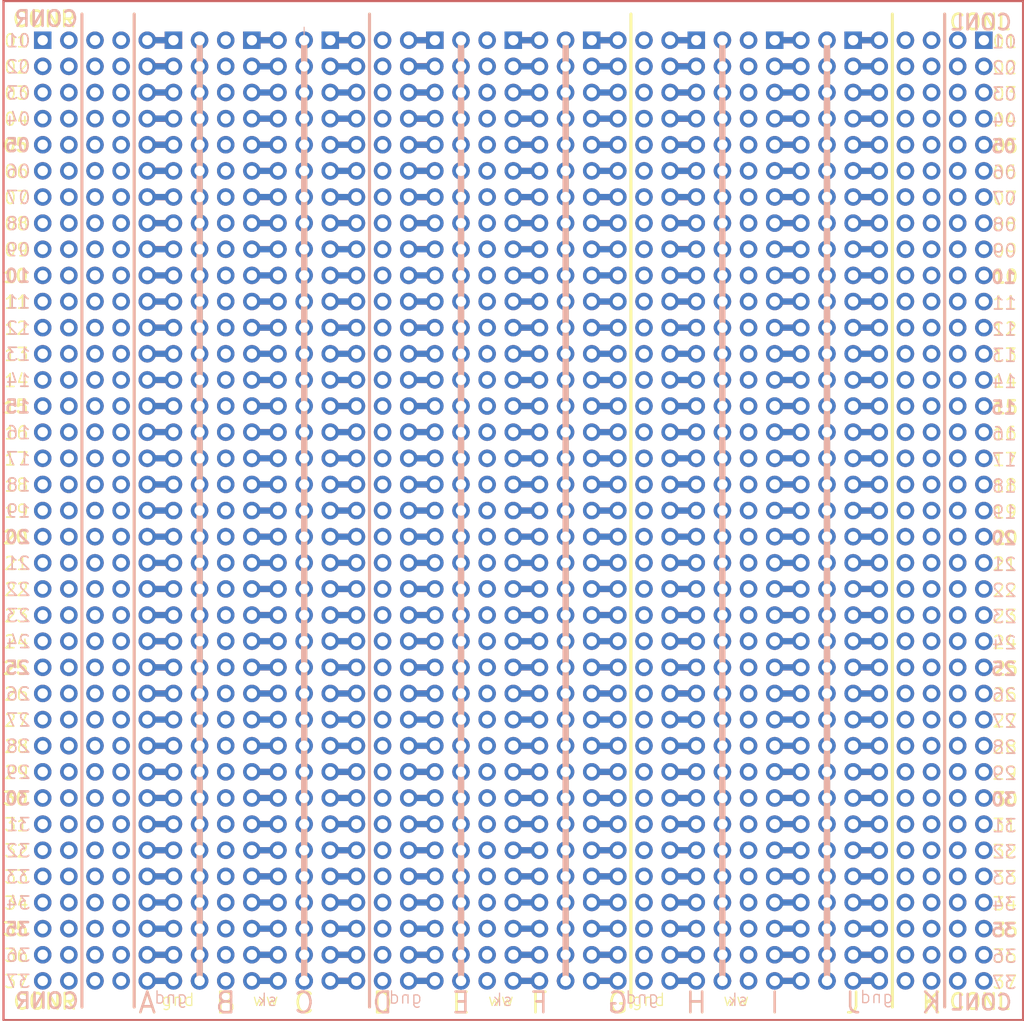
<source format=kicad_pcb>
(kicad_pcb (version 20241229) (generator "pcbnew") (generator_version "9.0")
  (layers (0 "F.Cu" signal) (2 "B.Cu" signal) (5 "F.SilkS" user "F.Silkscreen") (7 "B.SilkS" user "B.Silkscreen") (1 "F.Mask" user) (3 "B.Mask" user) (25 "Edge.Cuts" user))
  (net 0 "")
  (footprint "" (layer "F.Cu") (at 135.89 85.09)
    (property "Reference" "")
    (property "Value" "")
  )
  (footprint "" (layer "F.Cu") (at 118.11 87.63)
    (property "Reference" "")
    (property "Value" "")
  )
  (footprint "" (layer "F.Cu") (at 115.57 95.25)
    (property "Reference" "")
    (property "Value" "")
  )
  (footprint "" (layer "F.Cu") (at 138.43 62.23)
    (property "Reference" "" (hide yes))
    (property "Value" "")
  )
  (footprint "" (layer "F.Cu") (at 128.27 95.25)
    (property "Reference" "")
    (property "Value" "")
  )
  (footprint "" (layer "F.Cu") (at 100.33 67.31)
    (property "Reference" "")
    (property "Value" "")
  )
  (footprint "" (layer "F.Cu") (at 82.55 67.31)
    (property "Reference" "")
    (property "Value" "")
  )
  (footprint "" (layer "F.Cu") (at 146.05 115.57)
    (property "Reference" "")
    (property "Value" "")
  )
  (footprint "" (layer "F.Cu") (at 120.65 143.51)
    (property "Reference" "")
    (property "Value" "")
  )
  (footprint "" (layer "F.Cu") (at 92.71 57.15)
    (property "Reference" "")
    (property "Value" "")
  )
  (footprint "" (layer "F.Cu") (at 138.43 87.63)
    (property "Reference" "" (hide yes))
    (property "Value" "")
  )
  (footprint "" (layer "F.Cu") (at 125.73 87.63)
    (property "Reference" "")
    (property "Value" "")
  )
  (footprint "" (layer "F.Cu") (at 62.23 118.11)
    (property "Reference" "" (hide yes))
    (property "Value" "")
  )
  (footprint "" (layer "F.Cu") (at 125.73 85.09)
    (property "Reference" "")
    (property "Value" "")
  )
  (footprint "" (layer "F.Cu") (at 143.51 95.25)
    (property "Reference" "")
    (property "Value" "")
  )
  (footprint "" (layer "F.Cu") (at 77.47 92.71)
    (property "Reference" "")
    (property "Value" "")
  )
  (footprint "" (layer "F.Cu") (at 59.69 102.87)
    (property "Reference" "" (hide yes))
    (property "Value" "")
  )
  (footprint "" (layer "F.Cu") (at 115.57 90.17)
    (property "Reference" "")
    (property "Value" "")
  )
  (footprint "" (layer "F.Cu") (at 54.61 87.63)
    (property "Reference" "")
    (property "Value" "")
  )
  (footprint "" (layer "F.Cu") (at 135.89 97.79)
    (property "Reference" "")
    (property "Value" "")
  )
  (footprint "" (layer "F.Cu") (at 107.95 120.65)
    (property "Reference" "")
    (property "Value" "")
  )
  (footprint "" (layer "F.Cu") (at 87.63 123.19)
    (property "Reference" "" (hide yes))
    (property "Value" "")
  )
  (footprint "" (layer "F.Cu") (at 77.47 72.39)
    (property "Reference" "")
    (property "Value" "")
  )
  (footprint "" (layer "F.Cu") (at 67.31 135.89)
    (property "Reference" "")
    (property "Value" "")
  )
  (footprint "" (layer "F.Cu") (at 115.57 57.15)
    (property "Reference" "")
    (property "Value" "")
  )
  (footprint "" (layer "F.Cu") (at 64.77 135.89)
    (property "Reference" "")
    (property "Value" "")
  )
  (footprint "" (layer "F.Cu") (at 143.51 85.09)
    (property "Reference" "")
    (property "Value" "")
  )
  (footprint "" (layer "F.Cu") (at 57.15 77.47)
    (property "Reference" "")
    (property "Value" "")
  )
  (footprint "" (layer "F.Cu") (at 140.97 110.49)
    (property "Reference" "" (hide yes))
    (property "Value" "")
  )
  (footprint "" (layer "F.Cu") (at 74.93 80.01)
    (property "Reference" "")
    (property "Value" "")
  )
  (footprint "" (layer "F.Cu") (at 74.93 107.95)
    (property "Reference" "")
    (property "Value" "")
  )
  (footprint "" (layer "F.Cu") (at 69.85 105.41)
    (property "Reference" "")
    (property "Value" "")
  )
  (footprint "" (layer "F.Cu") (at 102.87 87.63)
    (property "Reference" "")
    (property "Value" "")
  )
  (footprint "" (layer "F.Cu") (at 57.15 85.09)
    (property "Reference" "")
    (property "Value" "")
  )
  (footprint "" (layer "F.Cu") (at 100.33 110.49)
    (property "Reference" "")
    (property "Value" "")
  )
  (footprint "" (layer "F.Cu") (at 64.77 123.19)
    (property "Reference" "")
    (property "Value" "")
  )
  (footprint "" (layer "F.Cu") (at 133.35 80.01)
    (property "Reference" "")
    (property "Value" "")
  )
  (footprint "" (layer "F.Cu") (at 87.63 128.27)
    (property "Reference" "" (hide yes))
    (property "Value" "")
  )
  (footprint "" (layer "F.Cu") (at 64.77 102.87)
    (property "Reference" "")
    (property "Value" "")
  )
  (footprint "" (layer "F.Cu") (at 85.09 62.23)
    (property "Reference" "")
    (property "Value" "")
  )
  (footprint "" (layer "F.Cu") (at 82.55 90.17)
    (property "Reference" "")
    (property "Value" "")
  )
  (footprint "" (layer "F.Cu") (at 102.87 69.85)
    (property "Reference" "")
    (property "Value" "")
  )
  (footprint "" (layer "F.Cu") (at 90.17 82.55)
    (property "Reference" "")
    (property "Value" "")
  )
  (footprint "" (layer "F.Cu") (at 57.15 82.55)
    (property "Reference" "")
    (property "Value" "")
  )
  (footprint "" (layer "F.Cu") (at 146.05 118.11)
    (property "Reference" "")
    (property "Value" "")
  )
  (footprint "" (layer "F.Cu") (at 143.51 54.61)
    (property "Reference" "")
    (property "Value" "")
  )
  (footprint "" (layer "F.Cu") (at 67.31 123.19)
    (property "Reference" "")
    (property "Value" "")
  )
  (footprint "" (layer "F.Cu") (at 97.79 59.69)
    (property "Reference" "")
    (property "Value" "")
  )
  (footprint "" (layer "F.Cu") (at 64.77 138.43)
    (property "Reference" "")
    (property "Value" "")
  )
  (footprint "" (layer "F.Cu") (at 85.09 80.01)
    (property "Reference" "")
    (property "Value" "")
  )
  (footprint "" (layer "F.Cu") (at 72.39 146.05)
    (property "Reference" "")
    (property "Value" "")
  )
  (footprint "" (layer "F.Cu") (at 100.33 115.57)
    (property "Reference" "")
    (property "Value" "")
  )
  (footprint "" (layer "F.Cu") (at 82.55 107.95)
    (property "Reference" "")
    (property "Value" "")
  )
  (footprint "" (layer "F.Cu") (at 69.85 80.01)
    (property "Reference" "")
    (property "Value" "")
  )
  (footprint "" (layer "F.Cu") (at 143.51 110.49)
    (property "Reference" "")
    (property "Value" "")
  )
  (footprint "" (layer "F.Cu") (at 54.61 74.93)
    (property "Reference" "")
    (property "Value" "")
  )
  (footprint "" (layer "F.Cu") (at 118.11 59.69)
    (property "Reference" "")
    (property "Value" "")
  )
  (footprint "" (layer "F.Cu") (at 113.03 143.51)
    (property "Reference" "" (hide yes))
    (property "Value" "")
  )
  (footprint "" (layer "F.Cu") (at 82.55 128.27)
    (property "Reference" "")
    (property "Value" "")
  )
  (footprint "" (layer "F.Cu") (at 140.97 54.61)
    (property "Reference" "")
    (property "Value" "")
  )
  (footprint "" (layer "F.Cu") (at 67.31 97.79)
    (property "Reference" "")
    (property "Value" "")
  )
  (footprint "" (layer "F.Cu") (at 143.51 125.73)
    (property "Reference" "")
    (property "Value" "")
  )
  (footprint "" (layer "F.Cu") (at 90.17 130.81)
    (property "Reference" "")
    (property "Value" "")
  )
  (footprint "" (layer "F.Cu") (at 143.51 67.31)
    (property "Reference" "")
    (property "Value" "")
  )
  (footprint "" (layer "F.Cu") (at 85.09 97.79)
    (property "Reference" "")
    (property "Value" "")
  )
  (footprint "" (layer "F.Cu") (at 115.57 105.41)
    (property "Reference" "")
    (property "Value" "")
  )
  (footprint "" (layer "F.Cu") (at 57.15 120.65)
    (property "Reference" "")
    (property "Value" "")
  )
  (footprint "" (layer "F.Cu") (at 118.11 123.19)
    (property "Reference" "")
    (property "Value" "")
  )
  (footprint "" (layer "F.Cu") (at 133.35 74.93)
    (property "Reference" "")
    (property "Value" "")
  )
  (footprint "" (layer "F.Cu") (at 90.17 77.47)
    (property "Reference" "")
    (property "Value" "")
  )
  (footprint "" (layer "F.Cu") (at 82.55 120.65)
    (property "Reference" "")
    (property "Value" "")
  )
  (footprint "" (layer "F.Cu") (at 85.09 110.49)
    (property "Reference" "")
    (property "Value" "")
  )
  (footprint "" (layer "F.Cu") (at 87.63 72.39)
    (property "Reference" "" (hide yes))
    (property "Value" "")
  )
  (footprint "" (layer "F.Cu") (at 67.31 113.03)
    (property "Reference" "")
    (property "Value" "")
  )
  (footprint "" (layer "F.Cu") (at 140.97 138.43)
    (property "Reference" "" (hide yes))
    (property "Value" "")
  )
  (footprint "" (layer "F.Cu") (at 57.15 72.39)
    (property "Reference" "")
    (property "Value" "")
  )
  (footprint "" (layer "F.Cu") (at 102.87 57.15)
    (property "Reference" "")
    (property "Value" "")
  )
  (footprint "" (layer "F.Cu") (at 110.49 130.81)
    (property "Reference" "")
    (property "Value" "")
  )
  (footprint "" (layer "F.Cu") (at 92.71 80.01)
    (property "Reference" "")
    (property "Value" "")
  )
  (footprint "" (layer "F.Cu") (at 146.05 105.41)
    (property "Reference" "")
    (property "Value" "")
  )
  (footprint "" (layer "F.Cu") (at 100.33 133.35)
    (property "Reference" "")
    (property "Value" "")
  )
  (footprint "" (layer "F.Cu") (at 118.11 54.61)
    (property "Reference" "")
    (property "Value" "")
  )
  (footprint "" (layer "F.Cu") (at 105.41 77.47)
    (property "Reference" "")
    (property "Value" "")
  )
  (footprint "" (layer "F.Cu") (at 118.11 113.03)
    (property "Reference" "")
    (property "Value" "")
  )
  (footprint "" (layer "F.Cu") (at 130.81 90.17)
    (property "Reference" "")
    (property "Value" "")
  )
  (footprint "" (layer "F.Cu") (at 143.51 62.23)
    (property "Reference" "")
    (property "Value" "")
  )
  (footprint "" (layer "F.Cu") (at 74.93 69.85)
    (property "Reference" "")
    (property "Value" "")
  )
  (footprint "" (layer "F.Cu") (at 128.27 102.87)
    (property "Reference" "")
    (property "Value" "")
  )
  (footprint "" (layer "F.Cu") (at 54.61 82.55)
    (property "Reference" "")
    (property "Value" "")
  )
  (footprint "" (layer "F.Cu") (at 59.69 69.85)
    (property "Reference" "" (hide yes))
    (property "Value" "")
  )
  (footprint "" (layer "F.Cu") (at 57.15 110.49)
    (property "Reference" "")
    (property "Value" "")
  )
  (footprint "" (layer "F.Cu") (at 107.95 102.87)
    (property "Reference" "")
    (property "Value" "")
  )
  (footprint "" (layer "F.Cu") (at 67.31 133.35)
    (property "Reference" "")
    (property "Value" "")
  )
  (footprint "" (layer "F.Cu") (at 133.35 107.95)
    (property "Reference" "")
    (property "Value" "")
  )
  (footprint "" (layer "F.Cu") (at 123.19 133.35)
    (property "Reference" "")
    (property "Value" "")
  )
  (footprint "" (layer "F.Cu") (at 90.17 120.65)
    (property "Reference" "")
    (property "Value" "")
  )
  (footprint "" (layer "F.Cu") (at 95.25 57.15)
    (property "Reference" "")
    (property "Value" "")
  )
  (footprint "" (layer "F.Cu") (at 59.69 120.65)
    (property "Reference" "" (hide yes))
    (property "Value" "")
  )
  (footprint "" (layer "F.Cu") (at 113.03 105.41)
    (property "Reference" "" (hide yes))
    (property "Value" "")
  )
  (footprint "" (layer "F.Cu") (at 133.35 140.97)
    (property "Reference" "")
    (property "Value" "")
  )
  (footprint "" (layer "F.Cu") (at 87.63 146.05)
    (property "Reference" "")
    (property "Value" "")
  )
  (footprint "" (layer "F.Cu") (at 80.01 82.55)
    (property "Reference" "")
    (property "Value" "")
  )
  (footprint "" (layer "F.Cu") (at 54.61 72.39)
    (property "Reference" "")
    (property "Value" "")
  )
  (footprint "" (layer "F.Cu") (at 54.61 67.31)
    (property "Reference" "")
    (property "Value" "")
  )
  (footprint "" (layer "F.Cu") (at 100.33 82.55)
    (property "Reference" "")
    (property "Value" "")
  )
  (footprint "" (layer "F.Cu") (at 97.79 62.23)
    (property "Reference" "")
    (property "Value" "")
  )
  (footprint "" (layer "F.Cu") (at 123.19 125.73)
    (property "Reference" "")
    (property "Value" "")
  )
  (footprint "" (layer "F.Cu") (at 110.49 146.05)
    (property "Reference" "" (hide yes))
    (property "Value" "")
  )
  (footprint "" (layer "F.Cu") (at 72.39 120.65)
    (property "Reference" "")
    (property "Value" "")
  )
  (footprint "" (layer "F.Cu") (at 102.87 92.71)
    (property "Reference" "")
    (property "Value" "")
  )
  (footprint "" (layer "F.Cu") (at 77.47 57.15)
    (property "Reference" "")
    (property "Value" "")
  )
  (footprint "" (layer "F.Cu") (at 69.85 64.77)
    (property "Reference" "")
    (property "Value" "")
  )
  (footprint "" (layer "F.Cu") (at 57.15 64.77)
    (property "Reference" "")
    (property "Value" "")
  )
  (footprint "" (layer "F.Cu") (at 146.05 90.17)
    (property "Reference" "")
    (property "Value" "")
  )
  (footprint "" (layer "F.Cu") (at 100.33 57.15)
    (property "Reference" "")
    (property "Value" "")
  )
  (footprint "" (layer "F.Cu") (at 69.85 92.71)
    (property "Reference" "")
    (property "Value" "")
  )
  (footprint "" (layer "F.Cu") (at 85.09 113.03)
    (property "Reference" "")
    (property "Value" "")
  )
  (footprint "" (layer "F.Cu") (at 118.11 69.85)
    (property "Reference" "")
    (property "Value" "")
  )
  (footprint "" (layer "F.Cu") (at 57.15 62.23)
    (property "Reference" "")
    (property "Value" "")
  )
  (footprint "" (layer "F.Cu") (at 72.39 135.89)
    (property "Reference" "")
    (property "Value" "")
  )
  (footprint "" (layer "F.Cu") (at 97.79 128.27)
    (property "Reference" "")
    (property "Value" "")
  )
  (footprint "" (layer "F.Cu") (at 97.79 80.01)
    (property "Reference" "")
    (property "Value" "")
  )
  (footprint "" (layer "F.Cu") (at 130.81 69.85)
    (property "Reference" "")
    (property "Value" "")
  )
  (footprint "" (layer "F.Cu") (at 140.97 123.19)
    (property "Reference" "" (hide yes))
    (property "Value" "")
  )
  (footprint "" (layer "F.Cu") (at 74.93 105.41)
    (property "Reference" "")
    (property "Value" "")
  )
  (footprint "" (layer "F.Cu") (at 118.11 92.71)
    (property "Reference" "")
    (property "Value" "")
  )
  (footprint "" (layer "F.Cu") (at 128.27 123.19)
    (property "Reference" "")
    (property "Value" "")
  )
  (footprint "" (layer "F.Cu") (at 62.23 62.23)
    (property "Reference" "" (hide yes))
    (property "Value" "")
  )
  (footprint "" (layer "F.Cu") (at 105.41 87.63)
    (property "Reference" "")
    (property "Value" "")
  )
  (footprint "" (layer "F.Cu") (at 146.05 135.89)
    (property "Reference" "")
    (property "Value" "")
  )
  (footprint "" (layer "F.Cu") (at 72.39 133.35)
    (property "Reference" "")
    (property "Value" "")
  )
  (footprint "" (layer "F.Cu") (at 64.77 120.65)
    (property "Reference" "")
    (property "Value" "")
  )
  (footprint "" (layer "F.Cu") (at 85.09 102.87)
    (property "Reference" "")
    (property "Value" "")
  )
  (footprint "" (layer "F.Cu") (at 105.41 110.49)
    (property "Reference" "")
    (property "Value" "")
  )
  (footprint "" (layer "F.Cu") (at 110.49 57.15)
    (property "Reference" "")
    (property "Value" "")
  )
  (footprint "" (layer "F.Cu") (at 77.47 138.43)
    (property "Reference" "")
    (property "Value" "")
  )
  (footprint "" (layer "F.Cu") (at 72.39 67.31)
    (property "Reference" "")
    (property "Value" "")
  )
  (footprint "" (layer "F.Cu") (at 118.11 77.47)
    (property "Reference" "")
    (property "Value" "")
  )
  (footprint "" (layer "F.Cu") (at 85.09 123.19)
    (property "Reference" "")
    (property "Value" "")
  )
  (footprint "" (layer "F.Cu") (at 135.89 102.87)
    (property "Reference" "")
    (property "Value" "")
  )
  (footprint "" (layer "F.Cu") (at 140.97 90.17)
    (property "Reference" "" (hide yes))
    (property "Value" "")
  )
  (footprint "" (layer "F.Cu") (at 128.27 74.93)
    (property "Reference" "")
    (property "Value" "")
  )
  (footprint "" (layer "F.Cu") (at 110.49 135.89)
    (property "Reference" "")
    (property "Value" "")
  )
  (footprint "" (layer "F.Cu") (at 59.69 62.23)
    (property "Reference" "" (hide yes))
    (property "Value" "")
  )
  (footprint "" (layer "F.Cu") (at 140.97 128.27)
    (property "Reference" "" (hide yes))
    (property "Value" "")
  )
  (footprint "" (layer "F.Cu") (at 107.95 125.73)
    (property "Reference" "")
    (property "Value" "")
  )
  (footprint "" (layer "F.Cu") (at 97.79 123.19)
    (property "Reference" "")
    (property "Value" "")
  )
  (footprint "" (layer "F.Cu") (at 57.15 87.63)
    (property "Reference" "")
    (property "Value" "")
  )
  (footprint "" (layer "F.Cu") (at 92.71 125.73)
    (property "Reference" "")
    (property "Value" "")
  )
  (footprint "" (layer "F.Cu") (at 80.01 100.33)
    (property "Reference" "")
    (property "Value" "")
  )
  (footprint "" (layer "F.Cu") (at 67.31 92.71)
    (property "Reference" "")
    (property "Value" "")
  )
  (footprint "" (layer "F.Cu") (at 140.97 64.77)
    (property "Reference" "" (hide yes))
    (property "Value" "")
  )
  (footprint "" (layer "F.Cu") (at 82.55 64.77)
    (property "Reference" "")
    (property "Value" "")
  )
  (footprint "" (layer "F.Cu") (at 100.33 54.61)
    (property "Reference" "")
    (property "Value" "")
  )
  (footprint "" (layer "F.Cu") (at 67.31 77.47)
    (property "Reference" "")
    (property "Value" "")
  )
  (footprint "" (layer "F.Cu") (at 143.51 100.33)
    (property "Reference" "")
    (property "Value" "")
  )
  (footprint "" (layer "F.Cu") (at 105.41 67.31)
    (property "Reference" "")
    (property "Value" "")
  )
  (footprint "" (layer "F.Cu") (at 113.03 85.09)
    (property "Reference" "" (hide yes))
    (property "Value" "")
  )
  (footprint "" (layer "F.Cu") (at 102.87 74.93)
    (property "Reference" "")
    (property "Value" "")
  )
  (footprint "" (layer "F.Cu") (at 146.05 92.71)
    (property "Reference" "")
    (property "Value" "")
  )
  (footprint "" (layer "F.Cu") (at 130.81 130.81)
    (property "Reference" "")
    (property "Value" "")
  )
  (footprint "" (layer "F.Cu") (at 107.95 138.43)
    (property "Reference" "")
    (property "Value" "")
  )
  (footprint "" (layer "F.Cu") (at 105.41 82.55)
    (property "Reference" "")
    (property "Value" "")
  )
  (footprint "" (layer "F.Cu") (at 125.73 95.25)
    (property "Reference" "")
    (property "Value" "")
  )
  (footprint "" (layer "F.Cu") (at 90.17 123.19)
    (property "Reference" "")
    (property "Value" "")
  )
  (footprint "" (layer "F.Cu") (at 57.15 123.19)
    (property "Reference" "")
    (property "Value" "")
  )
  (footprint "" (layer "F.Cu") (at 85.09 59.69)
    (property "Reference" "")
    (property "Value" "")
  )
  (footprint "" (layer "F.Cu") (at 135.89 64.77)
    (property "Reference" "")
    (property "Value" "")
  )
  (footprint "" (layer "F.Cu") (at 135.89 135.89)
    (property "Reference" "")
    (property "Value" "")
  )
  (footprint "" (layer "F.Cu") (at 100.33 97.79)
    (property "Reference" "")
    (property "Value" "")
  )
  (footprint "" (layer "F.Cu") (at 80.01 133.35)
    (property "Reference" "")
    (property "Value" "")
  )
  (footprint "" (layer "F.Cu") (at 105.41 143.51)
    (property "Reference" "")
    (property "Value" "")
  )
  (footprint "" (layer "F.Cu") (at 133.35 59.69)
    (property "Reference" "")
    (property "Value" "")
  )
  (footprint "" (layer "F.Cu") (at 90.17 62.23)
    (property "Reference" "")
    (property "Value" "")
  )
  (footprint "" (layer "F.Cu") (at 130.81 87.63)
    (property "Reference" "")
    (property "Value" "")
  )
  (footprint "" (layer "F.Cu") (at 92.71 143.51)
    (property "Reference" "")
    (property "Value" "")
  )
  (footprint "" (layer "F.Cu") (at 100.33 90.17)
    (property "Reference" "")
    (property "Value" "")
  )
  (footprint "" (layer "F.Cu") (at 69.85 135.89)
    (property "Reference" "")
    (property "Value" "")
  )
  (footprint "" (layer "F.Cu") (at 143.51 105.41)
    (property "Reference" "")
    (property "Value" "")
  )
  (footprint "" (layer "F.Cu") (at 64.77 143.51)
    (property "Reference" "")
    (property "Value" "")
  )
  (footprint "" (layer "F.Cu") (at 97.79 105.41)
    (property "Reference" "")
    (property "Value" "")
  )
  (footprint "" (layer "F.Cu") (at 128.27 115.57)
    (property "Reference" "")
    (property "Value" "")
  )
  (footprint "" (layer "F.Cu") (at 120.65 85.09)
    (property "Reference" "")
    (property "Value" "")
  )
  (footprint "" (layer "F.Cu") (at 135.89 123.19)
    (property "Reference" "")
    (property "Value" "")
  )
  (footprint "" (layer "F.Cu") (at 54.61 118.11)
    (property "Reference" "")
    (property "Value" "")
  )
  (footprint "" (layer "F.Cu") (at 90.17 113.03)
    (property "Reference" "")
    (property "Value" "")
  )
  (footprint "" (layer "F.Cu") (at 64.77 57.15)
    (property "Reference" "")
    (property "Value" "")
  )
  (footprint "" (layer "F.Cu") (at 62.23 87.63)
    (property "Reference" "" (hide yes))
    (property "Value" "")
  )
  (footprint "" (layer "F.Cu") (at 130.81 100.33)
    (property "Reference" "")
    (property "Value" "")
  )
  (footprint "" (layer "F.Cu") (at 97.79 77.47)
    (property "Reference" "")
    (property "Value" "")
  )
  (footprint "" (layer "F.Cu") (at 64.77 80.01)
    (property "Reference" "")
    (property "Value" "")
  )
  (footprint "" (layer "F.Cu") (at 123.19 72.39)
    (property "Reference" "")
    (property "Value" "")
  )
  (footprint "" (layer "F.Cu") (at 120.65 100.33)
    (property "Reference" "")
    (property "Value" "")
  )
  (footprint "" (layer "F.Cu") (at 107.95 100.33)
    (property "Reference" "")
    (property "Value" "")
  )
  (footprint "" (layer "F.Cu") (at 90.17 69.85)
    (property "Reference" "")
    (property "Value" "")
  )
  (footprint "" (layer "F.Cu") (at 138.43 130.81)
    (property "Reference" "" (hide yes))
    (property "Value" "")
  )
  (footprint "" (layer "F.Cu") (at 130.81 74.93)
    (property "Reference" "")
    (property "Value" "")
  )
  (footprint "" (layer "F.Cu") (at 125.73 72.39)
    (property "Reference" "")
    (property "Value" "")
  )
  (footprint "" (layer "F.Cu") (at 146.05 107.95)
    (property "Reference" "")
    (property "Value" "")
  )
  (footprint "" (layer "F.Cu") (at 115.57 118.11)
    (property "Reference" "")
    (property "Value" "")
  )
  (footprint "" (layer "F.Cu") (at 133.35 128.27)
    (property "Reference" "")
    (property "Value" "")
  )
  (footprint "" (layer "F.Cu") (at 135.89 100.33)
    (property "Reference" "")
    (property "Value" "")
  )
  (footprint "" (layer "F.Cu") (at 123.19 74.93)
    (property "Reference" "")
    (property "Value" "")
  )
  (footprint "" (layer "F.Cu") (at 110.49 92.71)
    (property "Reference" "")
    (property "Value" "")
  )
  (footprint "" (layer "F.Cu") (at 95.25 92.71)
    (property "Reference" "")
    (property "Value" "")
  )
  (footprint "" (layer "F.Cu") (at 125.73 128.27)
    (property "Reference" "")
    (property "Value" "")
  )
  (footprint "" (layer "F.Cu") (at 100.33 102.87)
    (property "Reference" "")
    (property "Value" "")
  )
  (footprint "" (layer "F.Cu") (at 74.93 102.87)
    (property "Reference" "")
    (property "Value" "")
  )
  (footprint "" (layer "F.Cu") (at 72.39 64.77)
    (property "Reference" "")
    (property "Value" "")
  )
  (footprint "" (layer "F.Cu") (at 110.49 97.79)
    (property "Reference" "")
    (property "Value" "")
  )
  (footprint "" (layer "F.Cu") (at 69.85 110.49)
    (property "Reference" "")
    (property "Value" "")
  )
  (footprint "" (layer "F.Cu") (at 92.71 85.09)
    (property "Reference" "")
    (property "Value" "")
  )
  (footprint "" (layer "F.Cu") (at 125.73 80.01)
    (property "Reference" "")
    (property "Value" "")
  )
  (footprint "" (layer "F.Cu") (at 54.61 123.19)
    (property "Reference" "")
    (property "Value" "")
  )
  (footprint "" (layer "F.Cu") (at 146.05 130.81)
    (property "Reference" "")
    (property "Value" "")
  )
  (footprint "" (layer "F.Cu") (at 143.51 128.27)
    (property "Reference" "")
    (property "Value" "")
  )
  (footprint "" (layer "F.Cu") (at 110.49 90.17)
    (property "Reference" "")
    (property "Value" "")
  )
  (footprint "" (layer "F.Cu") (at 100.33 100.33)
    (property "Reference" "")
    (property "Value" "")
  )
  (footprint "" (layer "F.Cu") (at 107.95 107.95)
    (property "Reference" "")
    (property "Value" "")
  )
  (footprint "" (layer "F.Cu") (at 67.31 64.77)
    (property "Reference" "")
    (property "Value" "")
  )
  (footprint "" (layer "F.Cu") (at 67.31 72.39)
    (property "Reference" "")
    (property "Value" "")
  )
  (footprint "" (layer "F.Cu") (at 69.85 85.09)
    (property "Reference" "")
    (property "Value" "")
  )
  (footprint "" (layer "F.Cu") (at 133.35 125.73)
    (property "Reference" "")
    (property "Value" "")
  )
  (footprint "" (layer "F.Cu") (at 107.95 80.01)
    (property "Reference" "")
    (property "Value" "")
  )
  (footprint "" (layer "F.Cu") (at 82.55 105.41)
    (property "Reference" "")
    (property "Value" "")
  )
  (footprint "" (layer "F.Cu") (at 130.81 85.09)
    (property "Reference" "")
    (property "Value" "")
  )
  (footprint "" (layer "F.Cu") (at 72.39 130.81)
    (property "Reference" "")
    (property "Value" "")
  )
  (footprint "" (layer "F.Cu") (at 87.63 80.01)
    (property "Reference" "" (hide yes))
    (property "Value" "")
  )
  (footprint "" (layer "F.Cu") (at 77.47 77.47)
    (property "Reference" "")
    (property "Value" "")
  )
  (footprint "" (layer "F.Cu") (at 95.25 146.05)
    (property "Reference" "")
    (property "Value" "")
  )
  (footprint "" (layer "F.Cu") (at 54.61 135.89)
    (property "Reference" "")
    (property "Value" "")
  )
  (footprint "" (layer "F.Cu") (at 143.51 113.03)
    (property "Reference" "")
    (property "Value" "")
  )
  (footprint "" (layer "F.Cu") (at 125.73 113.03)
    (property "Reference" "")
    (property "Value" "")
  )
  (footprint "" (layer "F.Cu") (at 72.39 80.01)
    (property "Reference" "")
    (property "Value" "")
  )
  (footprint "" (layer "F.Cu") (at 90.17 107.95)
    (property "Reference" "")
    (property "Value" "")
  )
  (footprint "" (layer "F.Cu") (at 110.49 133.35)
    (property "Reference" "")
    (property "Value" "")
  )
  (footprint "" (layer "F.Cu") (at 74.93 135.89)
    (property "Reference" "")
    (property "Value" "")
  )
  (footprint "" (layer "F.Cu") (at 57.15 74.93)
    (property "Reference" "")
    (property "Value" "")
  )
  (footprint "" (layer "F.Cu") (at 115.57 82.55)
    (property "Reference" "")
    (property "Value" "")
  )
  (footprint "" (layer "F.Cu") (at 102.87 105.41)
    (property "Reference" "")
    (property "Value" "")
  )
  (footprint "" (layer "F.Cu") (at 74.93 110.49)
    (property "Reference" "")
    (property "Value" "")
  )
  (footprint "" (layer "F.Cu") (at 100.33 72.39)
    (property "Reference" "")
    (property "Value" "")
  )
  (footprint "" (layer "F.Cu") (at 57.15 105.41)
    (property "Reference" "")
    (property "Value" "")
  )
  (footprint "" (layer "F.Cu") (at 125.73 67.31)
    (property "Reference" "")
    (property "Value" "")
  )
  (footprint "" (layer "F.Cu") (at 59.69 125.73)
    (property "Reference" "" (hide yes))
    (property "Value" "")
  )
  (footprint "" (layer "F.Cu") (at 57.15 113.03)
    (property "Reference" "")
    (property "Value" "")
  )
  (footprint "" (layer "F.Cu") (at 120.65 146.05)
    (property "Reference" "")
    (property "Value" "")
  )
  (footprint "" (layer "F.Cu") (at 59.69 87.63)
    (property "Reference" "" (hide yes))
    (property "Value" "")
  )
  (footprint "" (layer "F.Cu") (at 67.31 100.33)
    (property "Reference" "")
    (property "Value" "")
  )
  (footprint "" (layer "F.Cu") (at 120.65 57.15)
    (property "Reference" "")
    (property "Value" "")
  )
  (footprint "" (layer "F.Cu") (at 123.19 102.87)
    (property "Reference" "")
    (property "Value" "")
  )
  (footprint "" (layer "F.Cu") (at 57.15 102.87)
    (property "Reference" "")
    (property "Value" "")
  )
  (footprint "" (layer "F.Cu") (at 59.69 113.03)
    (property "Reference" "" (hide yes))
    (property "Value" "")
  )
  (footprint "" (layer "F.Cu") (at 95.25 95.25)
    (property "Reference" "")
    (property "Value" "")
  )
  (footprint "" (layer "F.Cu") (at 105.41 115.57)
    (property "Reference" "")
    (property "Value" "")
  )
  (footprint "" (layer "F.Cu") (at 113.03 67.31)
    (property "Reference" "" (hide yes))
    (property "Value" "")
  )
  (footprint "" (layer "F.Cu") (at 143.51 130.81)
    (property "Reference" "")
    (property "Value" "")
  )
  (footprint "" (layer "F.Cu") (at 120.65 67.31)
    (property "Reference" "")
    (property "Value" "")
  )
  (footprint "" (layer "F.Cu") (at 92.71 140.97)
    (property "Reference" "")
    (property "Value" "")
  )
  (footprint "" (layer "F.Cu") (at 69.85 72.39)
    (property "Reference" "")
    (property "Value" "")
  )
  (footprint "" (layer "F.Cu") (at 57.15 133.35)
    (property "Reference" "")
    (property "Value" "")
  )
  (footprint "" (layer "F.Cu") (at 113.03 125.73)
    (property "Reference" "" (hide yes))
    (property "Value" "")
  )
  (footprint "" (layer "F.Cu") (at 102.87 100.33)
    (property "Reference" "")
    (property "Value" "")
  )
  (footprint "" (layer "F.Cu") (at 110.49 102.87)
    (property "Reference" "")
    (property "Value" "")
  )
  (footprint "" (layer "F.Cu") (at 85.09 143.51)
    (property "Reference" "")
    (property "Value" "")
  )
  (footprint "" (layer "F.Cu") (at 95.25 80.01)
    (property "Reference" "")
    (property "Value" "")
  )
  (footprint "" (layer "F.Cu") (at 69.85 59.69)
    (property "Reference" "")
    (property "Value" "")
  )
  (footprint "" (layer "F.Cu") (at 135.89 80.01)
    (property "Reference" "")
    (property "Value" "")
  )
  (footprint "" (layer "F.Cu") (at 130.81 64.77)
    (property "Reference" "")
    (property "Value" "")
  )
  (footprint "" (layer "F.Cu") (at 80.01 77.47)
    (property "Reference" "")
    (property "Value" "")
  )
  (footprint "" (layer "F.Cu") (at 118.11 80.01)
    (property "Reference" "")
    (property "Value" "")
  )
  (footprint "" (layer "F.Cu") (at 110.49 69.85)
    (property "Reference" "")
    (property "Value" "")
  )
  (footprint "" (layer "F.Cu") (at 105.41 125.73)
    (property "Reference" "")
    (property "Value" "")
  )
  (footprint "" (layer "F.Cu") (at 62.23 54.61)
    (property "Reference" "")
    (property "Value" "")
  )
  (footprint "" (layer "F.Cu") (at 102.87 72.39)
    (property "Reference" "")
    (property "Value" "")
  )
  (footprint "" (layer "F.Cu") (at 80.01 74.93)
    (property "Reference" "")
    (property "Value" "")
  )
  (footprint "" (layer "F.Cu") (at 123.19 87.63)
    (property "Reference" "")
    (property "Value" "")
  )
  (footprint "" (layer "F.Cu") (at 97.79 57.15)
    (property "Reference" "")
    (property "Value" "")
  )
  (footprint "" (layer "F.Cu") (at 69.85 90.17)
    (property "Reference" "")
    (property "Value" "")
  )
  (footprint "" (layer "F.Cu") (at 105.41 102.87)
    (property "Reference" "")
    (property "Value" "")
  )
  (footprint "" (layer "F.Cu") (at 67.31 80.01)
    (property "Reference" "")
    (property "Value" "")
  )
  (footprint "" (layer "F.Cu") (at 143.51 97.79)
    (property "Reference" "")
    (property "Value" "")
  )
  (footprint "" (layer "F.Cu") (at 85.09 128.27)
    (property "Reference" "")
    (property "Value" "")
  )
  (footprint "" (layer "F.Cu") (at 140.97 140.97)
    (property "Reference" "" (hide yes))
    (property "Value" "")
  )
  (footprint "" (layer "F.Cu") (at 128.27 113.03)
    (property "Reference" "")
    (property "Value" "")
  )
  (footprint "" (layer "F.Cu") (at 113.03 138.43)
    (property "Reference" "" (hide yes))
    (property "Value" "")
  )
  (footprint "" (layer "F.Cu") (at 105.41 146.05)
    (property "Reference" "")
    (property "Value" "")
  )
  (footprint "" (layer "F.Cu") (at 135.89 138.43)
    (property "Reference" "")
    (property "Value" "")
  )
  (footprint "" (layer "F.Cu") (at 90.17 54.61)
    (property "Reference" "")
    (property "Value" "")
  )
  (footprint "" (layer "F.Cu") (at 95.25 135.89)
    (property "Reference" "")
    (property "Value" "")
  )
  (footprint "" (layer "F.Cu") (at 125.73 143.51)
    (property "Reference" "")
    (property "Value" "")
  )
  (footprint "" (layer "F.Cu") (at 123.19 59.69)
    (property "Reference" "")
    (property "Value" "")
  )
  (footprint "" (layer "F.Cu") (at 130.81 67.31)
    (property "Reference" "")
    (property "Value" "")
  )
  (footprint "" (layer "F.Cu") (at 113.03 102.87)
    (property "Reference" "" (hide yes))
    (property "Value" "")
  )
  (footprint "" (layer "F.Cu") (at 123.19 107.95)
    (property "Reference" "")
    (property "Value" "")
  )
  (footprint "" (layer "F.Cu") (at 80.01 102.87)
    (property "Reference" "")
    (property "Value" "")
  )
  (footprint "" (layer "F.Cu") (at 118.11 62.23)
    (property "Reference" "")
    (property "Value" "")
  )
  (footprint "" (layer "F.Cu") (at 107.95 85.09)
    (property "Reference" "")
    (property "Value" "")
  )
  (footprint "" (layer "F.Cu") (at 105.41 97.79)
    (property "Reference" "")
    (property "Value" "")
  )
  (footprint "" (layer "F.Cu") (at 87.63 115.57)
    (property "Reference" "" (hide yes))
    (property "Value" "")
  )
  (footprint "" (layer "F.Cu") (at 74.93 143.51)
    (property "Reference" "")
    (property "Value" "")
  )
  (footprint "" (layer "F.Cu") (at 128.27 110.49)
    (property "Reference" "")
    (property "Value" "")
  )
  (footprint "" (layer "F.Cu") (at 110.49 64.77)
    (property "Reference" "")
    (property "Value" "")
  )
  (footprint "" (layer "F.Cu") (at 92.71 135.89)
    (property "Reference" "")
    (property "Value" "")
  )
  (footprint "" (layer "F.Cu") (at 110.49 54.61)
    (property "Reference" "")
    (property "Value" "")
  )
  (footprint "" (layer "F.Cu") (at 133.35 135.89)
    (property "Reference" "")
    (property "Value" "")
  )
  (footprint "" (layer "F.Cu") (at 80.01 110.49)
    (property "Reference" "")
    (property "Value" "")
  )
  (footprint "" (layer "F.Cu") (at 105.41 59.69)
    (property "Reference" "")
    (property "Value" "")
  )
  (footprint "" (layer "F.Cu") (at 95.25 133.35)
    (property "Reference" "")
    (property "Value" "")
  )
  (footprint "" (layer "F.Cu") (at 82.55 115.57)
    (property "Reference" "")
    (property "Value" "")
  )
  (footprint "" (layer "F.Cu") (at 113.03 120.65)
    (property "Reference" "" (hide yes))
    (property "Value" "")
  )
  (footprint "" (layer "F.Cu") (at 69.85 138.43)
    (property "Reference" "")
    (property "Value" "")
  )
  (footprint "" (layer "F.Cu") (at 77.47 102.87)
    (property "Reference" "")
    (property "Value" "")
  )
  (footprint "" (layer "F.Cu") (at 69.85 115.57)
    (property "Reference" "")
    (property "Value" "")
  )
  (footprint "" (layer "F.Cu") (at 62.23 80.01)
    (property "Reference" "" (hide yes))
    (property "Value" "")
  )
  (footprint "" (layer "F.Cu") (at 133.35 102.87)
    (property "Reference" "")
    (property "Value" "")
  )
  (footprint "" (layer "F.Cu") (at 113.03 87.63)
    (property "Reference" "" (hide yes))
    (property "Value" "")
  )
  (footprint "" (layer "F.Cu") (at 140.97 67.31)
    (property "Reference" "" (hide yes))
    (property "Value" "")
  )
  (footprint "" (layer "F.Cu") (at 130.81 146.05)
    (property "Reference" "")
    (property "Value" "")
  )
  (footprint "" (layer "F.Cu") (at 113.03 135.89)
    (property "Reference" "" (hide yes))
    (property "Value" "")
  )
  (footprint "" (layer "F.Cu") (at 146.05 77.47)
    (property "Reference" "")
    (property "Value" "")
  )
  (footprint "" (layer "F.Cu") (at 85.09 138.43)
    (property "Reference" "")
    (property "Value" "")
  )
  (footprint "" (layer "F.Cu") (at 80.01 138.43)
    (property "Reference" "")
    (property "Value" "")
  )
  (footprint "" (layer "F.Cu") (at 77.47 69.85)
    (property "Reference" "")
    (property "Value" "")
  )
  (footprint "" (layer "F.Cu") (at 82.55 138.43)
    (property "Reference" "")
    (property "Value" "")
  )
  (footprint "" (layer "F.Cu") (at 97.79 146.05)
    (property "Reference" "")
    (property "Value" "")
  )
  (footprint "" (layer "F.Cu") (at 100.33 123.19)
    (property "Reference" "")
    (property "Value" "")
  )
  (footprint "" (layer "F.Cu") (at 135.89 82.55)
    (property "Reference" "")
    (property "Value" "")
  )
  (footprint "" (layer "F.Cu") (at 143.51 74.93)
    (property "Reference" "")
    (property "Value" "")
  )
  (footprint "" (layer "F.Cu") (at 97.79 138.43)
    (property "Reference" "")
    (property "Value" "")
  )
  (footprint "" (layer "F.Cu") (at 97.79 54.61)
    (property "Reference" "")
    (property "Value" "")
  )
  (footprint "" (layer "F.Cu") (at 90.17 97.79)
    (property "Reference" "")
    (property "Value" "")
  )
  (footprint "" (layer "F.Cu") (at 64.77 125.73)
    (property "Reference" "")
    (property "Value" "")
  )
  (footprint "" (layer "F.Cu") (at 143.51 123.19)
    (property "Reference" "")
    (property "Value" "")
  )
  (footprint "" (layer "F.Cu") (at 92.71 133.35)
    (property "Reference" "")
    (property "Value" "")
  )
  (footprint "" (layer "F.Cu") (at 110.49 95.25)
    (property "Reference" "")
    (property "Value" "")
  )
  (footprint "" (layer "F.Cu") (at 123.19 110.49)
    (property "Reference" "")
    (property "Value" "")
  )
  (footprint "" (layer "F.Cu") (at 130.81 95.25)
    (property "Reference" "")
    (property "Value" "")
  )
  (footprint "" (layer "F.Cu") (at 95.25 105.41)
    (property "Reference" "")
    (property "Value" "")
  )
  (footprint "" (layer "F.Cu") (at 67.31 105.41)
    (property "Reference" "")
    (property "Value" "")
  )
  (footprint "" (layer "F.Cu") (at 57.15 135.89)
    (property "Reference" "")
    (property "Value" "")
  )
  (footprint "" (layer "F.Cu") (at 130.81 115.57)
    (property "Reference" "")
    (property "Value" "")
  )
  (footprint "" (layer "F.Cu") (at 125.73 74.93)
    (property "Reference" "")
    (property "Value" "")
  )
  (footprint "" (layer "F.Cu") (at 100.33 105.41)
    (property "Reference" "")
    (property "Value" "")
  )
  (footprint "" (layer "F.Cu") (at 85.09 135.89)
    (property "Reference" "")
    (property "Value" "")
  )
  (footprint "" (layer "F.Cu") (at 115.57 69.85)
    (property "Reference" "")
    (property "Value" "")
  )
  (footprint "" (layer "F.Cu") (at 64.77 115.57)
    (property "Reference" "")
    (property "Value" "")
  )
  (footprint "" (layer "F.Cu") (at 64.77 90.17)
    (property "Reference" "")
    (property "Value" "")
  )
  (footprint "" (layer "F.Cu") (at 120.65 87.63)
    (property "Reference" "")
    (property "Value" "")
  )
  (footprint "" (layer "F.Cu") (at 138.43 138.43)
    (property "Reference" "" (hide yes))
    (property "Value" "")
  )
  (footprint "" (layer "F.Cu") (at 105.41 54.61)
    (property "Reference" "")
    (property "Value" "")
  )
  (footprint "" (layer "F.Cu") (at 133.35 72.39)
    (property "Reference" "")
    (property "Value" "")
  )
  (footprint "" (layer "F.Cu") (at 80.01 146.05)
    (property "Reference" "")
    (property "Value" "")
  )
  (footprint "" (layer "F.Cu") (at 62.23 135.89)
    (property "Reference" "" (hide yes))
    (property "Value" "")
  )
  (footprint "" (layer "F.Cu") (at 90.17 87.63)
    (property "Reference" "")
    (property "Value" "")
  )
  (footprint "" (layer "F.Cu") (at 118.11 82.55)
    (property "Reference" "")
    (property "Value" "")
  )
  (footprint "" (layer "F.Cu") (at 143.51 107.95)
    (property "Reference" "")
    (property "Value" "")
  )
  (footprint "" (layer "F.Cu") (at 85.09 100.33)
    (property "Reference" "")
    (property "Value" "")
  )
  (footprint "" (layer "F.Cu") (at 143.51 77.47)
    (property "Reference" "")
    (property "Value" "")
  )
  (footprint "" (layer "F.Cu") (at 130.81 133.35)
    (property "Reference" "")
    (property "Value" "")
  )
  (footprint "" (layer "F.Cu") (at 135.89 72.39)
    (property "Reference" "")
    (property "Value" "")
  )
  (footprint "" (layer "F.Cu") (at 80.01 54.61)
    (property "Reference" "")
    (property "Value" "")
  )
  (footprint "" (layer "F.Cu") (at 107.95 77.47)
    (property "Reference" "")
    (property "Value" "")
  )
  (footprint "" (layer "F.Cu") (at 100.33 95.25)
    (property "Reference" "")
    (property "Value" "")
  )
  (footprint "" (layer "F.Cu") (at 62.23 110.49)
    (property "Reference" "" (hide yes))
    (property "Value" "")
  )
  (footprint "" (layer "F.Cu") (at 85.09 67.31)
    (property "Reference" "")
    (property "Value" "")
  )
  (footprint "" (layer "F.Cu") (at 87.63 64.77)
    (property "Reference" "" (hide yes))
    (property "Value" "")
  )
  (footprint "" (layer "F.Cu") (at 140.97 80.01)
    (property "Reference" "" (hide yes))
    (property "Value" "")
  )
  (footprint "" (layer "F.Cu") (at 90.17 100.33)
    (property "Reference" "")
    (property "Value" "")
  )
  (footprint "" (layer "F.Cu") (at 100.33 87.63)
    (property "Reference" "")
    (property "Value" "")
  )
  (footprint "" (layer "F.Cu") (at 87.63 100.33)
    (property "Reference" "" (hide yes))
    (property "Value" "")
  )
  (footprint "" (layer "F.Cu") (at 87.63 113.03)
    (property "Reference" "" (hide yes))
    (property "Value" "")
  )
  (footprint "" (layer "F.Cu") (at 123.19 138.43)
    (property "Reference" "")
    (property "Value" "")
  )
  (footprint "" (layer "F.Cu") (at 123.19 105.41)
    (property "Reference" "")
    (property "Value" "")
  )
  (footprint "" (layer "F.Cu") (at 130.81 135.89)
    (property "Reference" "")
    (property "Value" "")
  )
  (footprint "" (layer "F.Cu") (at 67.31 128.27)
    (property "Reference" "")
    (property "Value" "")
  )
  (footprint "" (layer "F.Cu") (at 120.65 102.87)
    (property "Reference" "")
    (property "Value" "")
  )
  (footprint "" (layer "F.Cu") (at 67.31 59.69)
    (property "Reference" "")
    (property "Value" "")
  )
  (footprint "" (layer "F.Cu") (at 110.49 100.33)
    (property "Reference" "")
    (property "Value" "")
  )
  (footprint "" (layer "F.Cu") (at 95.25 59.69)
    (property "Reference" "")
    (property "Value" "")
  )
  (footprint "" (layer "F.Cu") (at 77.47 113.03)
    (property "Reference" "")
    (property "Value" "")
  )
  (footprint "" (layer "F.Cu") (at 128.27 140.97)
    (property "Reference" "")
    (property "Value" "")
  )
  (footprint "" (layer "F.Cu") (at 138.43 100.33)
    (property "Reference" "" (hide yes))
    (property "Value" "")
  )
  (footprint "" (layer "F.Cu") (at 105.41 100.33)
    (property "Reference" "")
    (property "Value" "")
  )
  (footprint "" (layer "F.Cu") (at 138.43 140.97)
    (property "Reference" "" (hide yes))
    (property "Value" "")
  )
  (footprint "" (layer "F.Cu") (at 97.79 110.49)
    (property "Reference" "")
    (property "Value" "")
  )
  (footprint "" (layer "F.Cu") (at 72.39 77.47)
    (property "Reference" "")
    (property "Value" "")
  )
  (footprint "" (layer "F.Cu") (at 135.89 125.73)
    (property "Reference" "")
    (property "Value" "")
  )
  (footprint "" (layer "F.Cu") (at 140.97 69.85)
    (property "Reference" "" (hide yes))
    (property "Value" "")
  )
  (footprint "" (layer "F.Cu") (at 138.43 123.19)
    (property "Reference" "" (hide yes))
    (property "Value" "")
  )
  (footprint "" (layer "F.Cu") (at 146.05 102.87)
    (property "Reference" "")
    (property "Value" "")
  )
  (footprint "" (layer "F.Cu") (at 90.17 57.15)
    (property "Reference" "")
    (property "Value" "")
  )
  (footprint "" (layer "F.Cu") (at 77.47 125.73)
    (property "Reference" "")
    (property "Value" "")
  )
  (footprint "" (layer "F.Cu") (at 133.35 118.11)
    (property "Reference" "")
    (property "Value" "")
  )
  (footprint "" (layer "F.Cu") (at 82.55 95.25)
    (property "Reference" "")
    (property "Value" "")
  )
  (footprint "" (layer "F.Cu") (at 118.11 85.09)
    (property "Reference" "")
    (property "Value" "")
  )
  (footprint "" (layer "F.Cu") (at 125.73 146.05)
    (property "Reference" "")
    (property "Value" "")
  )
  (footprint "" (layer "F.Cu") (at 120.65 77.47)
    (property "Reference" "")
    (property "Value" "")
  )
  (footprint "" (layer "F.Cu") (at 102.87 85.09)
    (property "Reference" "")
    (property "Value" "")
  )
  (footprint "" (layer "F.Cu") (at 72.39 59.69)
    (property "Reference" "")
    (property "Value" "")
  )
  (footprint "" (layer "F.Cu") (at 59.69 97.79)
    (property "Reference" "" (hide yes))
    (property "Value" "")
  )
  (footprint "" (layer "F.Cu") (at 135.89 95.25)
    (property "Reference" "")
    (property "Value" "")
  )
  (footprint "" (layer "F.Cu") (at 54.61 115.57)
    (property "Reference" "")
    (property "Value" "")
  )
  (footprint "" (layer "F.Cu") (at 138.43 102.87)
    (property "Reference" "" (hide yes))
    (property "Value" "")
  )
  (footprint "" (layer "F.Cu") (at 82.55 69.85)
    (property "Reference" "")
    (property "Value" "")
  )
  (footprint "" (layer "F.Cu") (at 82.55 74.93)
    (property "Reference" "")
    (property "Value" "")
  )
  (footprint "" (layer "F.Cu") (at 80.01 85.09)
    (property "Reference" "")
    (property "Value" "")
  )
  (footprint "" (layer "F.Cu") (at 140.97 82.55)
    (property "Reference" "" (hide yes))
    (property "Value" "")
  )
  (footprint "" (layer "F.Cu") (at 64.77 92.71)
    (property "Reference" "")
    (property "Value" "")
  )
  (footprint "" (layer "F.Cu") (at 115.57 80.01)
    (property "Reference" "")
    (property "Value" "")
  )
  (footprint "" (layer "F.Cu") (at 138.43 143.51)
    (property "Reference" "" (hide yes))
    (property "Value" "")
  )
  (footprint "" (layer "F.Cu") (at 59.69 90.17)
    (property "Reference" "" (hide yes))
    (property "Value" "")
  )
  (footprint "" (layer "F.Cu") (at 146.05 87.63)
    (property "Reference" "")
    (property "Value" "")
  )
  (footprint "" (layer "F.Cu") (at 59.69 140.97)
    (property "Reference" "" (hide yes))
    (property "Value" "")
  )
  (footprint "" (layer "F.Cu") (at 69.85 57.15)
    (property "Reference" "")
    (property "Value" "")
  )
  (footprint "" (layer "F.Cu") (at 97.79 92.71)
    (property "Reference" "")
    (property "Value" "")
  )
  (footprint "" (layer "F.Cu") (at 54.61 77.47)
    (property "Reference" "")
    (property "Value" "")
  )
  (footprint "" (layer "F.Cu") (at 115.57 146.05)
    (property "Reference" "")
    (property "Value" "")
  )
  (footprint "" (layer "F.Cu") (at 130.81 77.47)
    (property "Reference" "")
    (property "Value" "")
  )
  (footprint "" (layer "F.Cu") (at 74.93 140.97)
    (property "Reference" "")
    (property "Value" "")
  )
  (footprint "" (layer "F.Cu") (at 59.69 135.89)
    (property "Reference" "" (hide yes))
    (property "Value" "")
  )
  (footprint "" (layer "F.Cu") (at 143.51 92.71)
    (property "Reference" "")
    (property "Value" "")
  )
  (footprint "" (layer "F.Cu") (at 120.65 64.77)
    (property "Reference" "")
    (property "Value" "")
  )
  (footprint "" (layer "F.Cu") (at 87.63 59.69)
    (property "Reference" "" (hide yes))
    (property "Value" "")
  )
  (footprint "" (layer "F.Cu") (at 74.93 77.47)
    (property "Reference" "")
    (property "Value" "")
  )
  (footprint "" (layer "F.Cu") (at 135.89 146.05)
    (property "Reference" "" (hide yes))
    (property "Value" "")
  )
  (footprint "" (layer "F.Cu") (at 125.73 57.15)
    (property "Reference" "")
    (property "Value" "")
  )
  (footprint "" (layer "F.Cu") (at 118.11 115.57)
    (property "Reference" "")
    (property "Value" "")
  )
  (footprint "" (layer "F.Cu") (at 85.09 105.41)
    (property "Reference" "")
    (property "Value" "")
  )
  (footprint "" (layer "F.Cu") (at 133.35 133.35)
    (property "Reference" "")
    (property "Value" "")
  )
  (footprint "" (layer "F.Cu") (at 118.11 95.25)
    (property "Reference" "")
    (property "Value" "")
  )
  (footprint "" (layer "F.Cu") (at 115.57 102.87)
    (property "Reference" "")
    (property "Value" "")
  )
  (footprint "" (layer "F.Cu") (at 62.23 57.15)
    (property "Reference" "")
    (property "Value" "")
  )
  (footprint "" (layer "F.Cu") (at 143.51 118.11)
    (property "Reference" "")
    (property "Value" "")
  )
  (footprint "" (layer "F.Cu") (at 74.93 128.27)
    (property "Reference" "")
    (property "Value" "")
  )
  (footprint "" (layer "F.Cu") (at 130.81 118.11)
    (property "Reference" "")
    (property "Value" "")
  )
  (footprint "" (layer "F.Cu") (at 118.11 97.79)
    (property "Reference" "")
    (property "Value" "")
  )
  (footprint "" (layer "F.Cu") (at 90.17 125.73)
    (property "Reference" "")
    (property "Value" "")
  )
  (footprint "" (layer "F.Cu") (at 69.85 140.97)
    (property "Reference" "")
    (property "Value" "")
  )
  (footprint "" (layer "F.Cu") (at 64.77 72.39)
    (property "Reference" "")
    (property "Value" "")
  )
  (footprint "" (layer "F.Cu") (at 130.81 125.73)
    (property "Reference" "")
    (property "Value" "")
  )
  (footprint "" (layer "F.Cu") (at 113.03 92.71)
    (property "Reference" "" (hide yes))
    (property "Value" "")
  )
  (footprint "" (layer "F.Cu") (at 146.05 59.69)
    (property "Reference" "")
    (property "Value" "")
  )
  (footprint "" (layer "F.Cu") (at 115.57 125.73)
    (property "Reference" "")
    (property "Value" "")
  )
  (footprint "" (layer "F.Cu") (at 115.57 135.89)
    (property "Reference" "")
    (property "Value" "")
  )
  (footprint "" (layer "F.Cu") (at 135.89 54.61)
    (property "Reference" "")
    (property "Value" "")
  )
  (footprint "" (layer "F.Cu") (at 105.41 107.95)
    (property "Reference" "")
    (property "Value" "")
  )
  (footprint "" (layer "F.Cu") (at 143.51 69.85)
    (property "Reference" "")
    (property "Value" "")
  )
  (footprint "" (layer "F.Cu") (at 62.23 97.79)
    (property "Reference" "" (hide yes))
    (property "Value" "")
  )
  (footprint "" (layer "F.Cu") (at 105.41 62.23)
    (property "Reference" "")
    (property "Value" "")
  )
  (footprint "" (layer "F.Cu") (at 140.97 118.11)
    (property "Reference" "" (hide yes))
    (property "Value" "")
  )
  (footprint "" (layer "F.Cu") (at 87.63 77.47)
    (property "Reference" "" (hide yes))
    (property "Value" "")
  )
  (footprint "" (layer "F.Cu") (at 64.77 97.79)
    (property "Reference" "")
    (property "Value" "")
  )
  (footprint "" (layer "F.Cu") (at 95.25 146.05)
    (property "Reference" "")
    (property "Value" "")
  )
  (footprint "" (layer "F.Cu") (at 62.23 67.31)
    (property "Reference" "" (hide yes))
    (property "Value" "")
  )
  (footprint "" (layer "F.Cu") (at 62.23 100.33)
    (property "Reference" "" (hide yes))
    (property "Value" "")
  )
  (footprint "" (layer "F.Cu") (at 110.49 105.41)
    (property "Reference" "")
    (property "Value" "")
  )
  (footprint "" (layer "F.Cu") (at 140.97 146.05)
    (property "Reference" "" (hide yes))
    (property "Value" "")
  )
  (footprint "" (layer "F.Cu") (at 115.57 115.57)
    (property "Reference" "")
    (property "Value" "")
  )
  (footprint "" (layer "F.Cu") (at 128.27 54.61)
    (property "Reference" "")
    (property "Value" "")
  )
  (footprint "" (layer "F.Cu") (at 143.51 102.87)
    (property "Reference" "")
    (property "Value" "")
  )
  (footprint "" (layer "F.Cu") (at 105.41 74.93)
    (property "Reference" "")
    (property "Value" "")
  )
  (footprint "" (layer "F.Cu") (at 118.11 130.81)
    (property "Reference" "")
    (property "Value" "")
  )
  (footprint "" (layer "F.Cu") (at 113.03 80.01)
    (property "Reference" "" (hide yes))
    (property "Value" "")
  )
  (footprint "" (layer "F.Cu") (at 105.41 133.35)
    (property "Reference" "")
    (property "Value" "")
  )
  (footprint "" (layer "F.Cu") (at 140.97 130.81)
    (property "Reference" "" (hide yes))
    (property "Value" "")
  )
  (footprint "" (layer "F.Cu") (at 82.55 100.33)
    (property "Reference" "")
    (property "Value" "")
  )
  (footprint "" (layer "F.Cu") (at 105.41 72.39)
    (property "Reference" "")
    (property "Value" "")
  )
  (footprint "" (layer "F.Cu") (at 120.65 80.01)
    (property "Reference" "")
    (property "Value" "")
  )
  (footprint "" (layer "F.Cu") (at 64.77 128.27)
    (property "Reference" "")
    (property "Value" "")
  )
  (footprint "" (layer "F.Cu") (at 77.47 62.23)
    (property "Reference" "")
    (property "Value" "")
  )
  (footprint "" (layer "F.Cu") (at 72.39 57.15)
    (property "Reference" "")
    (property "Value" "")
  )
  (footprint "" (layer "F.Cu") (at 74.93 90.17)
    (property "Reference" "")
    (property "Value" "")
  )
  (footprint "" (layer "F.Cu") (at 113.03 107.95)
    (property "Reference" "" (hide yes))
    (property "Value" "")
  )
  (footprint "" (layer "F.Cu") (at 123.19 135.89)
    (property "Reference" "")
    (property "Value" "")
  )
  (footprint "" (layer "F.Cu") (at 80.01 125.73)
    (property "Reference" "")
    (property "Value" "")
  )
  (footprint "" (layer "F.Cu") (at 87.63 107.95)
    (property "Reference" "" (hide yes))
    (property "Value" "")
  )
  (footprint "" (layer "F.Cu") (at 130.81 80.01)
    (property "Reference" "")
    (property "Value" "")
  )
  (footprint "" (layer "F.Cu") (at 100.33 85.09)
    (property "Reference" "")
    (property "Value" "")
  )
  (footprint "" (layer "F.Cu") (at 82.55 57.15)
    (property "Reference" "")
    (property "Value" "")
  )
  (footprint "" (layer "F.Cu") (at 92.71 102.87)
    (property "Reference" "")
    (property "Value" "")
  )
  (footprint "" (layer "F.Cu") (at 62.23 59.69)
    (property "Reference" "" (hide yes))
    (property "Value" "")
  )
  (footprint "" (layer "F.Cu") (at 100.33 138.43)
    (property "Reference" "")
    (property "Value" "")
  )
  (footprint "" (layer "F.Cu") (at 64.77 146.05)
    (property "Reference" "")
    (property "Value" "")
  )
  (footprint "" (layer "F.Cu") (at 100.33 80.01)
    (property "Reference" "")
    (property "Value" "")
  )
  (footprint "" (layer "F.Cu") (at 123.19 97.79)
    (property "Reference" "")
    (property "Value" "")
  )
  (footprint "" (layer "F.Cu") (at 80.01 105.41)
    (property "Reference" "")
    (property "Value" "")
  )
  (footprint "" (layer "F.Cu") (at 135.89 130.81)
    (property "Reference" "")
    (property "Value" "")
  )
  (footprint "" (layer "F.Cu") (at 59.69 74.93)
    (property "Reference" "" (hide yes))
    (property "Value" "")
  )
  (footprint "" (layer "F.Cu") (at 80.01 59.69)
    (property "Reference" "")
    (property "Value" "")
  )
  (footprint "" (layer "F.Cu") (at 115.57 120.65)
    (property "Reference" "")
    (property "Value" "")
  )
  (footprint "" (layer "F.Cu") (at 80.01 123.19)
    (property "Reference" "")
    (property "Value" "")
  )
  (footprint "" (layer "F.Cu") (at 130.81 82.55)
    (property "Reference" "")
    (property "Value" "")
  )
  (footprint "" (layer "F.Cu") (at 118.11 146.05)
    (property "Reference" "")
    (property "Value" "")
  )
  (footprint "" (layer "F.Cu") (at 72.39 140.97)
    (property "Reference" "")
    (property "Value" "")
  )
  (footprint "" (layer "F.Cu") (at 92.71 115.57)
    (property "Reference" "")
    (property "Value" "")
  )
  (footprint "" (layer "F.Cu") (at 82.55 72.39)
    (property "Reference" "")
    (property "Value" "")
  )
  (footprint "" (layer "F.Cu") (at 146.05 113.03)
    (property "Reference" "")
    (property "Value" "")
  )
  (footprint "" (layer "F.Cu") (at 82.55 118.11)
    (property "Reference" "")
    (property "Value" "")
  )
  (footprint "" (layer "F.Cu") (at 54.61 125.73)
    (property "Reference" "")
    (property "Value" "")
  )
  (footprint "" (layer "F.Cu") (at 69.85 113.03)
    (property "Reference" "")
    (property "Value" "")
  )
  (footprint "" (layer "F.Cu") (at 135.89 107.95)
    (property "Reference" "")
    (property "Value" "")
  )
  (footprint "" (layer "F.Cu") (at 87.63 143.51)
    (property "Reference" "" (hide yes))
    (property "Value" "")
  )
  (footprint "" (layer "F.Cu") (at 92.71 130.81)
    (property "Reference" "")
    (property "Value" "")
  )
  (footprint "" (layer "F.Cu") (at 140.97 85.09)
    (property "Reference" "" (hide yes))
    (property "Value" "")
  )
  (footprint "" (layer "F.Cu") (at 100.33 92.71)
    (property "Reference" "")
    (property "Value" "")
  )
  (footprint "" (layer "F.Cu") (at 80.01 130.81)
    (property "Reference" "")
    (property "Value" "")
  )
  (footprint "" (layer "F.Cu") (at 64.77 118.11)
    (property "Reference" "")
    (property "Value" "")
  )
  (footprint "" (layer "F.Cu") (at 72.39 97.79)
    (property "Reference" "")
    (property "Value" "")
  )
  (footprint "" (layer "F.Cu") (at 130.81 143.51)
    (property "Reference" "")
    (property "Value" "")
  )
  (footprint "" (layer "F.Cu") (at 130.81 120.65)
    (property "Reference" "")
    (property "Value" "")
  )
  (footprint "" (layer "F.Cu") (at 62.23 64.77)
    (property "Reference" "" (hide yes))
    (property "Value" "")
  )
  (footprint "" (layer "F.Cu") (at 102.87 59.69)
    (property "Reference" "")
    (property "Value" "")
  )
  (footprint "" (layer "F.Cu") (at 115.57 87.63)
    (property "Reference" "")
    (property "Value" "")
  )
  (footprint "" (layer "F.Cu") (at 125.73 115.57)
    (property "Reference" "")
    (property "Value" "")
  )
  (footprint "" (layer "F.Cu") (at 72.39 123.19)
    (property "Reference" "")
    (property "Value" "")
  )
  (footprint "" (layer "F.Cu") (at 64.77 140.97)
    (property "Reference" "")
    (property "Value" "")
  )
  (footprint "" (layer "F.Cu") (at 100.33 113.03)
    (property "Reference" "")
    (property "Value" "")
  )
  (footprint "" (layer "F.Cu") (at 113.03 74.93)
    (property "Reference" "" (hide yes))
    (property "Value" "")
  )
  (footprint "" (layer "F.Cu") (at 110.49 128.27)
    (property "Reference" "")
    (property "Value" "")
  )
  (footprint "" (layer "F.Cu") (at 90.17 74.93)
    (property "Reference" "")
    (property "Value" "")
  )
  (footprint "" (layer "F.Cu") (at 110.49 87.63)
    (property "Reference" "")
    (property "Value" "")
  )
  (footprint "" (layer "F.Cu") (at 133.35 62.23)
    (property "Reference" "")
    (property "Value" "")
  )
  (footprint "" (layer "F.Cu") (at 130.81 128.27)
    (property "Reference" "")
    (property "Value" "")
  )
  (footprint "" (layer "F.Cu") (at 107.95 95.25)
    (property "Reference" "")
    (property "Value" "")
  )
  (footprint "" (layer "F.Cu") (at 95.25 54.61)
    (property "Reference" "")
    (property "Value" "")
  )
  (footprint "" (layer "F.Cu") (at 74.93 54.61)
    (property "Reference" "")
    (property "Value" "")
  )
  (footprint "" (layer "F.Cu") (at 85.09 125.73)
    (property "Reference" "")
    (property "Value" "")
  )
  (footprint "" (layer "F.Cu") (at 59.69 130.81)
    (property "Reference" "" (hide yes))
    (property "Value" "")
  )
  (footprint "" (layer "F.Cu") (at 54.61 100.33)
    (property "Reference" "")
    (property "Value" "")
  )
  (footprint "" (layer "F.Cu") (at 95.25 118.11)
    (property "Reference" "")
    (property "Value" "")
  )
  (footprint "" (layer "F.Cu") (at 140.97 57.15)
    (property "Reference" "" (hide yes))
    (property "Value" "")
  )
  (footprint "" (layer "F.Cu") (at 87.63 97.79)
    (property "Reference" "" (hide yes))
    (property "Value" "")
  )
  (footprint "" (layer "F.Cu") (at 57.15 146.05)
    (property "Reference" "")
    (property "Value" "")
  )
  (footprint "" (layer "F.Cu") (at 69.85 69.85)
    (property "Reference" "")
    (property "Value" "")
  )
  (footprint "" (layer "F.Cu") (at 97.79 120.65)
    (property "Reference" "")
    (property "Value" "")
  )
  (footprint "" (layer "F.Cu") (at 90.17 146.05)
    (property "Reference" "")
    (property "Value" "")
  )
  (footprint "" (layer "F.Cu") (at 95.25 140.97)
    (property "Reference" "")
    (property "Value" "")
  )
  (footprint "" (layer "F.Cu") (at 77.47 140.97)
    (property "Reference" "")
    (property "Value" "")
  )
  (footprint "" (layer "F.Cu") (at 125.73 100.33)
    (property "Reference" "")
    (property "Value" "")
  )
  (footprint "" (layer "F.Cu") (at 146.05 133.35)
    (property "Reference" "")
    (property "Value" "")
  )
  (footprint "" (layer "F.Cu") (at 140.97 133.35)
    (property "Reference" "" (hide yes))
    (property "Value" "")
  )
  (footprint "" (layer "F.Cu") (at 95.25 100.33)
    (property "Reference" "")
    (property "Value" "")
  )
  (footprint "" (layer "F.Cu") (at 92.71 138.43)
    (property "Reference" "")
    (property "Value" "")
  )
  (footprint "" (layer "F.Cu") (at 57.15 100.33)
    (property "Reference" "")
    (property "Value" "")
  )
  (footprint "" (layer "F.Cu") (at 59.69 54.61)
    (property "Reference" "")
    (property "Value" "")
  )
  (footprint "" (layer "F.Cu") (at 69.85 62.23)
    (property "Reference" "")
    (property "Value" "")
  )
  (footprint "" (layer "F.Cu") (at 113.03 95.25)
    (property "Reference" "" (hide yes))
    (property "Value" "")
  )
  (footprint "" (layer "F.Cu") (at 95.25 115.57)
    (property "Reference" "")
    (property "Value" "")
  )
  (footprint "" (layer "F.Cu") (at 125.73 138.43)
    (property "Reference" "")
    (property "Value" "")
  )
  (footprint "" (layer "F.Cu") (at 54.61 105.41)
    (property "Reference" "")
    (property "Value" "")
  )
  (footprint "" (layer "F.Cu") (at 102.87 115.57)
    (property "Reference" "")
    (property "Value" "")
  )
  (footprint "" (layer "F.Cu") (at 123.19 67.31)
    (property "Reference" "")
    (property "Value" "")
  )
  (footprint "" (layer "F.Cu") (at 80.01 69.85)
    (property "Reference" "")
    (property "Value" "")
  )
  (footprint "" (layer "F.Cu") (at 97.79 97.79)
    (property "Reference" "")
    (property "Value" "")
  )
  (footprint "" (layer "F.Cu") (at 85.09 85.09)
    (property "Reference" "")
    (property "Value" "")
  )
  (footprint "" (layer "F.Cu") (at 105.41 64.77)
    (property "Reference" "")
    (property "Value" "")
  )
  (footprint "" (layer "F.Cu") (at 90.17 135.89)
    (property "Reference" "")
    (property "Value" "")
  )
  (footprint "" (layer "F.Cu") (at 100.33 143.51)
    (property "Reference" "")
    (property "Value" "")
  )
  (footprint "" (layer "F.Cu") (at 59.69 118.11)
    (property "Reference" "" (hide yes))
    (property "Value" "")
  )
  (footprint "" (layer "F.Cu") (at 77.47 107.95)
    (property "Reference" "")
    (property "Value" "")
  )
  (footprint "" (layer "F.Cu") (at 133.35 105.41)
    (property "Reference" "")
    (property "Value" "")
  )
  (footprint "" (layer "F.Cu") (at 69.85 123.19)
    (property "Reference" "")
    (property "Value" "")
  )
  (footprint "" (layer "F.Cu") (at 87.63 87.63)
    (property "Reference" "" (hide yes))
    (property "Value" "")
  )
  (footprint "" (layer "F.Cu") (at 92.71 69.85)
    (property "Reference" "")
    (property "Value" "")
  )
  (footprint "" (layer "F.Cu") (at 146.05 146.05)
    (property "Reference" "")
    (property "Value" "")
  )
  (footprint "" (layer "F.Cu") (at 64.77 133.35)
    (property "Reference" "")
    (property "Value" "")
  )
  (footprint "" (layer "F.Cu") (at 118.11 74.93)
    (property "Reference" "")
    (property "Value" "")
  )
  (footprint "" (layer "F.Cu") (at 67.31 138.43)
    (property "Reference" "")
    (property "Value" "")
  )
  (footprint "" (layer "F.Cu") (at 118.11 100.33)
    (property "Reference" "")
    (property "Value" "")
  )
  (footprint "" (layer "F.Cu") (at 102.87 113.03)
    (property "Reference" "")
    (property "Value" "")
  )
  (footprint "" (layer "F.Cu") (at 80.01 97.79)
    (property "Reference" "")
    (property "Value" "")
  )
  (footprint "" (layer "F.Cu") (at 135.89 143.51)
    (property "Reference" "")
    (property "Value" "")
  )
  (footprint "" (layer "F.Cu") (at 64.77 107.95)
    (property "Reference" "")
    (property "Value" "")
  )
  (footprint "" (layer "F.Cu") (at 135.89 62.23)
    (property "Reference" "")
    (property "Value" "")
  )
  (footprint "" (layer "F.Cu") (at 95.25 69.85)
    (property "Reference" "")
    (property "Value" "")
  )
  (footprint "" (layer "F.Cu") (at 82.55 85.09)
    (property "Reference" "")
    (property "Value" "")
  )
  (footprint "" (layer "F.Cu") (at 120.65 74.93)
    (property "Reference" "")
    (property "Value" "")
  )
  (footprint "" (layer "F.Cu") (at 59.69 80.01)
    (property "Reference" "" (hide yes))
    (property "Value" "")
  )
  (footprint "" (layer "F.Cu") (at 118.11 57.15)
    (property "Reference" "")
    (property "Value" "")
  )
  (footprint "" (layer "F.Cu") (at 92.71 100.33)
    (property "Reference" "")
    (property "Value" "")
  )
  (footprint "" (layer "F.Cu") (at 146.05 62.23)
    (property "Reference" "")
    (property "Value" "")
  )
  (footprint "" (layer "F.Cu") (at 123.19 123.19)
    (property "Reference" "")
    (property "Value" "")
  )
  (footprint "" (layer "F.Cu") (at 64.77 74.93)
    (property "Reference" "")
    (property "Value" "")
  )
  (footprint "" (layer "F.Cu") (at 110.49 140.97)
    (property "Reference" "")
    (property "Value" "")
  )
  (footprint "" (layer "F.Cu") (at 133.35 57.15)
    (property "Reference" "")
    (property "Value" "")
  )
  (footprint "" (layer "F.Cu") (at 123.19 90.17)
    (property "Reference" "")
    (property "Value" "")
  )
  (footprint "" (layer "F.Cu") (at 123.19 115.57)
    (property "Reference" "")
    (property "Value" "")
  )
  (footprint "" (layer "F.Cu") (at 110.49 120.65)
    (property "Reference" "")
    (property "Value" "")
  )
  (footprint "" (layer "F.Cu") (at 133.35 130.81)
    (property "Reference" "")
    (property "Value" "")
  )
  (footprint "" (layer "F.Cu") (at 54.61 64.77)
    (property "Reference" "")
    (property "Value" "")
  )
  (footprint "" (layer "F.Cu") (at 82.55 110.49)
    (property "Reference" "")
    (property "Value" "")
  )
  (footprint "" (layer "F.Cu") (at 138.43 107.95)
    (property "Reference" "" (hide yes))
    (property "Value" "")
  )
  (footprint "" (layer "F.Cu") (at 143.51 133.35)
    (property "Reference" "")
    (property "Value" "")
  )
  (footprint "" (layer "F.Cu") (at 113.03 69.85)
    (property "Reference" "" (hide yes))
    (property "Value" "")
  )
  (footprint "" (layer "F.Cu") (at 102.87 120.65)
    (property "Reference" "")
    (property "Value" "")
  )
  (footprint "" (layer "F.Cu") (at 95.25 143.51)
    (property "Reference" "")
    (property "Value" "")
  )
  (footprint "" (layer "F.Cu") (at 87.63 82.55)
    (property "Reference" "" (hide yes))
    (property "Value" "")
  )
  (footprint "" (layer "F.Cu") (at 146.05 97.79)
    (property "Reference" "")
    (property "Value" "")
  )
  (footprint "" (layer "F.Cu") (at 59.69 100.33)
    (property "Reference" "" (hide yes))
    (property "Value" "")
  )
  (footprint "" (layer "F.Cu") (at 120.65 72.39)
    (property "Reference" "")
    (property "Value" "")
  )
  (footprint "" (layer "F.Cu") (at 54.61 57.15)
    (property "Reference" "")
    (property "Value" "")
  )
  (footprint "" (layer "F.Cu") (at 105.41 80.01)
    (property "Reference" "")
    (property "Value" "")
  )
  (footprint "" (layer "F.Cu") (at 67.31 102.87)
    (property "Reference" "")
    (property "Value" "")
  )
  (footprint "" (layer "F.Cu") (at 72.39 82.55)
    (property "Reference" "")
    (property "Value" "")
  )
  (footprint "" (layer "F.Cu") (at 123.19 130.81)
    (property "Reference" "")
    (property "Value" "")
  )
  (footprint "" (layer "F.Cu") (at 54.61 140.97)
    (property "Reference" "")
    (property "Value" "")
  )
  (footprint "" (layer "F.Cu") (at 54.61 110.49)
    (property "Reference" "")
    (property "Value" "")
  )
  (footprint "" (layer "F.Cu") (at 82.55 113.03)
    (property "Reference" "")
    (property "Value" "")
  )
  (footprint "" (layer "F.Cu") (at 128.27 72.39)
    (property "Reference" "")
    (property "Value" "")
  )
  (footprint "" (layer "F.Cu") (at 146.05 143.51)
    (property "Reference" "")
    (property "Value" "")
  )
  (footprint "" (layer "F.Cu") (at 100.33 128.27)
    (property "Reference" "")
    (property "Value" "")
  )
  (footprint "" (layer "F.Cu") (at 57.15 125.73)
    (property "Reference" "")
    (property "Value" "")
  )
  (footprint "" (layer "F.Cu") (at 128.27 118.11)
    (property "Reference" "")
    (property "Value" "")
  )
  (footprint "" (layer "F.Cu") (at 125.73 120.65)
    (property "Reference" "")
    (property "Value" "")
  )
  (footprint "" (layer "F.Cu") (at 67.31 85.09)
    (property "Reference" "")
    (property "Value" "")
  )
  (footprint "" (layer "F.Cu") (at 90.17 105.41)
    (property "Reference" "")
    (property "Value" "")
  )
  (footprint "" (layer "F.Cu") (at 110.49 123.19)
    (property "Reference" "")
    (property "Value" "")
  )
  (footprint "" (layer "F.Cu") (at 62.23 92.71)
    (property "Reference" "" (hide yes))
    (property "Value" "")
  )
  (footprint "" (layer "F.Cu") (at 67.31 125.73)
    (property "Reference" "")
    (property "Value" "")
  )
  (footprint "" (layer "F.Cu") (at 74.93 67.31)
    (property "Reference" "")
    (property "Value" "")
  )
  (footprint "" (layer "F.Cu") (at 128.27 64.77)
    (property "Reference" "")
    (property "Value" "")
  )
  (footprint "" (layer "F.Cu") (at 54.61 133.35)
    (property "Reference" "")
    (property "Value" "")
  )
  (footprint "" (layer "F.Cu") (at 54.61 146.05)
    (property "Reference" "")
    (property "Value" "")
  )
  (footprint "" (layer "F.Cu") (at 72.39 72.39)
    (property "Reference" "")
    (property "Value" "")
  )
  (footprint "" (layer "F.Cu") (at 102.87 138.43)
    (property "Reference" "")
    (property "Value" "")
  )
  (footprint "" (layer "F.Cu") (at 110.49 125.73)
    (property "Reference" "")
    (property "Value" "")
  )
  (footprint "" (layer "F.Cu") (at 113.03 54.61)
    (property "Reference" "")
    (property "Value" "")
  )
  (footprint "" (layer "F.Cu") (at 62.23 125.73)
    (property "Reference" "" (hide yes))
    (property "Value" "")
  )
  (footprint "" (layer "F.Cu") (at 100.33 120.65)
    (property "Reference" "")
    (property "Value" "")
  )
  (footprint "" (layer "F.Cu") (at 90.17 143.51)
    (property "Reference" "")
    (property "Value" "")
  )
  (footprint "" (layer "F.Cu") (at 62.23 90.17)
    (property "Reference" "" (hide yes))
    (property "Value" "")
  )
  (footprint "" (layer "F.Cu") (at 133.35 85.09)
    (property "Reference" "")
    (property "Value" "")
  )
  (footprint "" (layer "F.Cu") (at 110.49 143.51)
    (property "Reference" "")
    (property "Value" "")
  )
  (footprint "" (layer "F.Cu") (at 115.57 72.39)
    (property "Reference" "")
    (property "Value" "")
  )
  (footprint "" (layer "F.Cu") (at 140.97 92.71)
    (property "Reference" "" (hide yes))
    (property "Value" "")
  )
  (footprint "" (layer "F.Cu") (at 100.33 69.85)
    (property "Reference" "")
    (property "Value" "")
  )
  (footprint "" (layer "F.Cu") (at 97.79 113.03)
    (property "Reference" "")
    (property "Value" "")
  )
  (footprint "" (layer "F.Cu") (at 97.79 143.51)
    (property "Reference" "")
    (property "Value" "")
  )
  (footprint "" (layer "F.Cu") (at 82.55 130.81)
    (property "Reference" "")
    (property "Value" "")
  )
  (footprint "" (layer "F.Cu") (at 140.97 107.95)
    (property "Reference" "" (hide yes))
    (property "Value" "")
  )
  (footprint "" (layer "F.Cu") (at 107.95 97.79)
    (property "Reference" "")
    (property "Value" "")
  )
  (footprint "" (layer "F.Cu") (at 125.73 62.23)
    (property "Reference" "")
    (property "Value" "")
  )
  (footprint "" (layer "F.Cu") (at 100.33 140.97)
    (property "Reference" "")
    (property "Value" "")
  )
  (footprint "" (layer "F.Cu") (at 77.47 118.11)
    (property "Reference" "")
    (property "Value" "")
  )
  (footprint "" (layer "F.Cu") (at 74.93 113.03)
    (property "Reference" "")
    (property "Value" "")
  )
  (footprint "" (layer "F.Cu") (at 125.73 77.47)
    (property "Reference" "")
    (property "Value" "")
  )
  (footprint "" (layer "F.Cu") (at 113.03 123.19)
    (property "Reference" "" (hide yes))
    (property "Value" "")
  )
  (footprint "" (layer "F.Cu") (at 67.31 146.05)
    (property "Reference" "")
    (property "Value" "")
  )
  (footprint "" (layer "F.Cu") (at 102.87 77.47)
    (property "Reference" "")
    (property "Value" "")
  )
  (footprint "" (layer "F.Cu") (at 123.19 146.05)
    (property "Reference" "")
    (property "Value" "")
  )
  (footprint "" (layer "F.Cu") (at 105.41 95.25)
    (property "Reference" "")
    (property "Value" "")
  )
  (footprint "" (layer "F.Cu") (at 146.05 125.73)
    (property "Reference" "")
    (property "Value" "")
  )
  (footprint "" (layer "F.Cu") (at 133.35 95.25)
    (property "Reference" "")
    (property "Value" "")
  )
  (footprint "" (layer "F.Cu") (at 77.47 85.09)
    (property "Reference" "")
    (property "Value" "")
  )
  (footprint "" (layer "F.Cu") (at 87.63 54.61)
    (property "Reference" "" (hide yes))
    (property "Value" "")
  )
  (footprint "" (layer "F.Cu") (at 115.57 123.19)
    (property "Reference" "")
    (property "Value" "")
  )
  (footprint "" (layer "F.Cu") (at 74.93 146.05)
    (property "Reference" "")
    (property "Value" "")
  )
  (footprint "" (layer "F.Cu") (at 115.57 107.95)
    (property "Reference" "")
    (property "Value" "")
  )
  (footprint "" (layer "F.Cu") (at 110.49 118.11)
    (property "Reference" "")
    (property "Value" "")
  )
  (footprint "" (layer "F.Cu") (at 113.03 72.39)
    (property "Reference" "" (hide yes))
    (property "Value" "")
  )
  (footprint "" (layer "F.Cu") (at 54.61 138.43)
    (property "Reference" "")
    (property "Value" "")
  )
  (footprint "" (layer "F.Cu") (at 110.49 59.69)
    (property "Reference" "")
    (property "Value" "")
  )
  (footprint "" (layer "F.Cu") (at 113.03 113.03)
    (property "Reference" "" (hide yes))
    (property "Value" "")
  )
  (footprint "" (layer "F.Cu") (at 138.43 115.57)
    (property "Reference" "" (hide yes))
    (property "Value" "")
  )
  (footprint "" (layer "F.Cu") (at 77.47 105.41)
    (property "Reference" "")
    (property "Value" "")
  )
  (footprint "" (layer "F.Cu") (at 69.85 107.95)
    (property "Reference" "")
    (property "Value" "")
  )
  (footprint "" (layer "F.Cu") (at 138.43 125.73)
    (property "Reference" "" (hide yes))
    (property "Value" "")
  )
  (footprint "" (layer "F.Cu") (at 128.27 143.51)
    (property "Reference" "")
    (property "Value" "")
  )
  (footprint "" (layer "F.Cu") (at 87.63 92.71)
    (property "Reference" "" (hide yes))
    (property "Value" "")
  )
  (footprint "" (layer "F.Cu") (at 90.17 64.77)
    (property "Reference" "")
    (property "Value" "")
  )
  (footprint "" (layer "F.Cu") (at 146.05 57.15)
    (property "Reference" "")
    (property "Value" "")
  )
  (footprint "" (layer "F.Cu") (at 110.49 74.93)
    (property "Reference" "")
    (property "Value" "")
  )
  (footprint "" (layer "F.Cu") (at 54.61 90.17)
    (property "Reference" "")
    (property "Value" "")
  )
  (footprint "" (layer "F.Cu") (at 82.55 146.05)
    (property "Reference" "")
    (property "Value" "")
  )
  (footprint "" (layer "F.Cu") (at 97.79 102.87)
    (property "Reference" "")
    (property "Value" "")
  )
  (footprint "" (layer "F.Cu") (at 90.17 102.87)
    (property "Reference" "")
    (property "Value" "")
  )
  (footprint "" (layer "F.Cu") (at 59.69 95.25)
    (property "Reference" "" (hide yes))
    (property "Value" "")
  )
  (footprint "" (layer "F.Cu") (at 140.97 120.65)
    (property "Reference" "" (hide yes))
    (property "Value" "")
  )
  (footprint "" (layer "F.Cu") (at 110.49 107.95)
    (property "Reference" "")
    (property "Value" "")
  )
  (footprint "" (layer "F.Cu") (at 80.01 135.89)
    (property "Reference" "")
    (property "Value" "")
  )
  (footprint "" (layer "F.Cu") (at 69.85 130.81)
    (property "Reference" "")
    (property "Value" "")
  )
  (footprint "" (layer "F.Cu") (at 105.41 135.89)
    (property "Reference" "")
    (property "Value" "")
  )
  (footprint "" (layer "F.Cu") (at 107.95 64.77)
    (property "Reference" "")
    (property "Value" "")
  )
  (footprint "" (layer "F.Cu") (at 133.35 120.65)
    (property "Reference" "")
    (property "Value" "")
  )
  (footprint "" (layer "F.Cu") (at 59.69 110.49)
    (property "Reference" "" (hide yes))
    (property "Value" "")
  )
  (footprint "" (layer "F.Cu") (at 82.55 82.55)
    (property "Reference" "")
    (property "Value" "")
  )
  (footprint "" (layer "F.Cu") (at 102.87 140.97)
    (property "Reference" "")
    (property "Value" "")
  )
  (footprint "" (layer "F.Cu") (at 95.25 85.09)
    (property "Reference" "")
    (property "Value" "")
  )
  (footprint "" (layer "F.Cu") (at 82.55 54.61)
    (property "Reference" "")
    (property "Value" "")
  )
  (footprint "" (layer "F.Cu") (at 130.81 72.39)
    (property "Reference" "")
    (property "Value" "")
  )
  (footprint "" (layer "F.Cu") (at 69.85 102.87)
    (property "Reference" "")
    (property "Value" "")
  )
  (footprint "" (layer "F.Cu") (at 90.17 72.39)
    (property "Reference" "")
    (property "Value" "")
  )
  (footprint "" (layer "F.Cu") (at 54.61 97.79)
    (property "Reference" "")
    (property "Value" "")
  )
  (footprint "" (layer "F.Cu") (at 57.15 138.43)
    (property "Reference" "")
    (property "Value" "")
  )
  (footprint "" (layer "F.Cu") (at 107.95 113.03)
    (property "Reference" "")
    (property "Value" "")
  )
  (footprint "" (layer "F.Cu") (at 95.25 110.49)
    (property "Reference" "")
    (property "Value" "")
  )
  (footprint "" (layer "F.Cu") (at 77.47 100.33)
    (property "Reference" "")
    (property "Value" "")
  )
  (footprint "" (layer "F.Cu") (at 95.25 128.27)
    (property "Reference" "")
    (property "Value" "")
  )
  (footprint "" (layer "F.Cu") (at 54.61 62.23)
    (property "Reference" "")
    (property "Value" "")
  )
  (footprint "" (layer "F.Cu") (at 102.87 123.19)
    (property "Reference" "")
    (property "Value" "")
  )
  (footprint "" (layer "F.Cu") (at 130.81 123.19)
    (property "Reference" "")
    (property "Value" "")
  )
  (footprint "" (layer "F.Cu") (at 123.19 143.51)
    (property "Reference" "")
    (property "Value" "")
  )
  (footprint "" (layer "F.Cu") (at 77.47 123.19)
    (property "Reference" "")
    (property "Value" "")
  )
  (footprint "" (layer "F.Cu") (at 102.87 90.17)
    (property "Reference" "")
    (property "Value" "")
  )
  (footprint "" (layer "F.Cu") (at 143.51 87.63)
    (property "Reference" "")
    (property "Value" "")
  )
  (footprint "" (layer "F.Cu") (at 107.95 140.97)
    (property "Reference" "")
    (property "Value" "")
  )
  (footprint "" (layer "F.Cu") (at 97.79 85.09)
    (property "Reference" "")
    (property "Value" "")
  )
  (footprint "" (layer "F.Cu") (at 85.09 120.65)
    (property "Reference" "")
    (property "Value" "")
  )
  (footprint "" (layer "F.Cu") (at 133.35 92.71)
    (property "Reference" "")
    (property "Value" "")
  )
  (footprint "" (layer "F.Cu") (at 77.47 97.79)
    (property "Reference" "")
    (property "Value" "")
  )
  (footprint "" (layer "F.Cu") (at 54.61 128.27)
    (property "Reference" "")
    (property "Value" "")
  )
  (footprint "" (layer "F.Cu") (at 80.01 120.65)
    (property "Reference" "")
    (property "Value" "")
  )
  (footprint "" (layer "F.Cu") (at 128.27 100.33)
    (property "Reference" "")
    (property "Value" "")
  )
  (footprint "" (layer "F.Cu") (at 118.11 138.43)
    (property "Reference" "")
    (property "Value" "")
  )
  (footprint "" (layer "F.Cu") (at 54.61 85.09)
    (property "Reference" "")
    (property "Value" "")
  )
  (footprint "" (layer "F.Cu") (at 107.95 82.55)
    (property "Reference" "")
    (property "Value" "")
  )
  (footprint "" (layer "F.Cu") (at 92.71 107.95)
    (property "Reference" "")
    (property "Value" "")
  )
  (footprint "" (layer "F.Cu") (at 72.39 95.25)
    (property "Reference" "")
    (property "Value" "")
  )
  (footprint "" (layer "F.Cu") (at 80.01 143.51)
    (property "Reference" "")
    (property "Value" "")
  )
  (footprint "" (layer "F.Cu") (at 64.77 62.23)
    (property "Reference" "")
    (property "Value" "")
  )
  (footprint "" (layer "F.Cu") (at 80.01 95.25)
    (property "Reference" "")
    (property "Value" "")
  )
  (footprint "" (layer "F.Cu") (at 74.93 115.57)
    (property "Reference" "")
    (property "Value" "")
  )
  (footprint "" (layer "F.Cu") (at 67.31 140.97)
    (property "Reference" "")
    (property "Value" "")
  )
  (footprint "" (layer "F.Cu") (at 74.93 120.65)
    (property "Reference" "")
    (property "Value" "")
  )
  (footprint "" (layer "F.Cu") (at 100.33 118.11)
    (property "Reference" "")
    (property "Value" "")
  )
  (footprint "" (layer "F.Cu") (at 133.35 143.51)
    (property "Reference" "")
    (property "Value" "")
  )
  (footprint "" (layer "F.Cu") (at 107.95 90.17)
    (property "Reference" "")
    (property "Value" "")
  )
  (footprint "" (layer "F.Cu") (at 95.25 138.43)
    (property "Reference" "")
    (property "Value" "")
  )
  (footprint "" (layer "F.Cu") (at 118.11 125.73)
    (property "Reference" "")
    (property "Value" "")
  )
  (footprint "" (layer "F.Cu") (at 59.69 115.57)
    (property "Reference" "" (hide yes))
    (property "Value" "")
  )
  (footprint "" (layer "F.Cu") (at 105.41 123.19)
    (property "Reference" "")
    (property "Value" "")
  )
  (footprint "" (layer "F.Cu") (at 92.71 90.17)
    (property "Reference" "")
    (property "Value" "")
  )
  (footprint "" (layer "F.Cu") (at 95.25 74.93)
    (property "Reference" "")
    (property "Value" "")
  )
  (footprint "" (layer "F.Cu") (at 140.97 100.33)
    (property "Reference" "" (hide yes))
    (property "Value" "")
  )
  (footprint "" (layer "F.Cu") (at 95.25 125.73)
    (property "Reference" "")
    (property "Value" "")
  )
  (footprint "" (layer "F.Cu") (at 113.03 128.27)
    (property "Reference" "" (hide yes))
    (property "Value" "")
  )
  (footprint "" (layer "F.Cu") (at 123.19 113.03)
    (property "Reference" "")
    (property "Value" "")
  )
  (footprint "" (layer "F.Cu") (at 118.11 120.65)
    (property "Reference" "")
    (property "Value" "")
  )
  (footprint "" (layer "F.Cu") (at 138.43 82.55)
    (property "Reference" "" (hide yes))
    (property "Value" "")
  )
  (footprint "" (layer "F.Cu") (at 85.09 87.63)
    (property "Reference" "")
    (property "Value" "")
  )
  (footprint "" (layer "F.Cu") (at 92.71 67.31)
    (property "Reference" "")
    (property "Value" "")
  )
  (footprint "" (layer "F.Cu") (at 128.27 107.95)
    (property "Reference" "")
    (property "Value" "")
  )
  (footprint "" (layer "F.Cu") (at 87.63 85.09)
    (property "Reference" "" (hide yes))
    (property "Value" "")
  )
  (footprint "" (layer "F.Cu") (at 110.49 85.09)
    (property "Reference" "")
    (property "Value" "")
  )
  (footprint "" (layer "F.Cu") (at 130.81 59.69)
    (property "Reference" "")
    (property "Value" "")
  )
  (footprint "" (layer "F.Cu") (at 133.35 110.49)
    (property "Reference" "")
    (property "Value" "")
  )
  (footprint "" (layer "F.Cu") (at 85.09 92.71)
    (property "Reference" "")
    (property "Value" "")
  )
  (footprint "" (layer "F.Cu") (at 57.15 143.51)
    (property "Reference" "")
    (property "Value" "")
  )
  (footprint "" (layer "F.Cu") (at 72.39 125.73)
    (property "Reference" "")
    (property "Value" "")
  )
  (footprint "" (layer "F.Cu") (at 140.97 62.23)
    (property "Reference" "" (hide yes))
    (property "Value" "")
  )
  (footprint "" (layer "F.Cu") (at 85.09 77.47)
    (property "Reference" "")
    (property "Value" "")
  )
  (footprint "" (layer "F.Cu") (at 107.95 130.81)
    (property "Reference" "")
    (property "Value" "")
  )
  (footprint "" (layer "F.Cu") (at 135.89 69.85)
    (property "Reference" "")
    (property "Value" "")
  )
  (footprint "" (layer "F.Cu") (at 105.41 120.65)
    (property "Reference" "")
    (property "Value" "")
  )
  (footprint "" (layer "F.Cu") (at 57.15 90.17)
    (property "Reference" "")
    (property "Value" "")
  )
  (footprint "" (layer "F.Cu") (at 115.57 140.97)
    (property "Reference" "")
    (property "Value" "")
  )
  (footprint "" (layer "F.Cu") (at 120.65 115.57)
    (property "Reference" "")
    (property "Value" "")
  )
  (footprint "" (layer "F.Cu") (at 138.43 67.31)
    (property "Reference" "" (hide yes))
    (property "Value" "")
  )
  (footprint "" (layer "F.Cu") (at 72.39 92.71)
    (property "Reference" "")
    (property "Value" "")
  )
  (footprint "" (layer "F.Cu") (at 97.79 74.93)
    (property "Reference" "")
    (property "Value" "")
  )
  (footprint "" (layer "F.Cu") (at 82.55 143.51)
    (property "Reference" "")
    (property "Value" "")
  )
  (footprint "" (layer "F.Cu") (at 92.71 59.69)
    (property "Reference" "")
    (property "Value" "")
  )
  (footprint "" (layer "F.Cu") (at 105.41 69.85)
    (property "Reference" "")
    (property "Value" "")
  )
  (footprint "" (layer "F.Cu") (at 143.51 140.97)
    (property "Reference" "")
    (property "Value" "")
  )
  (footprint "" (layer "F.Cu") (at 72.39 107.95)
    (property "Reference" "")
    (property "Value" "")
  )
  (footprint "" (layer "F.Cu") (at 107.95 59.69)
    (property "Reference" "")
    (property "Value" "")
  )
  (footprint "" (layer "F.Cu") (at 120.65 140.97)
    (property "Reference" "")
    (property "Value" "")
  )
  (footprint "" (layer "F.Cu") (at 128.27 97.79)
    (property "Reference" "")
    (property "Value" "")
  )
  (footprint "" (layer "F.Cu") (at 123.19 120.65)
    (property "Reference" "")
    (property "Value" "")
  )
  (footprint "" (layer "F.Cu") (at 133.35 113.03)
    (property "Reference" "")
    (property "Value" "")
  )
  (footprint "" (layer "F.Cu") (at 125.73 97.79)
    (property "Reference" "")
    (property "Value" "")
  )
  (footprint "" (layer "F.Cu") (at 105.41 138.43)
    (property "Reference" "")
    (property "Value" "")
  )
  (footprint "" (layer "F.Cu") (at 125.73 130.81)
    (property "Reference" "")
    (property "Value" "")
  )
  (footprint "" (layer "F.Cu") (at 67.31 107.95)
    (property "Reference" "")
    (property "Value" "")
  )
  (footprint "" (layer "F.Cu") (at 123.19 82.55)
    (property "Reference" "")
    (property "Value" "")
  )
  (footprint "" (layer "F.Cu") (at 69.85 95.25)
    (property "Reference" "")
    (property "Value" "")
  )
  (footprint "" (layer "F.Cu") (at 92.71 92.71)
    (property "Reference" "")
    (property "Value" "")
  )
  (footprint "" (layer "F.Cu") (at 85.09 57.15)
    (property "Reference" "")
    (property "Value" "")
  )
  (footprint "" (layer "F.Cu") (at 105.41 85.09)
    (property "Reference" "")
    (property "Value" "")
  )
  (footprint "" (layer "F.Cu") (at 115.57 67.31)
    (property "Reference" "")
    (property "Value" "")
  )
  (footprint "" (layer "F.Cu") (at 90.17 140.97)
    (property "Reference" "")
    (property "Value" "")
  )
  (footprint "" (layer "F.Cu") (at 138.43 128.27)
    (property "Reference" "" (hide yes))
    (property "Value" "")
  )
  (footprint "" (layer "F.Cu") (at 113.03 77.47)
    (property "Reference" "" (hide yes))
    (property "Value" "")
  )
  (footprint "" (layer "F.Cu") (at 138.43 69.85)
    (property "Reference" "" (hide yes))
    (property "Value" "")
  )
  (footprint "" (layer "F.Cu") (at 135.89 113.03)
    (property "Reference" "")
    (property "Value" "")
  )
  (footprint "" (layer "F.Cu") (at 113.03 57.15)
    (property "Reference" "" (hide yes))
    (property "Value" "")
  )
  (footprint "" (layer "F.Cu") (at 59.69 57.15)
    (property "Reference" "" (hide yes))
    (property "Value" "")
  )
  (footprint "" (layer "F.Cu") (at 123.19 80.01)
    (property "Reference" "")
    (property "Value" "")
  )
  (footprint "" (layer "F.Cu") (at 69.85 82.55)
    (property "Reference" "")
    (property "Value" "")
  )
  (footprint "" (layer "F.Cu") (at 138.43 74.93)
    (property "Reference" "" (hide yes))
    (property "Value" "")
  )
  (footprint "" (layer "F.Cu") (at 64.77 85.09)
    (property "Reference" "")
    (property "Value" "")
  )
  (footprint "" (layer "F.Cu") (at 87.63 135.89)
    (property "Reference" "" (hide yes))
    (property "Value" "")
  )
  (footprint "" (layer "F.Cu") (at 128.27 57.15)
    (property "Reference" "")
    (property "Value" "")
  )
  (footprint "" (layer "F.Cu") (at 97.79 115.57)
    (property "Reference" "")
    (property "Value" "")
  )
  (footprint "" (layer "F.Cu") (at 82.55 87.63)
    (property "Reference" "")
    (property "Value" "")
  )
  (footprint "" (layer "F.Cu") (at 97.79 133.35)
    (property "Reference" "")
    (property "Value" "")
  )
  (footprint "" (layer "F.Cu") (at 120.65 138.43)
    (property "Reference" "")
    (property "Value" "")
  )
  (footprint "" (layer "F.Cu") (at 95.25 82.55)
    (property "Reference" "")
    (property "Value" "")
  )
  (footprint "" (layer "F.Cu") (at 100.33 146.05)
    (property "Reference" "")
    (property "Value" "")
  )
  (footprint "" (layer "F.Cu") (at 97.79 95.25)
    (property "Reference" "")
    (property "Value" "")
  )
  (footprint "" (layer "F.Cu") (at 146.05 80.01)
    (property "Reference" "")
    (property "Value" "")
  )
  (footprint "" (layer "F.Cu") (at 107.95 92.71)
    (property "Reference" "")
    (property "Value" "")
  )
  (footprint "" (layer "F.Cu") (at 130.81 146.05)
    (property "Reference" "")
    (property "Value" "")
  )
  (footprint "" (layer "F.Cu") (at 118.11 72.39)
    (property "Reference" "")
    (property "Value" "")
  )
  (footprint "" (layer "F.Cu") (at 59.69 85.09)
    (property "Reference" "" (hide yes))
    (property "Value" "")
  )
  (footprint "" (layer "F.Cu") (at 140.97 87.63)
    (property "Reference" "" (hide yes))
    (property "Value" "")
  )
  (footprint "" (layer "F.Cu") (at 82.55 133.35)
    (property "Reference" "")
    (property "Value" "")
  )
  (footprint "" (layer "F.Cu") (at 128.27 120.65)
    (property "Reference" "")
    (property "Value" "")
  )
  (footprint "" (layer "F.Cu") (at 90.17 90.17)
    (property "Reference" "")
    (property "Value" "")
  )
  (footprint "" (layer "F.Cu") (at 130.81 102.87)
    (property "Reference" "")
    (property "Value" "")
  )
  (footprint "" (layer "F.Cu") (at 77.47 128.27)
    (property "Reference" "")
    (property "Value" "")
  )
  (footprint "" (layer "F.Cu") (at 59.69 138.43)
    (property "Reference" "" (hide yes))
    (property "Value" "")
  )
  (footprint "" (layer "F.Cu") (at 120.65 92.71)
    (property "Reference" "")
    (property "Value" "")
  )
  (footprint "" (layer "F.Cu") (at 102.87 62.23)
    (property "Reference" "")
    (property "Value" "")
  )
  (footprint "" (layer "F.Cu") (at 135.89 90.17)
    (property "Reference" "")
    (property "Value" "")
  )
  (footprint "" (layer "F.Cu") (at 140.97 74.93)
    (property "Reference" "" (hide yes))
    (property "Value" "")
  )
  (footprint "" (layer "F.Cu") (at 102.87 95.25)
    (property "Reference" "")
    (property "Value" "")
  )
  (footprint "" (layer "F.Cu") (at 62.23 146.05)
    (property "Reference" "" (hide yes))
    (property "Value" "")
  )
  (footprint "" (layer "F.Cu") (at 138.43 85.09)
    (property "Reference" "" (hide yes))
    (property "Value" "")
  )
  (footprint "" (layer "F.Cu") (at 143.51 115.57)
    (property "Reference" "")
    (property "Value" "")
  )
  (footprint "" (layer "F.Cu") (at 107.95 135.89)
    (property "Reference" "")
    (property "Value" "")
  )
  (footprint "" (layer "F.Cu") (at 92.71 54.61)
    (property "Reference" "")
    (property "Value" "")
  )
  (footprint "" (layer "F.Cu") (at 69.85 67.31)
    (property "Reference" "")
    (property "Value" "")
  )
  (footprint "" (layer "F.Cu") (at 59.69 123.19)
    (property "Reference" "" (hide yes))
    (property "Value" "")
  )
  (footprint "" (layer "F.Cu") (at 138.43 59.69)
    (property "Reference" "" (hide yes))
    (property "Value" "")
  )
  (footprint "" (layer "F.Cu") (at 125.73 140.97)
    (property "Reference" "")
    (property "Value" "")
  )
  (footprint "" (layer "F.Cu") (at 95.25 113.03)
    (property "Reference" "")
    (property "Value" "")
  )
  (footprint "" (layer "F.Cu") (at 77.47 64.77)
    (property "Reference" "")
    (property "Value" "")
  )
  (footprint "" (layer "F.Cu") (at 57.15 130.81)
    (property "Reference" "")
    (property "Value" "")
  )
  (footprint "" (layer "F.Cu") (at 115.57 130.81)
    (property "Reference" "")
    (property "Value" "")
  )
  (footprint "" (layer "F.Cu") (at 77.47 54.61)
    (property "Reference" "")
    (property "Value" "")
  )
  (footprint "" (layer "F.Cu") (at 95.25 64.77)
    (property "Reference" "")
    (property "Value" "")
  )
  (footprint "" (layer "F.Cu") (at 118.11 90.17)
    (property "Reference" "")
    (property "Value" "")
  )
  (footprint "" (layer "F.Cu") (at 90.17 110.49)
    (property "Reference" "")
    (property "Value" "")
  )
  (footprint "" (layer "F.Cu") (at 133.35 67.31)
    (property "Reference" "")
    (property "Value" "")
  )
  (footprint "" (layer "F.Cu") (at 102.87 54.61)
    (property "Reference" "")
    (property "Value" "")
  )
  (footprint "" (layer "F.Cu") (at 74.93 92.71)
    (property "Reference" "")
    (property "Value" "")
  )
  (footprint "" (layer "F.Cu") (at 120.65 113.03)
    (property "Reference" "")
    (property "Value" "")
  )
  (footprint "" (layer "F.Cu") (at 140.97 102.87)
    (property "Reference" "" (hide yes))
    (property "Value" "")
  )
  (footprint "" (layer "F.Cu") (at 74.93 74.93)
    (property "Reference" "")
    (property "Value" "")
  )
  (footprint "" (layer "F.Cu") (at 146.05 138.43)
    (property "Reference" "")
    (property "Value" "")
  )
  (footprint "" (layer "F.Cu") (at 77.47 80.01)
    (property "Reference" "")
    (property "Value" "")
  )
  (footprint "" (layer "F.Cu") (at 92.71 95.25)
    (property "Reference" "")
    (property "Value" "")
  )
  (footprint "" (layer "F.Cu") (at 85.09 64.77)
    (property "Reference" "")
    (property "Value" "")
  )
  (footprint "" (layer "F.Cu") (at 95.25 130.81)
    (property "Reference" "")
    (property "Value" "")
  )
  (footprint "" (layer "F.Cu") (at 146.05 95.25)
    (property "Reference" "")
    (property "Value" "")
  )
  (footprint "" (layer "F.Cu") (at 90.17 80.01)
    (property "Reference" "")
    (property "Value" "")
  )
  (footprint "" (layer "F.Cu") (at 92.71 113.03)
    (property "Reference" "")
    (property "Value" "")
  )
  (footprint "" (layer "F.Cu") (at 125.73 54.61)
    (property "Reference" "")
    (property "Value" "")
  )
  (footprint "" (layer "F.Cu") (at 135.89 67.31)
    (property "Reference" "")
    (property "Value" "")
  )
  (footprint "" (layer "F.Cu") (at 138.43 113.03)
    (property "Reference" "" (hide yes))
    (property "Value" "")
  )
  (footprint "" (layer "F.Cu") (at 120.65 135.89)
    (property "Reference" "")
    (property "Value" "")
  )
  (footprint "" (layer "F.Cu") (at 130.81 54.61)
    (property "Reference" "")
    (property "Value" "")
  )
  (footprint "" (layer "F.Cu") (at 118.11 67.31)
    (property "Reference" "")
    (property "Value" "")
  )
  (footprint "" (layer "F.Cu") (at 123.19 77.47)
    (property "Reference" "")
    (property "Value" "")
  )
  (footprint "" (layer "F.Cu") (at 87.63 130.81)
    (property "Reference" "" (hide yes))
    (property "Value" "")
  )
  (footprint "" (layer "F.Cu") (at 113.03 90.17)
    (property "Reference" "" (hide yes))
    (property "Value" "")
  )
  (footprint "" (layer "F.Cu") (at 128.27 69.85)
    (property "Reference" "")
    (property "Value" "")
  )
  (footprint "" (layer "F.Cu") (at 135.89 120.65)
    (property "Reference" "")
    (property "Value" "")
  )
  (footprint "" (layer "F.Cu") (at 133.35 54.61)
    (property "Reference" "")
    (property "Value" "")
  )
  (footprint "" (layer "F.Cu") (at 69.85 120.65)
    (property "Reference" "")
    (property "Value" "")
  )
  (footprint "" (layer "F.Cu") (at 69.85 54.61)
    (property "Reference" "")
    (property "Value" "")
  )
  (footprint "" (layer "F.Cu") (at 140.97 135.89)
    (property "Reference" "" (hide yes))
    (property "Value" "")
  )
  (footprint "" (layer "F.Cu") (at 64.77 100.33)
    (property "Reference" "")
    (property "Value" "")
  )
  (footprint "" (layer "F.Cu") (at 74.93 130.81)
    (property "Reference" "")
    (property "Value" "")
  )
  (footprint "" (layer "F.Cu") (at 128.27 146.05)
    (property "Reference" "")
    (property "Value" "")
  )
  (footprint "" (layer "F.Cu") (at 72.39 118.11)
    (property "Reference" "")
    (property "Value" "")
  )
  (footprint "" (layer "F.Cu") (at 69.85 118.11)
    (property "Reference" "")
    (property "Value" "")
  )
  (footprint "" (layer "F.Cu") (at 138.43 135.89)
    (property "Reference" "" (hide yes))
    (property "Value" "")
  )
  (footprint "" (layer "F.Cu") (at 125.73 90.17)
    (property "Reference" "")
    (property "Value" "")
  )
  (footprint "" (layer "F.Cu") (at 54.61 80.01)
    (property "Reference" "")
    (property "Value" "")
  )
  (footprint "" (layer "F.Cu") (at 92.71 110.49)
    (property "Reference" "")
    (property "Value" "")
  )
  (footprint "" (layer "F.Cu") (at 128.27 130.81)
    (property "Reference" "")
    (property "Value" "")
  )
  (footprint "" (layer "F.Cu") (at 77.47 82.55)
    (property "Reference" "")
    (property "Value" "")
  )
  (footprint "" (layer "F.Cu") (at 138.43 146.05)
    (property "Reference" "")
    (property "Value" "")
  )
  (footprint "" (layer "F.Cu") (at 120.65 95.25)
    (property "Reference" "")
    (property "Value" "")
  )
  (footprint "" (layer "F.Cu") (at 92.71 123.19)
    (property "Reference" "")
    (property "Value" "")
  )
  (footprint "" (layer "F.Cu") (at 57.15 54.61)
    (property "Reference" "")
    (property "Value" "")
  )
  (footprint "" (layer "F.Cu") (at 102.87 118.11)
    (property "Reference" "")
    (property "Value" "")
  )
  (footprint "" (layer "F.Cu") (at 87.63 67.31)
    (property "Reference" "" (hide yes))
    (property "Value" "")
  )
  (footprint "" (layer "F.Cu") (at 74.93 133.35)
    (property "Reference" "")
    (property "Value" "")
  )
  (footprint "" (layer "F.Cu") (at 64.77 67.31)
    (property "Reference" "")
    (property "Value" "")
  )
  (footprint "" (layer "F.Cu") (at 128.27 77.47)
    (property "Reference" "")
    (property "Value" "")
  )
  (footprint "" (layer "F.Cu") (at 74.93 87.63)
    (property "Reference" "")
    (property "Value" "")
  )
  (footprint "" (layer "F.Cu") (at 107.95 143.51)
    (property "Reference" "")
    (property "Value" "")
  )
  (footprint "" (layer "F.Cu") (at 143.51 146.05)
    (property "Reference" "")
    (property "Value" "")
  )
  (footprint "" (layer "F.Cu") (at 146.05 74.93)
    (property "Reference" "")
    (property "Value" "")
  )
  (footprint "" (layer "F.Cu") (at 100.33 74.93)
    (property "Reference" "")
    (property "Value" "")
  )
  (footprint "" (layer "F.Cu") (at 146.05 123.19)
    (property "Reference" "")
    (property "Value" "")
  )
  (footprint "" (layer "F.Cu") (at 74.93 62.23)
    (property "Reference" "")
    (property "Value" "")
  )
  (footprint "" (layer "F.Cu") (at 123.19 85.09)
    (property "Reference" "")
    (property "Value" "")
  )
  (footprint "" (layer "F.Cu") (at 67.31 130.81)
    (property "Reference" "")
    (property "Value" "")
  )
  (footprint "" (layer "F.Cu") (at 135.89 105.41)
    (property "Reference" "")
    (property "Value" "")
  )
  (footprint "" (layer "F.Cu") (at 69.85 133.35)
    (property "Reference" "")
    (property "Value" "")
  )
  (footprint "" (layer "F.Cu") (at 133.35 82.55)
    (property "Reference" "")
    (property "Value" "")
  )
  (footprint "" (layer "F.Cu") (at 138.43 92.71)
    (property "Reference" "" (hide yes))
    (property "Value" "")
  )
  (footprint "" (layer "F.Cu") (at 62.23 95.25)
    (property "Reference" "" (hide yes))
    (property "Value" "")
  )
  (footprint "" (layer "F.Cu") (at 143.51 80.01)
    (property "Reference" "")
    (property "Value" "")
  )
  (footprint "" (layer "F.Cu") (at 95.25 77.47)
    (property "Reference" "")
    (property "Value" "")
  )
  (footprint "" (layer "F.Cu") (at 146.05 120.65)
    (property "Reference" "")
    (property "Value" "")
  )
  (footprint "" (layer "F.Cu") (at 64.77 64.77)
    (property "Reference" "")
    (property "Value" "")
  )
  (footprint "" (layer "F.Cu") (at 72.39 74.93)
    (property "Reference" "")
    (property "Value" "")
  )
  (footprint "" (layer "F.Cu") (at 74.93 64.77)
    (property "Reference" "")
    (property "Value" "")
  )
  (footprint "" (layer "F.Cu") (at 62.23 69.85)
    (property "Reference" "" (hide yes))
    (property "Value" "")
  )
  (footprint "" (layer "F.Cu") (at 69.85 146.05)
    (property "Reference" "")
    (property "Value" "")
  )
  (footprint "" (layer "F.Cu") (at 128.27 125.73)
    (property "Reference" "")
    (property "Value" "")
  )
  (footprint "" (layer "F.Cu") (at 90.17 115.57)
    (property "Reference" "")
    (property "Value" "")
  )
  (footprint "" (layer "F.Cu") (at 130.81 140.97)
    (property "Reference" "")
    (property "Value" "")
  )
  (footprint "" (layer "F.Cu") (at 123.19 92.71)
    (property "Reference" "")
    (property "Value" "")
  )
  (footprint "" (layer "F.Cu") (at 143.51 59.69)
    (property "Reference" "")
    (property "Value" "")
  )
  (footprint "" (layer "F.Cu") (at 107.95 123.19)
    (property "Reference" "")
    (property "Value" "")
  )
  (footprint "" (layer "F.Cu") (at 59.69 72.39)
    (property "Reference" "" (hide yes))
    (property "Value" "")
  )
  (footprint "" (layer "F.Cu") (at 57.15 118.11)
    (property "Reference" "")
    (property "Value" "")
  )
  (footprint "" (layer "F.Cu") (at 102.87 143.51)
    (property "Reference" "")
    (property "Value" "")
  )
  (footprint "" (layer "F.Cu") (at 105.41 140.97)
    (property "Reference" "")
    (property "Value" "")
  )
  (footprint "" (layer "F.Cu") (at 143.51 72.39)
    (property "Reference" "")
    (property "Value" "")
  )
  (footprint "" (layer "F.Cu") (at 105.41 113.03)
    (property "Reference" "")
    (property "Value" "")
  )
  (footprint "" (layer "F.Cu") (at 77.47 135.89)
    (property "Reference" "")
    (property "Value" "")
  )
  (footprint "" (layer "F.Cu") (at 80.01 128.27)
    (property "Reference" "")
    (property "Value" "")
  )
  (footprint "" (layer "F.Cu") (at 62.23 120.65)
    (property "Reference" "" (hide yes))
    (property "Value" "")
  )
  (footprint "" (layer "F.Cu") (at 54.61 92.71)
    (property "Reference" "")
    (property "Value" "")
  )
  (footprint "" (layer "F.Cu") (at 97.79 118.11)
    (property "Reference" "")
    (property "Value" "")
  )
  (footprint "" (layer "F.Cu") (at 138.43 120.65)
    (property "Reference" "" (hide yes))
    (property "Value" "")
  )
  (footprint "" (layer "F.Cu") (at 133.35 100.33)
    (property "Reference" "")
    (property "Value" "")
  )
  (footprint "" (layer "F.Cu") (at 82.55 140.97)
    (property "Reference" "")
    (property "Value" "")
  )
  (footprint "" (layer "F.Cu") (at 130.81 113.03)
    (property "Reference" "")
    (property "Value" "")
  )
  (footprint "" (layer "F.Cu") (at 97.79 87.63)
    (property "Reference" "")
    (property "Value" "")
  )
  (footprint "" (layer "F.Cu") (at 133.35 123.19)
    (property "Reference" "")
    (property "Value" "")
  )
  (footprint "" (layer "F.Cu") (at 138.43 90.17)
    (property "Reference" "" (hide yes))
    (property "Value" "")
  )
  (footprint "" (layer "F.Cu") (at 118.11 143.51)
    (property "Reference" "")
    (property "Value" "")
  )
  (footprint "" (layer "F.Cu") (at 143.51 57.15)
    (property "Reference" "")
    (property "Value" "")
  )
  (footprint "" (layer "F.Cu") (at 125.73 125.73)
    (property "Reference" "")
    (property "Value" "")
  )
  (footprint "" (layer "F.Cu") (at 74.93 59.69)
    (property "Reference" "")
    (property "Value" "")
  )
  (footprint "" (layer "F.Cu") (at 130.81 138.43)
    (property "Reference" "")
    (property "Value" "")
  )
  (footprint "" (layer "F.Cu") (at 138.43 105.41)
    (property "Reference" "" (hide yes))
    (property "Value" "")
  )
  (footprint "" (layer "F.Cu") (at 113.03 133.35)
    (property "Reference" "" (hide yes))
    (property "Value" "")
  )
  (footprint "" (layer "F.Cu") (at 77.47 59.69)
    (property "Reference" "")
    (property "Value" "")
  )
  (footprint "" (layer "F.Cu") (at 102.87 128.27)
    (property "Reference" "")
    (property "Value" "")
  )
  (footprint "" (layer "F.Cu") (at 133.35 146.05)
    (property "Reference" "")
    (property "Value" "")
  )
  (footprint "" (layer "F.Cu") (at 85.09 69.85)
    (property "Reference" "")
    (property "Value" "")
  )
  (footprint "" (layer "F.Cu") (at 62.23 140.97)
    (property "Reference" "" (hide yes))
    (property "Value" "")
  )
  (footprint "" (layer "F.Cu") (at 110.49 72.39)
    (property "Reference" "")
    (property "Value" "")
  )
  (footprint "" (layer "F.Cu") (at 87.63 57.15)
    (property "Reference" "" (hide yes))
    (property "Value" "")
  )
  (footprint "" (layer "F.Cu") (at 62.23 74.93)
    (property "Reference" "" (hide yes))
    (property "Value" "")
  )
  (footprint "" (layer "F.Cu") (at 133.35 115.57)
    (property "Reference" "")
    (property "Value" "")
  )
  (footprint "" (layer "F.Cu") (at 92.71 97.79)
    (property "Reference" "")
    (property "Value" "")
  )
  (footprint "" (layer "F.Cu") (at 135.89 92.71)
    (property "Reference" "")
    (property "Value" "")
  )
  (footprint "" (layer "F.Cu") (at 135.89 59.69)
    (property "Reference" "")
    (property "Value" "")
  )
  (footprint "" (layer "F.Cu") (at 54.61 69.85)
    (property "Reference" "")
    (property "Value" "")
  )
  (footprint "" (layer "F.Cu") (at 118.11 102.87)
    (property "Reference" "")
    (property "Value" "")
  )
  (footprint "" (layer "F.Cu") (at 128.27 133.35)
    (property "Reference" "")
    (property "Value" "")
  )
  (footprint "" (layer "F.Cu") (at 62.23 130.81)
    (property "Reference" "" (hide yes))
    (property "Value" "")
  )
  (footprint "" (layer "F.Cu") (at 120.65 54.61)
    (property "Reference" "")
    (property "Value" "")
  )
  (footprint "" (layer "F.Cu") (at 125.73 110.49)
    (property "Reference" "")
    (property "Value" "")
  )
  (footprint "" (layer "F.Cu") (at 85.09 146.05)
    (property "Reference" "" (hide yes))
    (property "Value" "")
  )
  (footprint "" (layer "F.Cu") (at 92.71 118.11)
    (property "Reference" "")
    (property "Value" "")
  )
  (footprint "" (layer "F.Cu") (at 115.57 97.79)
    (property "Reference" "")
    (property "Value" "")
  )
  (footprint "" (layer "F.Cu") (at 57.15 80.01)
    (property "Reference" "")
    (property "Value" "")
  )
  (footprint "" (layer "F.Cu") (at 92.71 74.93)
    (property "Reference" "")
    (property "Value" "")
  )
  (footprint "" (layer "F.Cu") (at 120.65 97.79)
    (property "Reference" "")
    (property "Value" "")
  )
  (footprint "" (layer "F.Cu") (at 97.79 135.89)
    (property "Reference" "")
    (property "Value" "")
  )
  (footprint "" (layer "F.Cu") (at 62.23 115.57)
    (property "Reference" "" (hide yes))
    (property "Value" "")
  )
  (footprint "" (layer "F.Cu") (at 118.11 140.97)
    (property "Reference" "")
    (property "Value" "")
  )
  (footprint "" (layer "F.Cu") (at 118.11 105.41)
    (property "Reference" "")
    (property "Value" "")
  )
  (footprint "" (layer "F.Cu") (at 115.57 143.51)
    (property "Reference" "")
    (property "Value" "")
  )
  (footprint "" (layer "F.Cu") (at 74.93 85.09)
    (property "Reference" "")
    (property "Value" "")
  )
  (footprint "" (layer "F.Cu") (at 102.87 146.05)
    (property "Reference" "")
    (property "Value" "")
  )
  (footprint "" (layer "F.Cu") (at 143.51 135.89)
    (property "Reference" "")
    (property "Value" "")
  )
  (footprint "" (layer "F.Cu") (at 120.65 105.41)
    (property "Reference" "")
    (property "Value" "")
  )
  (footprint "" (layer "F.Cu") (at 128.27 105.41)
    (property "Reference" "")
    (property "Value" "")
  )
  (footprint "" (layer "F.Cu") (at 90.17 118.11)
    (property "Reference" "")
    (property "Value" "")
  )
  (footprint "" (layer "F.Cu") (at 57.15 140.97)
    (property "Reference" "")
    (property "Value" "")
  )
  (footprint "" (layer "F.Cu") (at 123.19 140.97)
    (property "Reference" "")
    (property "Value" "")
  )
  (footprint "" (layer "F.Cu") (at 143.51 120.65)
    (property "Reference" "")
    (property "Value" "")
  )
  (footprint "" (layer "F.Cu") (at 85.09 72.39)
    (property "Reference" "")
    (property "Value" "")
  )
  (footprint "" (layer "F.Cu") (at 57.15 69.85)
    (property "Reference" "")
    (property "Value" "")
  )
  (footprint "" (layer "F.Cu") (at 130.81 105.41)
    (property "Reference" "")
    (property "Value" "")
  )
  (footprint "" (layer "F.Cu") (at 120.65 59.69)
    (property "Reference" "")
    (property "Value" "")
  )
  (footprint "" (layer "F.Cu") (at 67.31 110.49)
    (property "Reference" "")
    (property "Value" "")
  )
  (footprint "" (layer "F.Cu") (at 107.95 72.39)
    (property "Reference" "")
    (property "Value" "")
  )
  (footprint "" (layer "F.Cu") (at 110.49 67.31)
    (property "Reference" "")
    (property "Value" "")
  )
  (footprint "" (layer "F.Cu") (at 69.85 100.33)
    (property "Reference" "")
    (property "Value" "")
  )
  (footprint "" (layer "F.Cu") (at 97.79 67.31)
    (property "Reference" "")
    (property "Value" "")
  )
  (footprint "" (layer "F.Cu") (at 120.65 133.35)
    (property "Reference" "")
    (property "Value" "")
  )
  (footprint "" (layer "F.Cu") (at 82.55 123.19)
    (property "Reference" "")
    (property "Value" "")
  )
  (footprint "" (layer "F.Cu") (at 77.47 110.49)
    (property "Reference" "")
    (property "Value" "")
  )
  (footprint "" (layer "F.Cu") (at 82.55 80.01)
    (property "Reference" "")
    (property "Value" "")
  )
  (footprint "" (layer "F.Cu") (at 62.23 102.87)
    (property "Reference" "" (hide yes))
    (property "Value" "")
  )
  (footprint "" (layer "F.Cu") (at 80.01 146.05)
    (property "Reference" "")
    (property "Value" "")
  )
  (footprint "" (layer "F.Cu") (at 54.61 102.87)
    (property "Reference" "")
    (property "Value" "")
  )
  (footprint "" (layer "F.Cu") (at 110.49 80.01)
    (property "Reference" "")
    (property "Value" "")
  )
  (footprint "" (layer "F.Cu") (at 54.61 113.03)
    (property "Reference" "")
    (property "Value" "")
  )
  (footprint "" (layer "F.Cu") (at 113.03 115.57)
    (property "Reference" "" (hide yes))
    (property "Value" "")
  )
  (footprint "" (layer "F.Cu") (at 59.69 67.31)
    (property "Reference" "" (hide yes))
    (property "Value" "")
  )
  (footprint "" (layer "F.Cu") (at 110.49 110.49)
    (property "Reference" "")
    (property "Value" "")
  )
  (footprint "" (layer "F.Cu") (at 146.05 140.97)
    (property "Reference" "")
    (property "Value" "")
  )
  (footprint "" (layer "F.Cu") (at 97.79 90.17)
    (property "Reference" "")
    (property "Value" "")
  )
  (footprint "" (layer "F.Cu") (at 69.85 143.51)
    (property "Reference" "")
    (property "Value" "")
  )
  (footprint "" (layer "F.Cu") (at 125.73 69.85)
    (property "Reference" "")
    (property "Value" "")
  )
  (footprint "" (layer "F.Cu") (at 69.85 125.73)
    (property "Reference" "")
    (property "Value" "")
  )
  (footprint "" (layer "F.Cu") (at 128.27 87.63)
    (property "Reference" "")
    (property "Value" "")
  )
  (footprint "" (layer "F.Cu") (at 95.25 62.23)
    (property "Reference" "")
    (property "Value" "")
  )
  (footprint "" (layer "F.Cu") (at 113.03 146.05)
    (property "Reference" "")
    (property "Value" "")
  )
  (footprint "" (layer "F.Cu") (at 59.69 133.35)
    (property "Reference" "" (hide yes))
    (property "Value" "")
  )
  (footprint "" (layer "F.Cu") (at 138.43 97.79)
    (property "Reference" "" (hide yes))
    (property "Value" "")
  )
  (footprint "" (layer "F.Cu") (at 143.51 82.55)
    (property "Reference" "")
    (property "Value" "")
  )
  (footprint "" (layer "F.Cu") (at 77.47 133.35)
    (property "Reference" "")
    (property "Value" "")
  )
  (footprint "" (layer "F.Cu") (at 67.31 120.65)
    (property "Reference" "")
    (property "Value" "")
  )
  (footprint "" (layer "F.Cu") (at 113.03 100.33)
    (property "Reference" "" (hide yes))
    (property "Value" "")
  )
  (footprint "" (layer "F.Cu") (at 87.63 110.49)
    (property "Reference" "" (hide yes))
    (property "Value" "")
  )
  (footprint "" (layer "F.Cu") (at 67.31 67.31)
    (property "Reference" "")
    (property "Value" "")
  )
  (footprint "" (layer "F.Cu") (at 120.65 123.19)
    (property "Reference" "")
    (property "Value" "")
  )
  (footprint "" (layer "F.Cu") (at 62.23 128.27)
    (property "Reference" "" (hide yes))
    (property "Value" "")
  )
  (footprint "" (layer "F.Cu") (at 92.71 87.63)
    (property "Reference" "")
    (property "Value" "")
  )
  (footprint "" (layer "F.Cu") (at 123.19 118.11)
    (property "Reference" "")
    (property "Value" "")
  )
  (footprint "" (layer "F.Cu") (at 140.97 77.47)
    (property "Reference" "" (hide yes))
    (property "Value" "")
  )
  (footprint "" (layer "F.Cu") (at 115.57 74.93)
    (property "Reference" "")
    (property "Value" "")
  )
  (footprint "" (layer "F.Cu") (at 72.39 87.63)
    (property "Reference" "")
    (property "Value" "")
  )
  (footprint "" (layer "F.Cu") (at 140.97 95.25)
    (property "Reference" "" (hide yes))
    (property "Value" "")
  )
  (footprint "" (layer "F.Cu") (at 120.65 125.73)
    (property "Reference" "")
    (property "Value" "")
  )
  (footprint "" (layer "F.Cu") (at 82.55 135.89)
    (property "Reference" "")
    (property "Value" "")
  )
  (footprint "" (layer "F.Cu") (at 87.63 125.73)
    (property "Reference" "" (hide yes))
    (property "Value" "")
  )
  (footprint "" (layer "F.Cu") (at 64.77 105.41)
    (property "Reference" "")
    (property "Value" "")
  )
  (footprint "" (layer "F.Cu") (at 80.01 67.31)
    (property "Reference" "")
    (property "Value" "")
  )
  (footprint "" (layer "F.Cu") (at 54.61 54.61)
    (property "Reference" "")
    (property "Value" "")
  )
  (footprint "" (layer "F.Cu") (at 107.95 87.63)
    (property "Reference" "")
    (property "Value" "")
  )
  (footprint "" (layer "F.Cu") (at 138.43 80.01)
    (property "Reference" "" (hide yes))
    (property "Value" "")
  )
  (footprint "" (layer "F.Cu") (at 92.71 64.77)
    (property "Reference" "")
    (property "Value" "")
  )
  (footprint "" (layer "F.Cu") (at 100.33 130.81)
    (property "Reference" "")
    (property "Value" "")
  )
  (footprint "" (layer "F.Cu") (at 82.55 59.69)
    (property "Reference" "")
    (property "Value" "")
  )
  (footprint "" (layer "F.Cu") (at 95.25 90.17)
    (property "Reference" "")
    (property "Value" "")
  )
  (footprint "" (layer "F.Cu") (at 100.33 135.89)
    (property "Reference" "")
    (property "Value" "")
  )
  (footprint "" (layer "F.Cu") (at 128.27 67.31)
    (property "Reference" "")
    (property "Value" "")
  )
  (footprint "" (layer "F.Cu") (at 110.49 115.57)
    (property "Reference" "")
    (property "Value" "")
  )
  (footprint "" (layer "F.Cu") (at 120.65 107.95)
    (property "Reference" "")
    (property "Value" "")
  )
  (footprint "" (layer "F.Cu") (at 123.19 100.33)
    (property "Reference" "")
    (property "Value" "")
  )
  (footprint "" (layer "F.Cu") (at 90.17 128.27)
    (property "Reference" "")
    (property "Value" "")
  )
  (footprint "" (layer "F.Cu") (at 95.25 123.19)
    (property "Reference" "")
    (property "Value" "")
  )
  (footprint "" (layer "F.Cu") (at 67.31 62.23)
    (property "Reference" "")
    (property "Value" "")
  )
  (footprint "" (layer "F.Cu") (at 125.73 82.55)
    (property "Reference" "")
    (property "Value" "")
  )
  (footprint "" (layer "F.Cu") (at 133.35 97.79)
    (property "Reference" "")
    (property "Value" "")
  )
  (footprint "" (layer "F.Cu") (at 140.97 113.03)
    (property "Reference" "" (hide yes))
    (property "Value" "")
  )
  (footprint "" (layer "F.Cu") (at 125.73 135.89)
    (property "Reference" "")
    (property "Value" "")
  )
  (footprint "" (layer "F.Cu") (at 113.03 130.81)
    (property "Reference" "" (hide yes))
    (property "Value" "")
  )
  (footprint "" (layer "F.Cu") (at 107.95 69.85)
    (property "Reference" "")
    (property "Value" "")
  )
  (footprint "" (layer "F.Cu") (at 102.87 82.55)
    (property "Reference" "")
    (property "Value" "")
  )
  (footprint "" (layer "F.Cu") (at 64.77 95.25)
    (property "Reference" "")
    (property "Value" "")
  )
  (footprint "" (layer "F.Cu") (at 85.09 90.17)
    (property "Reference" "")
    (property "Value" "")
  )
  (footprint "" (layer "F.Cu") (at 92.71 82.55)
    (property "Reference" "")
    (property "Value" "")
  )
  (footprint "" (layer "F.Cu") (at 90.17 59.69)
    (property "Reference" "")
    (property "Value" "")
  )
  (footprint "" (layer "F.Cu") (at 67.31 90.17)
    (property "Reference" "")
    (property "Value" "")
  )
  (footprint "" (layer "F.Cu") (at 95.25 107.95)
    (property "Reference" "")
    (property "Value" "")
  )
  (footprint "" (layer "F.Cu") (at 107.95 67.31)
    (property "Reference" "")
    (property "Value" "")
  )
  (footprint "" (layer "F.Cu") (at 140.97 59.69)
    (property "Reference" "" (hide yes))
    (property "Value" "")
  )
  (footprint "" (layer "F.Cu") (at 57.15 92.71)
    (property "Reference" "")
    (property "Value" "")
  )
  (footprint "" (layer "F.Cu") (at 87.63 62.23)
    (property "Reference" "" (hide yes))
    (property "Value" "")
  )
  (footprint "" (layer "F.Cu") (at 67.31 87.63)
    (property "Reference" "")
    (property "Value" "")
  )
  (footprint "" (layer "F.Cu") (at 82.55 125.73)
    (property "Reference" "")
    (property "Value" "")
  )
  (footprint "" (layer "F.Cu") (at 97.79 130.81)
    (property "Reference" "")
    (property "Value" "")
  )
  (footprint "" (layer "F.Cu") (at 59.69 105.41)
    (property "Reference" "" (hide yes))
    (property "Value" "")
  )
  (footprint "" (layer "F.Cu") (at 72.39 85.09)
    (property "Reference" "")
    (property "Value" "")
  )
  (footprint "" (layer "F.Cu") (at 143.51 64.77)
    (property "Reference" "")
    (property "Value" "")
  )
  (footprint "" (layer "F.Cu") (at 120.65 62.23)
    (property "Reference" "")
    (property "Value" "")
  )
  (footprint "" (layer "F.Cu") (at 54.61 107.95)
    (property "Reference" "")
    (property "Value" "")
  )
  (footprint "" (layer "F.Cu") (at 100.33 107.95)
    (property "Reference" "")
    (property "Value" "")
  )
  (footprint "" (layer "F.Cu") (at 146.05 64.77)
    (property "Reference" "")
    (property "Value" "")
  )
  (footprint "" (layer "F.Cu") (at 107.95 118.11)
    (property "Reference" "")
    (property "Value" "")
  )
  (footprint "" (layer "F.Cu") (at 143.51 90.17)
    (property "Reference" "")
    (property "Value" "")
  )
  (footprint "" (layer "F.Cu") (at 113.03 97.79)
    (property "Reference" "" (hide yes))
    (property "Value" "")
  )
  (footprint "" (layer "F.Cu") (at 64.77 54.61)
    (property "Reference" "")
    (property "Value" "")
  )
  (footprint "" (layer "F.Cu") (at 135.89 128.27)
    (property "Reference" "")
    (property "Value" "")
  )
  (footprint "" (layer "F.Cu") (at 120.65 118.11)
    (property "Reference" "")
    (property "Value" "")
  )
  (footprint "" (layer "F.Cu") (at 128.27 90.17)
    (property "Reference" "")
    (property "Value" "")
  )
  (footprint "" (layer "F.Cu") (at 110.49 138.43)
    (property "Reference" "")
    (property "Value" "")
  )
  (footprint "" (layer "F.Cu") (at 80.01 80.01)
    (property "Reference" "")
    (property "Value" "")
  )
  (footprint "" (layer "F.Cu") (at 62.23 113.03)
    (property "Reference" "" (hide yes))
    (property "Value" "")
  )
  (footprint "" (layer "F.Cu") (at 140.97 115.57)
    (property "Reference" "" (hide yes))
    (property "Value" "")
  )
  (footprint "" (layer "F.Cu") (at 95.25 87.63)
    (property "Reference" "")
    (property "Value" "")
  )
  (footprint "" (layer "F.Cu") (at 140.97 105.41)
    (property "Reference" "" (hide yes))
    (property "Value" "")
  )
  (footprint "" (layer "F.Cu") (at 85.09 115.57)
    (property "Reference" "")
    (property "Value" "")
  )
  (footprint "" (layer "F.Cu") (at 133.35 69.85)
    (property "Reference" "")
    (property "Value" "")
  )
  (footprint "" (layer "F.Cu") (at 102.87 64.77)
    (property "Reference" "")
    (property "Value" "")
  )
  (footprint "" (layer "F.Cu") (at 113.03 140.97)
    (property "Reference" "" (hide yes))
    (property "Value" "")
  )
  (footprint "" (layer "F.Cu") (at 62.23 138.43)
    (property "Reference" "" (hide yes))
    (property "Value" "")
  )
  (footprint "" (layer "F.Cu") (at 133.35 90.17)
    (property "Reference" "")
    (property "Value" "")
  )
  (footprint "" (layer "F.Cu") (at 128.27 62.23)
    (property "Reference" "")
    (property "Value" "")
  )
  (footprint "" (layer "F.Cu") (at 143.51 143.51)
    (property "Reference" "")
    (property "Value" "")
  )
  (footprint "" (layer "F.Cu") (at 54.61 120.65)
    (property "Reference" "")
    (property "Value" "")
  )
  (footprint "" (layer "F.Cu") (at 54.61 130.81)
    (property "Reference" "")
    (property "Value" "")
  )
  (footprint "" (layer "F.Cu") (at 125.73 64.77)
    (property "Reference" "")
    (property "Value" "")
  )
  (footprint "" (layer "F.Cu") (at 72.39 138.43)
    (property "Reference" "")
    (property "Value" "")
  )
  (footprint "" (layer "F.Cu") (at 97.79 64.77)
    (property "Reference" "")
    (property "Value" "")
  )
  (footprint "" (layer "F.Cu") (at 105.41 90.17)
    (property "Reference" "")
    (property "Value" "")
  )
  (footprint "" (layer "F.Cu") (at 130.81 62.23)
    (property "Reference" "")
    (property "Value" "")
  )
  (footprint "" (layer "F.Cu") (at 102.87 133.35)
    (property "Reference" "")
    (property "Value" "")
  )
  (footprint "" (layer "F.Cu") (at 135.89 115.57)
    (property "Reference" "")
    (property "Value" "")
  )
  (footprint "" (layer "F.Cu") (at 54.61 59.69)
    (property "Reference" "")
    (property "Value" "")
  )
  (footprint "" (layer "F.Cu") (at 77.47 120.65)
    (property "Reference" "")
    (property "Value" "")
  )
  (footprint "" (layer "F.Cu") (at 102.87 130.81)
    (property "Reference" "")
    (property "Value" "")
  )
  (footprint "" (layer "F.Cu") (at 80.01 92.71)
    (property "Reference" "")
    (property "Value" "")
  )
  (footprint "" (layer "F.Cu") (at 97.79 140.97)
    (property "Reference" "")
    (property "Value" "")
  )
  (footprint "" (layer "F.Cu") (at 113.03 59.69)
    (property "Reference" "" (hide yes))
    (property "Value" "")
  )
  (footprint "" (layer "F.Cu") (at 87.63 95.25)
    (property "Reference" "" (hide yes))
    (property "Value" "")
  )
  (footprint "" (layer "F.Cu") (at 72.39 110.49)
    (property "Reference" "")
    (property "Value" "")
  )
  (footprint "" (layer "F.Cu") (at 57.15 57.15)
    (property "Reference" "")
    (property "Value" "")
  )
  (footprint "" (layer "F.Cu") (at 146.05 69.85)
    (property "Reference" "")
    (property "Value" "")
  )
  (footprint "" (layer "F.Cu") (at 138.43 110.49)
    (property "Reference" "" (hide yes))
    (property "Value" "")
  )
  (footprint "" (layer "F.Cu") (at 64.77 113.03)
    (property "Reference" "")
    (property "Value" "")
  )
  (footprint "" (layer "F.Cu") (at 80.01 64.77)
    (property "Reference" "")
    (property "Value" "")
  )
  (footprint "" (layer "F.Cu") (at 135.89 87.63)
    (property "Reference" "")
    (property "Value" "")
  )
  (footprint "" (layer "F.Cu") (at 120.65 90.17)
    (property "Reference" "")
    (property "Value" "")
  )
  (footprint "" (layer "F.Cu") (at 57.15 115.57)
    (property "Reference" "")
    (property "Value" "")
  )
  (footprint "" (layer "F.Cu") (at 115.57 77.47)
    (property "Reference" "")
    (property "Value" "")
  )
  (footprint "" (layer "F.Cu") (at 146.05 85.09)
    (property "Reference" "")
    (property "Value" "")
  )
  (footprint "" (layer "F.Cu") (at 87.63 105.41)
    (property "Reference" "" (hide yes))
    (property "Value" "")
  )
  (footprint "" (layer "F.Cu") (at 87.63 90.17)
    (property "Reference" "" (hide yes))
    (property "Value" "")
  )
  (footprint "" (layer "F.Cu") (at 133.35 138.43)
    (property "Reference" "")
    (property "Value" "")
  )
  (footprint "" (layer "F.Cu") (at 135.89 77.47)
    (property "Reference" "")
    (property "Value" "")
  )
  (footprint "" (layer "F.Cu") (at 102.87 80.01)
    (property "Reference" "")
    (property "Value" "")
  )
  (footprint "" (layer "F.Cu") (at 74.93 95.25)
    (property "Reference" "")
    (property "Value" "")
  )
  (footprint "" (layer "F.Cu") (at 62.23 143.51)
    (property "Reference" "" (hide yes))
    (property "Value" "")
  )
  (footprint "" (layer "F.Cu") (at 115.57 85.09)
    (property "Reference" "")
    (property "Value" "")
  )
  (footprint "" (layer "F.Cu") (at 74.93 82.55)
    (property "Reference" "")
    (property "Value" "")
  )
  (footprint "" (layer "F.Cu") (at 107.95 57.15)
    (property "Reference" "")
    (property "Value" "")
  )
  (footprint "" (layer "F.Cu") (at 87.63 138.43)
    (property "Reference" "" (hide yes))
    (property "Value" "")
  )
  (footprint "" (layer "F.Cu") (at 105.41 57.15)
    (property "Reference" "")
    (property "Value" "")
  )
  (footprint "" (layer "F.Cu") (at 69.85 77.47)
    (property "Reference" "")
    (property "Value" "")
  )
  (footprint "" (layer "F.Cu") (at 85.09 95.25)
    (property "Reference" "")
    (property "Value" "")
  )
  (footprint "" (layer "F.Cu") (at 85.09 54.61)
    (property "Reference" "")
    (property "Value" "")
  )
  (footprint "" (layer "F.Cu") (at 59.69 82.55)
    (property "Reference" "" (hide yes))
    (property "Value" "")
  )
  (footprint "" (layer "F.Cu") (at 97.79 69.85)
    (property "Reference" "")
    (property "Value" "")
  )
  (footprint "" (layer "F.Cu") (at 143.51 138.43)
    (property "Reference" "")
    (property "Value" "")
  )
  (footprint "" (layer "F.Cu") (at 115.57 110.49)
    (property "Reference" "")
    (property "Value" "")
  )
  (footprint "" (layer "F.Cu") (at 146.05 110.49)
    (property "Reference" "")
    (property "Value" "")
  )
  (footprint "" (layer "F.Cu") (at 90.17 95.25)
    (property "Reference" "")
    (property "Value" "")
  )
  (footprint "" (layer "F.Cu") (at 82.55 102.87)
    (property "Reference" "")
    (property "Value" "")
  )
  (footprint "" (layer "F.Cu") (at 69.85 87.63)
    (property "Reference" "")
    (property "Value" "")
  )
  (footprint "" (layer "F.Cu") (at 118.11 107.95)
    (property "Reference" "")
    (property "Value" "")
  )
  (footprint "" (layer "F.Cu") (at 92.71 146.05)
    (property "Reference" "")
    (property "Value" "")
  )
  (footprint "" (layer "F.Cu") (at 125.73 133.35)
    (property "Reference" "")
    (property "Value" "")
  )
  (footprint "" (layer "F.Cu") (at 140.97 72.39)
    (property "Reference" "" (hide yes))
    (property "Value" "")
  )
  (footprint "" (layer "F.Cu") (at 80.01 62.23)
    (property "Reference" "")
    (property "Value" "")
  )
  (footprint "" (layer "F.Cu") (at 92.71 77.47)
    (property "Reference" "")
    (property "Value" "")
  )
  (footprint "" (layer "F.Cu") (at 146.05 72.39)
    (property "Reference" "")
    (property "Value" "")
  )
  (footprint "" (layer "F.Cu") (at 107.95 146.05)
    (property "Reference" "")
    (property "Value" "")
  )
  (footprint "" (layer "F.Cu") (at 125.73 59.69)
    (property "Reference" "")
    (property "Value" "")
  )
  (footprint "" (layer "F.Cu") (at 105.41 128.27)
    (property "Reference" "")
    (property "Value" "")
  )
  (footprint "" (layer "F.Cu") (at 77.47 74.93)
    (property "Reference" "")
    (property "Value" "")
  )
  (footprint "" (layer "F.Cu") (at 85.09 140.97)
    (property "Reference" "")
    (property "Value" "")
  )
  (footprint "" (layer "F.Cu") (at 82.55 77.47)
    (property "Reference" "")
    (property "Value" "")
  )
  (footprint "" (layer "F.Cu") (at 120.65 128.27)
    (property "Reference" "")
    (property "Value" "")
  )
  (footprint "" (layer "F.Cu") (at 77.47 130.81)
    (property "Reference" "")
    (property "Value" "")
  )
  (footprint "" (layer "F.Cu") (at 69.85 146.05)
    (property "Reference" "")
    (property "Value" "")
  )
  (footprint "" (layer "F.Cu") (at 102.87 67.31)
    (property "Reference" "")
    (property "Value" "")
  )
  (footprint "" (layer "F.Cu") (at 138.43 118.11)
    (property "Reference" "" (hide yes))
    (property "Value" "")
  )
  (footprint "" (layer "F.Cu") (at 130.81 110.49)
    (property "Reference" "")
    (property "Value" "")
  )
  (footprint "" (layer "F.Cu") (at 100.33 125.73)
    (property "Reference" "")
    (property "Value" "")
  )
  (footprint "" (layer "F.Cu") (at 59.69 59.69)
    (property "Reference" "" (hide yes))
    (property "Value" "")
  )
  (footprint "" (layer "F.Cu") (at 115.57 138.43)
    (property "Reference" "")
    (property "Value" "")
  )
  (footprint "" (layer "F.Cu") (at 110.49 113.03)
    (property "Reference" "")
    (property "Value" "")
  )
  (footprint "" (layer "F.Cu") (at 115.57 64.77)
    (property "Reference" "")
    (property "Value" "")
  )
  (footprint "" (layer "F.Cu") (at 87.63 118.11)
    (property "Reference" "" (hide yes))
    (property "Value" "")
  )
  (footprint "" (layer "F.Cu") (at 102.87 107.95)
    (property "Reference" "")
    (property "Value" "")
  )
  (footprint "" (layer "F.Cu") (at 95.25 72.39)
    (property "Reference" "")
    (property "Value" "")
  )
  (footprint "" (layer "F.Cu") (at 105.41 118.11)
    (property "Reference" "")
    (property "Value" "")
  )
  (footprint "" (layer "F.Cu") (at 138.43 72.39)
    (property "Reference" "" (hide yes))
    (property "Value" "")
  )
  (footprint "" (layer "F.Cu") (at 130.81 57.15)
    (property "Reference" "")
    (property "Value" "")
  )
  (footprint "" (layer "F.Cu") (at 74.93 57.15)
    (property "Reference" "")
    (property "Value" "")
  )
  (footprint "" (layer "F.Cu") (at 72.39 105.41)
    (property "Reference" "")
    (property "Value" "")
  )
  (footprint "" (layer "F.Cu") (at 105.41 92.71)
    (property "Reference" "")
    (property "Value" "")
  )
  (footprint "" (layer "F.Cu") (at 77.47 90.17)
    (property "Reference" "")
    (property "Value" "")
  )
  (footprint "" (layer "F.Cu") (at 138.43 54.61)
    (property "Reference" "")
    (property "Value" "")
  )
  (footprint "" (layer "F.Cu") (at 92.71 120.65)
    (property "Reference" "")
    (property "Value" "")
  )
  (footprint "" (layer "F.Cu") (at 118.11 110.49)
    (property "Reference" "")
    (property "Value" "")
  )
  (footprint "" (layer "F.Cu") (at 123.19 64.77)
    (property "Reference" "")
    (property "Value" "")
  )
  (footprint "" (layer "F.Cu") (at 118.11 118.11)
    (property "Reference" "")
    (property "Value" "")
  )
  (footprint "" (layer "F.Cu") (at 115.57 113.03)
    (property "Reference" "")
    (property "Value" "")
  )
  (footprint "" (layer "F.Cu") (at 128.27 138.43)
    (property "Reference" "")
    (property "Value" "")
  )
  (footprint "" (layer "F.Cu") (at 64.77 110.49)
    (property "Reference" "")
    (property "Value" "")
  )
  (footprint "" (layer "F.Cu") (at 107.95 105.41)
    (property "Reference" "")
    (property "Value" "")
  )
  (footprint "" (layer "F.Cu") (at 77.47 67.31)
    (property "Reference" "")
    (property "Value" "")
  )
  (footprint "" (layer "F.Cu") (at 138.43 133.35)
    (property "Reference" "" (hide yes))
    (property "Value" "")
  )
  (footprint "" (layer "F.Cu") (at 113.03 118.11)
    (property "Reference" "" (hide yes))
    (property "Value" "")
  )
  (footprint "" (layer "F.Cu") (at 130.81 92.71)
    (property "Reference" "")
    (property "Value" "")
  )
  (footprint "" (layer "F.Cu") (at 110.49 82.55)
    (property "Reference" "")
    (property "Value" "")
  )
  (footprint "" (layer "F.Cu") (at 74.93 138.43)
    (property "Reference" "")
    (property "Value" "")
  )
  (footprint "" (layer "F.Cu") (at 67.31 95.25)
    (property "Reference" "")
    (property "Value" "")
  )
  (footprint "" (layer "F.Cu") (at 115.57 59.69)
    (property "Reference" "")
    (property "Value" "")
  )
  (footprint "" (layer "F.Cu") (at 87.63 120.65)
    (property "Reference" "" (hide yes))
    (property "Value" "")
  )
  (footprint "" (layer "F.Cu") (at 59.69 77.47)
    (property "Reference" "" (hide yes))
    (property "Value" "")
  )
  (footprint "" (layer "F.Cu") (at 102.87 125.73)
    (property "Reference" "")
    (property "Value" "")
  )
  (footprint "" (layer "F.Cu") (at 95.25 67.31)
    (property "Reference" "")
    (property "Value" "")
  )
  (footprint "" (layer "F.Cu") (at 64.77 59.69)
    (property "Reference" "")
    (property "Value" "")
  )
  (footprint "" (layer "F.Cu") (at 100.33 62.23)
    (property "Reference" "")
    (property "Value" "")
  )
  (footprint "" (layer "F.Cu") (at 74.93 118.11)
    (property "Reference" "")
    (property "Value" "")
  )
  (footprint "" (layer "F.Cu") (at 113.03 64.77)
    (property "Reference" "" (hide yes))
    (property "Value" "")
  )
  (footprint "" (layer "F.Cu") (at 80.01 107.95)
    (property "Reference" "")
    (property "Value" "")
  )
  (footprint "" (layer "F.Cu") (at 59.69 64.77)
    (property "Reference" "" (hide yes))
    (property "Value" "")
  )
  (footprint "" (layer "F.Cu") (at 82.55 92.71)
    (property "Reference" "")
    (property "Value" "")
  )
  (footprint "" (layer "F.Cu") (at 105.41 146.05)
    (property "Reference" "")
    (property "Value" "")
  )
  (footprint "" (layer "F.Cu") (at 97.79 107.95)
    (property "Reference" "")
    (property "Value" "")
  )
  (footprint "" (layer "F.Cu") (at 146.05 100.33)
    (property "Reference" "")
    (property "Value" "")
  )
  (footprint "" (layer "F.Cu") (at 107.95 115.57)
    (property "Reference" "")
    (property "Value" "")
  )
  (footprint "" (layer "F.Cu") (at 118.11 64.77)
    (property "Reference" "")
    (property "Value" "")
  )
  (footprint "" (layer "F.Cu") (at 64.77 69.85)
    (property "Reference" "")
    (property "Value" "")
  )
  (footprint "" (layer "F.Cu") (at 77.47 115.57)
    (property "Reference" "")
    (property "Value" "")
  )
  (footprint "" (layer "F.Cu") (at 115.57 100.33)
    (property "Reference" "")
    (property "Value" "")
  )
  (footprint "" (layer "F.Cu") (at 138.43 64.77)
    (property "Reference" "" (hide yes))
    (property "Value" "")
  )
  (footprint "" (layer "F.Cu") (at 97.79 82.55)
    (property "Reference" "")
    (property "Value" "")
  )
  (footprint "" (layer "F.Cu") (at 125.73 107.95)
    (property "Reference" "")
    (property "Value" "")
  )
  (footprint "" (layer "F.Cu") (at 92.71 128.27)
    (property "Reference" "")
    (property "Value" "")
  )
  (footprint "" (layer "F.Cu") (at 62.23 105.41)
    (property "Reference" "" (hide yes))
    (property "Value" "")
  )
  (footprint "" (layer "F.Cu") (at 128.27 85.09)
    (property "Reference" "")
    (property "Value" "")
  )
  (footprint "" (layer "F.Cu") (at 80.01 72.39)
    (property "Reference" "")
    (property "Value" "")
  )
  (footprint "" (layer "F.Cu") (at 57.15 59.69)
    (property "Reference" "")
    (property "Value" "")
  )
  (footprint "" (layer "F.Cu") (at 95.25 97.79)
    (property "Reference" "")
    (property "Value" "")
  )
  (footprint "" (layer "F.Cu") (at 123.19 62.23)
    (property "Reference" "")
    (property "Value" "")
  )
  (footprint "" (layer "F.Cu") (at 118.11 135.89)
    (property "Reference" "")
    (property "Value" "")
  )
  (footprint "" (layer "F.Cu") (at 85.09 133.35)
    (property "Reference" "")
    (property "Value" "")
  )
  (footprint "" (layer "F.Cu") (at 87.63 140.97)
    (property "Reference" "" (hide yes))
    (property "Value" "")
  )
  (footprint "" (layer "F.Cu") (at 72.39 102.87)
    (property "Reference" "")
    (property "Value" "")
  )
  (footprint "" (layer "F.Cu") (at 135.89 74.93)
    (property "Reference" "")
    (property "Value" "")
  )
  (footprint "" (layer "F.Cu") (at 77.47 146.05)
    (property "Reference" "")
    (property "Value" "")
  )
  (footprint "" (layer "F.Cu") (at 138.43 57.15)
    (property "Reference" "" (hide yes))
    (property "Value" "")
  )
  (footprint "" (layer "F.Cu") (at 87.63 74.93)
    (property "Reference" "" (hide yes))
    (property "Value" "")
  )
  (footprint "" (layer "F.Cu") (at 123.19 128.27)
    (property "Reference" "")
    (property "Value" "")
  )
  (footprint "" (layer "F.Cu") (at 128.27 92.71)
    (property "Reference" "")
    (property "Value" "")
  )
  (footprint "" (layer "F.Cu") (at 85.09 82.55)
    (property "Reference" "")
    (property "Value" "")
  )
  (footprint "" (layer "F.Cu") (at 102.87 102.87)
    (property "Reference" "")
    (property "Value" "")
  )
  (footprint "" (layer "F.Cu") (at 138.43 77.47)
    (property "Reference" "" (hide yes))
    (property "Value" "")
  )
  (footprint "" (layer "F.Cu") (at 140.97 143.51)
    (property "Reference" "" (hide yes))
    (property "Value" "")
  )
  (footprint "" (layer "F.Cu") (at 97.79 72.39)
    (property "Reference" "")
    (property "Value" "")
  )
  (footprint "" (layer "F.Cu") (at 135.89 118.11)
    (property "Reference" "")
    (property "Value" "")
  )
  (footprint "" (layer "F.Cu") (at 62.23 133.35)
    (property "Reference" "" (hide yes))
    (property "Value" "")
  )
  (footprint "" (layer "F.Cu") (at 62.23 107.95)
    (property "Reference" "" (hide yes))
    (property "Value" "")
  )
  (footprint "" (layer "F.Cu") (at 102.87 135.89)
    (property "Reference" "")
    (property "Value" "")
  )
  (footprint "" (layer "F.Cu") (at 107.95 54.61)
    (property "Reference" "")
    (property "Value" "")
  )
  (footprint "" (layer "F.Cu") (at 72.39 54.61)
    (property "Reference" "")
    (property "Value" "")
  )
  (footprint "" (layer "F.Cu") (at 57.15 128.27)
    (property "Reference" "")
    (property "Value" "")
  )
  (footprint "" (layer "F.Cu") (at 128.27 82.55)
    (property "Reference" "")
    (property "Value" "")
  )
  (footprint "" (layer "F.Cu") (at 107.95 110.49)
    (property "Reference" "")
    (property "Value" "")
  )
  (footprint "" (layer "F.Cu") (at 69.85 128.27)
    (property "Reference" "")
    (property "Value" "")
  )
  (footprint "" (layer "F.Cu") (at 118.11 128.27)
    (property "Reference" "")
    (property "Value" "")
  )
  (footprint "" (layer "F.Cu") (at 59.69 146.05)
    (property "Reference" "")
    (property "Value" "")
  )
  (footprint "" (layer "F.Cu") (at 80.01 140.97)
    (property "Reference" "")
    (property "Value" "")
  )
  (footprint "" (layer "F.Cu") (at 123.19 95.25)
    (property "Reference" "")
    (property "Value" "")
  )
  (footprint "" (layer "F.Cu") (at 67.31 69.85)
    (property "Reference" "")
    (property "Value" "")
  )
  (footprint "" (layer "F.Cu") (at 115.57 92.71)
    (property "Reference" "")
    (property "Value" "")
  )
  (footprint "" (layer "F.Cu") (at 57.15 97.79)
    (property "Reference" "")
    (property "Value" "")
  )
  (footprint "" (layer "F.Cu") (at 54.61 95.25)
    (property "Reference" "")
    (property "Value" "")
  )
  (footprint "" (layer "F.Cu") (at 80.01 90.17)
    (property "Reference" "")
    (property "Value" "")
  )
  (footprint "" (layer "F.Cu") (at 113.03 110.49)
    (property "Reference" "" (hide yes))
    (property "Value" "")
  )
  (footprint "" (layer "F.Cu") (at 100.33 64.77)
    (property "Reference" "")
    (property "Value" "")
  )
  (footprint "" (layer "F.Cu") (at 115.57 54.61)
    (property "Reference" "")
    (property "Value" "")
  )
  (footprint "" (layer "F.Cu") (at 123.19 69.85)
    (property "Reference" "")
    (property "Value" "")
  )
  (footprint "" (layer "F.Cu") (at 146.05 82.55)
    (property "Reference" "")
    (property "Value" "")
  )
  (footprint "" (layer "F.Cu") (at 67.31 54.61)
    (property "Reference" "")
    (property "Value" "")
  )
  (footprint "" (layer "F.Cu") (at 105.41 105.41)
    (property "Reference" "")
    (property "Value" "")
  )
  (footprint "" (layer "F.Cu") (at 92.71 105.41)
    (property "Reference" "")
    (property "Value" "")
  )
  (footprint "" (layer "F.Cu") (at 125.73 123.19)
    (property "Reference" "")
    (property "Value" "")
  )
  (footprint "" (layer "F.Cu") (at 146.05 54.61)
    (property "Reference" "")
    (property "Value" "")
  )
  (footprint "" (layer "F.Cu") (at 133.35 77.47)
    (property "Reference" "")
    (property "Value" "")
  )
  (footprint "" (layer "F.Cu") (at 100.33 77.47)
    (property "Reference" "")
    (property "Value" "")
  )
  (footprint "" (layer "F.Cu") (at 123.19 54.61)
    (property "Reference" "")
    (property "Value" "")
  )
  (footprint "" (layer "F.Cu") (at 120.65 146.05)
    (property "Reference" "")
    (property "Value" "")
  )
  (footprint "" (layer "F.Cu") (at 72.39 128.27)
    (property "Reference" "")
    (property "Value" "")
  )
  (footprint "" (layer "F.Cu") (at 82.55 62.23)
    (property "Reference" "")
    (property "Value" "")
  )
  (footprint "" (layer "F.Cu") (at 64.77 87.63)
    (property "Reference" "")
    (property "Value" "")
  )
  (footprint "" (layer "F.Cu") (at 85.09 118.11)
    (property "Reference" "")
    (property "Value" "")
  )
  (footprint "" (layer "F.Cu") (at 59.69 92.71)
    (property "Reference" "" (hide yes))
    (property "Value" "")
  )
  (footprint "" (layer "F.Cu") (at 62.23 123.19)
    (property "Reference" "" (hide yes))
    (property "Value" "")
  )
  (footprint "" (layer "F.Cu") (at 74.93 125.73)
    (property "Reference" "")
    (property "Value" "")
  )
  (footprint "" (layer "F.Cu") (at 115.57 62.23)
    (property "Reference" "")
    (property "Value" "")
  )
  (footprint "" (layer "F.Cu") (at 57.15 107.95)
    (property "Reference" "")
    (property "Value" "")
  )
  (footprint "" (layer "F.Cu") (at 54.61 143.51)
    (property "Reference" "")
    (property "Value" "")
  )
  (footprint "" (layer "F.Cu") (at 64.77 130.81)
    (property "Reference" "")
    (property "Value" "")
  )
  (footprint "" (layer "F.Cu") (at 135.89 133.35)
    (property "Reference" "")
    (property "Value" "")
  )
  (footprint "" (layer "F.Cu") (at 128.27 59.69)
    (property "Reference" "")
    (property "Value" "")
  )
  (footprint "" (layer "F.Cu") (at 130.81 97.79)
    (property "Reference" "")
    (property "Value" "")
  )
  (footprint "" (layer "F.Cu") (at 130.81 107.95)
    (property "Reference" "")
    (property "Value" "")
  )
  (footprint "" (layer "F.Cu") (at 102.87 97.79)
    (property "Reference" "")
    (property "Value" "")
  )
  (footprint "" (layer "F.Cu") (at 133.35 87.63)
    (property "Reference" "")
    (property "Value" "")
  )
  (footprint "" (layer "F.Cu") (at 67.31 118.11)
    (property "Reference" "")
    (property "Value" "")
  )
  (footprint "" (layer "F.Cu") (at 125.73 118.11)
    (property "Reference" "")
    (property "Value" "")
  )
  (footprint "" (layer "F.Cu") (at 120.65 82.55)
    (property "Reference" "")
    (property "Value" "")
  )
  (footprint "" (layer "F.Cu") (at 90.17 67.31)
    (property "Reference" "")
    (property "Value" "")
  )
  (footprint "" (layer "F.Cu") (at 67.31 74.93)
    (property "Reference" "")
    (property "Value" "")
  )
  (footprint "" (layer "F.Cu") (at 107.95 74.93)
    (property "Reference" "")
    (property "Value" "")
  )
  (footprint "" (layer "F.Cu") (at 100.33 59.69)
    (property "Reference" "")
    (property "Value" "")
  )
  (footprint "" (layer "F.Cu") (at 74.93 123.19)
    (property "Reference" "")
    (property "Value" "")
  )
  (footprint "" (layer "F.Cu") (at 123.19 57.15)
    (property "Reference" "")
    (property "Value" "")
  )
  (footprint "" (layer "F.Cu") (at 118.11 133.35)
    (property "Reference" "")
    (property "Value" "")
  )
  (footprint "" (layer "F.Cu") (at 102.87 110.49)
    (property "Reference" "")
    (property "Value" "")
  )
  (footprint "" (layer "F.Cu") (at 80.01 57.15)
    (property "Reference" "")
    (property "Value" "")
  )
  (footprint "" (layer "F.Cu") (at 62.23 72.39)
    (property "Reference" "" (hide yes))
    (property "Value" "")
  )
  (footprint "" (layer "F.Cu") (at 62.23 82.55)
    (property "Reference" "" (hide yes))
    (property "Value" "")
  )
  (footprint "" (layer "F.Cu") (at 97.79 100.33)
    (property "Reference" "")
    (property "Value" "")
  )
  (footprint "" (layer "F.Cu") (at 87.63 69.85)
    (property "Reference" "" (hide yes))
    (property "Value" "")
  )
  (footprint "" (layer "F.Cu") (at 140.97 125.73)
    (property "Reference" "" (hide yes))
    (property "Value" "")
  )
  (footprint "" (layer "F.Cu") (at 80.01 113.03)
    (property "Reference" "")
    (property "Value" "")
  )
  (footprint "" (layer "F.Cu") (at 85.09 130.81)
    (property "Reference" "")
    (property "Value" "")
  )
  (footprint "" (layer "F.Cu") (at 125.73 92.71)
    (property "Reference" "")
    (property "Value" "")
  )
  (footprint "" (layer "F.Cu") (at 72.39 113.03)
    (property "Reference" "")
    (property "Value" "")
  )
  (footprint "" (layer "F.Cu") (at 74.93 97.79)
    (property "Reference" "")
    (property "Value" "")
  )
  (footprint "" (layer "F.Cu") (at 69.85 74.93)
    (property "Reference" "")
    (property "Value" "")
  )
  (footprint "" (layer "F.Cu") (at 72.39 100.33)
    (property "Reference" "")
    (property "Value" "")
  )
  (footprint "" (layer "F.Cu") (at 110.49 62.23)
    (property "Reference" "")
    (property "Value" "")
  )
  (footprint "" (layer "F.Cu") (at 59.69 107.95)
    (property "Reference" "" (hide yes))
    (property "Value" "")
  )
  (footprint "" (layer "F.Cu") (at 120.65 120.65)
    (property "Reference" "")
    (property "Value" "")
  )
  (footprint "" (layer "F.Cu") (at 113.03 82.55)
    (property "Reference" "" (hide yes))
    (property "Value" "")
  )
  (footprint "" (layer "F.Cu") (at 80.01 87.63)
    (property "Reference" "")
    (property "Value" "")
  )
  (footprint "" (layer "F.Cu") (at 128.27 128.27)
    (property "Reference" "")
    (property "Value" "")
  )
  (footprint "" (layer "F.Cu") (at 62.23 77.47)
    (property "Reference" "" (hide yes))
    (property "Value" "")
  )
  (footprint "" (layer "F.Cu") (at 77.47 143.51)
    (property "Reference" "")
    (property "Value" "")
  )
  (footprint "" (layer "F.Cu") (at 90.17 133.35)
    (property "Reference" "")
    (property "Value" "")
  )
  (footprint "" (layer "F.Cu") (at 57.15 67.31)
    (property "Reference" "")
    (property "Value" "")
  )
  (footprint "" (layer "F.Cu") (at 120.65 130.81)
    (property "Reference" "")
    (property "Value" "")
  )
  (footprint "" (layer "F.Cu") (at 107.95 128.27)
    (property "Reference" "")
    (property "Value" "")
  )
  (footprint "" (layer "F.Cu") (at 125.73 105.41)
    (property "Reference" "")
    (property "Value" "")
  )
  (footprint "" (layer "F.Cu") (at 110.49 77.47)
    (property "Reference" "")
    (property "Value" "")
  )
  (footprint "" (layer "F.Cu") (at 77.47 87.63)
    (property "Reference" "")
    (property "Value" "")
  )
  (footprint "" (layer "F.Cu") (at 120.65 69.85)
    (property "Reference" "")
    (property "Value" "")
  )
  (footprint "" (layer "F.Cu") (at 128.27 135.89)
    (property "Reference" "")
    (property "Value" "")
  )
  (footprint "" (layer "F.Cu") (at 115.57 128.27)
    (property "Reference" "")
    (property "Value" "")
  )
  (footprint "" (layer "F.Cu") (at 92.71 62.23)
    (property "Reference" "")
    (property "Value" "")
  )
  (footprint "" (layer "F.Cu") (at 90.17 138.43)
    (property "Reference" "")
    (property "Value" "")
  )
  (footprint "" (layer "F.Cu") (at 59.69 143.51)
    (property "Reference" "" (hide yes))
    (property "Value" "")
  )
  (footprint "" (layer "F.Cu") (at 90.17 92.71)
    (property "Reference" "")
    (property "Value" "")
  )
  (footprint "" (layer "F.Cu") (at 74.93 100.33)
    (property "Reference" "")
    (property "Value" "")
  )
  (footprint "" (layer "F.Cu") (at 125.73 102.87)
    (property "Reference" "")
    (property "Value" "")
  )
  (footprint "" (layer "F.Cu") (at 87.63 102.87)
    (property "Reference" "" (hide yes))
    (property "Value" "")
  )
  (footprint "" (layer "F.Cu") (at 64.77 82.55)
    (property "Reference" "")
    (property "Value" "")
  )
  (footprint "" (layer "F.Cu") (at 146.05 67.31)
    (property "Reference" "")
    (property "Value" "")
  )
  (footprint "" (layer "F.Cu") (at 74.93 72.39)
    (property "Reference" "")
    (property "Value" "")
  )
  (footprint "" (layer "F.Cu") (at 82.55 97.79)
    (property "Reference" "")
    (property "Value" "")
  )
  (footprint "" (layer "F.Cu") (at 87.63 133.35)
    (property "Reference" "" (hide yes))
    (property "Value" "")
  )
  (footprint "" (layer "F.Cu") (at 67.31 82.55)
    (property "Reference" "")
    (property "Value" "")
  )
  (footprint "" (layer "F.Cu") (at 59.69 128.27)
    (property "Reference" "" (hide yes))
    (property "Value" "")
  )
  (footprint "" (layer "F.Cu") (at 92.71 72.39)
    (property "Reference" "")
    (property "Value" "")
  )
  (footprint "" (layer "F.Cu") (at 97.79 125.73)
    (property "Reference" "")
    (property "Value" "")
  )
  (footprint "" (layer "F.Cu") (at 135.89 140.97)
    (property "Reference" "")
    (property "Value" "")
  )
  (footprint "" (layer "F.Cu") (at 62.23 85.09)
    (property "Reference" "" (hide yes))
    (property "Value" "")
  )
  (footprint "" (layer "F.Cu") (at 85.09 107.95)
    (property "Reference" "")
    (property "Value" "")
  )
  (footprint "" (layer "F.Cu") (at 85.09 74.93)
    (property "Reference" "")
    (property "Value" "")
  )
  (footprint "" (layer "F.Cu") (at 72.39 90.17)
    (property "Reference" "")
    (property "Value" "")
  )
  (footprint "" (layer "F.Cu") (at 107.95 62.23)
    (property "Reference" "")
    (property "Value" "")
  )
  (footprint "" (layer "F.Cu") (at 80.01 115.57)
    (property "Reference" "")
    (property "Value" "")
  )
  (footprint "" (layer "F.Cu") (at 135.89 57.15)
    (property "Reference" "")
    (property "Value" "")
  )
  (footprint "" (layer "F.Cu") (at 72.39 115.57)
    (property "Reference" "")
    (property "Value" "")
  )
  (footprint "" (layer "F.Cu") (at 107.95 133.35)
    (property "Reference" "")
    (property "Value" "")
  )
  (footprint "" (layer "F.Cu") (at 72.39 62.23)
    (property "Reference" "")
    (property "Value" "")
  )
  (footprint "" (layer "F.Cu") (at 113.03 62.23)
    (property "Reference" "" (hide yes))
    (property "Value" "")
  )
  (footprint "" (layer "F.Cu") (at 95.25 120.65)
    (property "Reference" "")
    (property "Value" "")
  )
  (footprint "" (layer "F.Cu") (at 105.41 130.81)
    (property "Reference" "")
    (property "Value" "")
  )
  (footprint "" (layer "F.Cu") (at 57.15 95.25)
    (property "Reference" "")
    (property "Value" "")
  )
  (footprint "" (layer "F.Cu") (at 64.77 77.47)
    (property "Reference" "")
    (property "Value" "")
  )
  (footprint "" (layer "F.Cu") (at 115.57 133.35)
    (property "Reference" "")
    (property "Value" "")
  )
  (footprint "" (layer "F.Cu") (at 133.35 64.77)
    (property "Reference" "")
    (property "Value" "")
  )
  (footprint "" (layer "F.Cu") (at 120.65 110.49)
    (property "Reference" "")
    (property "Value" "")
  )
  (footprint "" (layer "F.Cu") (at 77.47 95.25)
    (property "Reference" "")
    (property "Value" "")
  )
  (footprint "" (layer "F.Cu") (at 90.17 85.09)
    (property "Reference" "")
    (property "Value" "")
  )
  (footprint "" (layer "F.Cu") (at 95.25 102.87)
    (property "Reference" "")
    (property "Value" "")
  )
  (footprint "" (layer "F.Cu") (at 128.27 80.01)
    (property "Reference" "")
    (property "Value" "")
  )
  (footprint "" (layer "F.Cu") (at 146.05 128.27)
    (property "Reference" "")
    (property "Value" "")
  )
  (footprint "" (layer "F.Cu") (at 72.39 143.51)
    (property "Reference" "")
    (property "Value" "")
  )
  (footprint "" (layer "F.Cu") (at 67.31 115.57)
    (property "Reference" "")
    (property "Value" "")
  )
  (footprint "" (layer "F.Cu") (at 67.31 57.15)
    (property "Reference" "")
    (property "Value" "")
  )
  (footprint "" (layer "F.Cu") (at 135.89 110.49)
    (property "Reference" "")
    (property "Value" "")
  )
  (footprint "" (layer "F.Cu") (at 72.39 69.85)
    (property "Reference" "")
    (property "Value" "")
  )
  (footprint "" (layer "F.Cu") (at 138.43 95.25)
    (property "Reference" "" (hide yes))
    (property "Value" "")
  )
  (footprint "" (layer "F.Cu") (at 80.01 118.11)
    (property "Reference" "")
    (property "Value" "")
  )
  (footprint "" (layer "F.Cu") (at 140.97 97.79)
    (property "Reference" "" (hide yes))
    (property "Value" "")
  )
  (footprint "" (layer "F.Cu") (at 67.31 143.51)
    (property "Reference" "")
    (property "Value" "")
  )
  (footprint "" (layer "F.Cu") (at 69.85 97.79)
    (property "Reference" "")
    (property "Value" "")
  )
  (gr_rect (start 50.8 50.8) (end 149.86 149.86) (stroke (width 0.2)) (fill no) (layer "F.Cu"))
  (gr_line (start 120.65 54.61) (end 120.65 146.05) (stroke (width 0.6)) (layer "F.SilkS"))
  (gr_line (start 86.36 52.07) (end 86.36 148.59) (stroke (width 0.3)) (layer "F.SilkS"))
  (gr_line (start 95.25 54.61) (end 95.25 146.05) (stroke (width 0.6)) (layer "F.SilkS"))
  (gr_line (start 80.01 54.61) (end 80.01 146.05) (stroke (width 0.6)) (layer "F.SilkS"))
  (gr_line (start 137.16 52.07) (end 137.16 148.59) (stroke (width 0.3)) (layer "F.SilkS"))
  (gr_line (start 105.41 54.61) (end 105.41 146.05) (stroke (width 0.6)) (layer "F.SilkS"))
  (gr_line (start 58.42 52.07) (end 58.42 148.59) (stroke (width 0.3)) (layer "F.SilkS"))
  (gr_line (start 111.76 52.07) (end 111.76 148.59) (stroke (width 0.3)) (layer "F.SilkS"))
  (gr_line (start 142.24 52.07) (end 142.24 148.59) (stroke (width 0.3)) (layer "F.SilkS"))
  (gr_line (start 63.5 52.07) (end 63.5 148.59) (stroke (width 0.3)) (layer "F.SilkS"))
  (gr_line (start 69.85 54.61) (end 69.85 146.05) (stroke (width 0.6)) (layer "F.SilkS"))
  (gr_line (start 130.81 54.61) (end 130.81 146.05) (stroke (width 0.6)) (layer "F.SilkS"))
  (gr_line (start 142.24 52.07) (end 142.24 148.59) (stroke (width 0.3)) (layer "B.SilkS"))
  (gr_line (start 58.42 52.07) (end 58.42 148.59) (stroke (width 0.3)) (layer "B.SilkS"))
  (gr_line (start 80.01 53.34) (end 80.01 54.61) (stroke (width 0.1)) (layer "B.SilkS"))
  (gr_line (start 105.41 146.05) (end 105.41 54.61) (stroke (width 0.6)) (layer "B.SilkS"))
  (gr_line (start 86.36 52.07) (end 86.36 148.59) (stroke (width 0.3)) (layer "B.SilkS"))
  (gr_line (start 95.25 146.05) (end 95.25 54.61) (stroke (width 0.6)) (layer "B.SilkS"))
  (gr_line (start 80.01 146.05) (end 80.01 54.61) (stroke (width 0.6)) (layer "B.SilkS"))
  (gr_line (start 120.65 146.05) (end 120.65 54.61) (stroke (width 0.6)) (layer "B.SilkS"))
  (gr_line (start 63.5 52.07) (end 63.5 148.59) (stroke (width 0.3)) (layer "B.SilkS"))
  (gr_line (start 130.81 146.05) (end 130.81 54.61) (stroke (width 0.6)) (layer "B.SilkS"))
  (gr_line (start 69.85 146.05) (end 69.85 54.61) (stroke (width 0.6)) (layer "B.SilkS"))
  (gr_rect (start 50.8 50.8) (end 149.86 149.86) (stroke (width 0.05)) (fill no) (layer "Edge.Cuts"))
  (gr_text "06" (at 53.34 67.374659 0) (layer "F.SilkS") (effects (font (size 1.25 1.25) (thickness 0.15625)) (justify right)))
  (gr_text "14" (at 53.34 87.694659 0) (layer "F.SilkS") (effects (font (size 1.25 1.25) (thickness 0.15625)) (justify right)))
  (gr_text "CONL\n" (at 145.634199 148.066256 0) (layer "F.SilkS") (effects (font (size 1.5 1.5) (thickness 0.25))))
  (gr_text "24" (at 146.796256 113.154958 0) (layer "F.SilkS") (effects (font (size 1.25 1.25) (thickness 0.15625)) (justify left)))
  (gr_text "CONR" (at 54.774318 52.554384 0) (layer "F.SilkS") (effects (font (size 1.5 1.5) (thickness 0.25))))
  (gr_text "21" (at 146.796256 105.534958 0) (layer "F.SilkS") (effects (font (size 1.25 1.25) (thickness 0.15625)) (justify left)))
  (gr_text "37" (at 146.796256 146.174958 0) (layer "F.SilkS") (effects (font (size 1.25 1.25) (thickness 0.15625)) (justify left)))
  (gr_text "I" (at 125.729999 149.358322 0) (layer "F.SilkS") (effects (font (size 2 2) (thickness 0.25) (bold yes)) (justify bottom)))
  (gr_text "E" (at 95.249999 149.358322 0) (layer "F.SilkS") (effects (font (size 2 2) (thickness 0.25) (bold yes)) (justify bottom)))
  (gr_text "10" (at 53.34 77.534659 0) (layer "F.SilkS") (effects (font (size 1.25 1.25) (thickness 0.25) (bold yes)) (justify right)))
  (gr_text "" (at 90.17 54.61 0) (layer "F.SilkS") (effects (font (size 1.27 1.27))))
  (gr_text "" (at 125.73 54.61 0) (layer "F.SilkS") (effects (font (size 1.27 1.27))))
  (gr_text "13" (at 146.796256 85.214958 0) (layer "F.SilkS") (effects (font (size 1.25 1.25) (thickness 0.15625)) (justify left)))
  (gr_text "15" (at 53.34 90.234659 0) (layer "F.SilkS") (effects (font (size 1.25 1.25) (thickness 0.25) (bold yes)) (justify right)))
  (gr_text "06" (at 146.796256 67.434958 0) (layer "F.SilkS") (effects (font (size 1.25 1.25) (thickness 0.15625)) (justify left)))
  (gr_text "27" (at 146.796256 120.774958 0) (layer "F.SilkS") (effects (font (size 1.25 1.25) (thickness 0.15625)) (justify left)))
  (gr_text "07\n" (at 146.796256 69.974958 0) (layer "F.SilkS") (effects (font (size 1.25 1.25) (thickness 0.15625)) (justify left)))
  (gr_text "33" (at 53.34 135.954659 0) (layer "F.SilkS") (effects (font (size 1.25 1.25) (thickness 0.15625)) (justify right)))
  (gr_text "36" (at 53.34 143.574659 0) (layer "F.SilkS") (effects (font (size 1.25 1.25) (thickness 0.15625)) (justify right)))
  (gr_text "15" (at 146.796256 90.294958 0) (layer "F.SilkS") (effects (font (size 1.25 1.25) (thickness 0.25) (bold yes)) (justify left)))
  (gr_text "24" (at 53.34 113.094659 0) (layer "F.SilkS") (effects (font (size 1.25 1.25) (thickness 0.15625)) (justify right)))
  (gr_text "17" (at 53.34 95.314659 0) (layer "F.SilkS") (effects (font (size 1.25 1.25) (thickness 0.15625)) (justify right)))
  (gr_text "01" (at 53.34 54.674659 0) (layer "F.SilkS") (effects (font (size 1.25 1.25) (thickness 0.15625)) (justify right)))
  (gr_text "22" (at 146.796256 108.074958 0) (layer "F.SilkS") (effects (font (size 1.25 1.25) (thickness 0.15625)) (justify left)))
  (gr_text "23" (at 146.796256 110.614958 0) (layer "F.SilkS") (effects (font (size 1.25 1.25) (thickness 0.15625)) (justify left)))
  (gr_text "36" (at 146.796256 143.634958 0) (layer "F.SilkS") (effects (font (size 1.25 1.25) (thickness 0.15625)) (justify left)))
  (gr_text "10" (at 146.796256 77.594958 0) (layer "F.SilkS") (effects (font (size 1.25 1.25) (thickness 0.25) (bold yes)) (justify left)))
  (gr_text "08" (at 146.796256 72.514958 0) (layer "F.SilkS") (effects (font (size 1.25 1.25) (thickness 0.15625)) (justify left)))
  (gr_text "27" (at 53.34 120.714659 0) (layer "F.SilkS") (effects (font (size 1.25 1.25) (thickness 0.15625)) (justify right)))
  (gr_text "H" (at 118.109999 149.358322 0) (layer "F.SilkS") (effects (font (size 2 2) (thickness 0.25) (bold yes)) (justify bottom)))
  (gr_text "18" (at 146.796256 97.914958 0) (layer "F.SilkS") (effects (font (size 1.25 1.25) (thickness 0.15625)) (justify left)))
  (gr_text "K" (at 140.969999 149.358322 0) (layer "F.SilkS") (effects (font (size 2 2) (thickness 0.25) (bold yes)) (justify bottom)))
  (gr_text "ww" (at 97.79 148.59 0) (layer "F.SilkS") (effects (font (size 1.2 1.2) (thickness 0.12)) (justify left bottom)))
  (gr_text "ww" (at 74.93 148.59 0) (layer "F.SilkS") (effects (font (size 1.2 1.2) (thickness 0.12)) (justify left bottom)))
  (gr_text "25" (at 53.34 115.634659 0) (layer "F.SilkS") (effects (font (size 1.25 1.25) (thickness 0.25) (bold yes)) (justify right)))
  (gr_text "35" (at 53.34 141.034659 0) (layer "F.SilkS") (effects (font (size 1.25 1.25) (thickness 0.25) (bold yes)) (justify right)))
  (gr_text "CONR" (at 54.832512 148.054724 0) (layer "F.SilkS") (effects (font (size 1.5 1.5) (thickness 0.25))))
  (gr_text "14" (at 146.796256 87.754958 0) (layer "F.SilkS") (effects (font (size 1.25 1.25) (thickness 0.15625)) (justify left)))
  (gr_text "gnd" (at 66.04 148.59 0) (layer "F.SilkS") (effects (font (size 1.2 1.2) (thickness 0.12)) (justify left bottom)))
  (gr_text "07\n" (at 53.34 69.914659 0) (layer "F.SilkS") (effects (font (size 1.25 1.25) (thickness 0.15625)) (justify right)))
  (gr_text "29" (at 146.796256 125.854958 0) (layer "F.SilkS") (effects (font (size 1.25 1.25) (thickness 0.15625)) (justify left)))
  (gr_text "" (at 97.79 54.61 0) (layer "F.SilkS") (effects (font (size 1.27 1.27))))
  (gr_text "16" (at 146.796256 92.834958 0) (layer "F.SilkS") (effects (font (size 1.25 1.25) (thickness 0.15625)) (justify left)))
  (gr_text "" (at 135.89 54.61 0) (layer "F.SilkS") (effects (font (size 1.27 1.27))))
  (gr_text "C" (at 80.009999 149.358322 0) (layer "F.SilkS") (effects (font (size 2 2) (thickness 0.25) (bold yes)) (justify bottom)))
  (gr_text "16" (at 53.34 92.774659 0) (layer "F.SilkS") (effects (font (size 1.25 1.25) (thickness 0.15625)) (justify right)))
  (gr_text "32" (at 146.796256 133.474958 0) (layer "F.SilkS") (effects (font (size 1.25 1.25) (thickness 0.15625)) (justify left)))
  (gr_text "09" (at 146.796256 75.054958 0) (layer "F.SilkS") (effects (font (size 1.25 1.25) (thickness 0.15625)) (justify left)))
  (gr_text "08" (at 53.34 72.454659 0) (layer "F.SilkS") (effects (font (size 1.25 1.25) (thickness 0.15625)) (justify right)))
  (gr_text "09" (at 53.34 74.994659 0) (layer "F.SilkS") (effects (font (size 1.25 1.25) (thickness 0.15625)) (justify right)))
  (gr_text "11" (at 146.796256 80.134958 0) (layer "F.SilkS") (effects (font (size 1.25 1.25) (thickness 0.15625)) (justify left)))
  (gr_text "29" (at 53.34 125.794659 0) (layer "F.SilkS") (effects (font (size 1.25 1.25) (thickness 0.15625)) (justify right)))
  (gr_text "" (at 110.49 54.61 0) (layer "F.SilkS") (effects (font (size 1.27 1.27))))
  (gr_text "23" (at 53.34 110.554659 0) (layer "F.SilkS") (effects (font (size 1.25 1.25) (thickness 0.15625)) (justify right)))
  (gr_text "" (at 128.27 54.61 0) (layer "F.SilkS") (effects (font (size 1.27 1.27))))
  (gr_text "34" (at 146.796256 138.554958 0) (layer "F.SilkS") (effects (font (size 1.25 1.25) (thickness 0.15625)) (justify left)))
  (gr_text "30" (at 53.34 128.334659 0) (layer "F.SilkS") (effects (font (size 1.25 1.25) (thickness 0.25) (bold yes)) (justify right)))
  (gr_text "02" (at 146.796256 57.274958 0) (layer "F.SilkS") (effects (font (size 1.25 1.25) (thickness 0.15625)) (justify left)))
  (gr_text "34" (at 53.34 138.494659 0) (layer "F.SilkS") (effects (font (size 1.25 1.25) (thickness 0.15625)) (justify right)))
  (gr_text "21" (at 53.34 105.474659 0) (layer "F.SilkS") (effects (font (size 1.25 1.25) (thickness 0.15625)) (justify right)))
  (gr_text "" (at 118.11 54.61 0) (layer "F.SilkS") (effects (font (size 1.27 1.27))))
  (gr_text "CONL" (at 145.652906 52.845917 0) (layer "F.SilkS") (effects (font (size 1.5 1.5) (thickness 0.25))))
  (gr_text "G" (at 110.489999 149.358322 0) (layer "F.SilkS") (effects (font (size 2 2) (thickness 0.25) (bold yes)) (justify bottom)))
  (gr_text "" (at 92.71 54.61 0) (layer "F.SilkS") (effects (font (size 1.27 1.27))))
  (gr_text "20" (at 53.34 102.934659 0) (layer "F.SilkS") (effects (font (size 1.25 1.25) (thickness 0.25) (bold yes)) (justify right)))
  (gr_text "22" (at 53.34 108.014659 0) (layer "F.SilkS") (effects (font (size 1.25 1.25) (thickness 0.15625)) (justify right)))
  (gr_text "20" (at 146.796256 102.994958 0) (layer "F.SilkS") (effects (font (size 1.25 1.25) (thickness 0.25) (bold yes)) (justify left)))
  (gr_text "" (at 115.57 54.61 0) (layer "F.SilkS") (effects (font (size 1.27 1.27))))
  (gr_text "12" (at 53.34 82.614659 0) (layer "F.SilkS") (effects (font (size 1.25 1.25) (thickness 0.15625)) (justify right)))
  (gr_text "01" (at 146.796256 54.734958 0) (layer "F.SilkS") (effects (font (size 1.25 1.25) (thickness 0.15625)) (justify left)))
  (gr_text "" (at 107.95 54.61 0) (layer "F.SilkS") (effects (font (size 1.27 1.27))))
  (gr_text "30" (at 146.796256 128.394958 0) (layer "F.SilkS") (effects (font (size 1.25 1.25) (thickness 0.25) (bold yes)) (justify left)))
  (gr_text "ww" (at 120.65 148.59 0) (layer "F.SilkS") (effects (font (size 1.2 1.2) (thickness 0.12)) (justify left bottom)))
  (gr_text "37" (at 53.34 146.114659 0) (layer "F.SilkS") (effects (font (size 1.25 1.25) (thickness 0.15625)) (justify right)))
  (gr_text "" (at 135.89 54.61 0) (layer "F.SilkS") (effects (font (size 1.27 1.27))))
  (gr_text "35" (at 146.796256 141.094958 0) (layer "F.SilkS") (effects (font (size 1.25 1.25) (thickness 0.25) (bold yes)) (justify left)))
  (gr_text "" (at 123.19 54.61 0) (layer "F.SilkS") (effects (font (size 1.27 1.27))))
  (gr_text "D" (at 87.629999 149.358322 0) (layer "F.SilkS") (effects (font (size 2 2) (thickness 0.25) (bold yes)) (justify bottom)))
  (gr_text "05" (at 146.796256 64.894958 0) (layer "F.SilkS") (effects (font (size 1.25 1.25) (thickness 0.25) (bold yes)) (justify left)))
  (gr_text "32" (at 53.34 133.414659 0) (layer "F.SilkS") (effects (font (size 1.25 1.25) (thickness 0.15625)) (justify right)))
  (gr_text "19" (at 53.34 100.394659 0) (layer "F.SilkS") (effects (font (size 1.25 1.25) (thickness 0.15625)) (justify right)))
  (gr_text "J" (at 133.349999 149.358322 0) (layer "F.SilkS") (effects (font (size 2 2) (thickness 0.25) (bold yes)) (justify bottom)))
  (gr_text "A" (at 64.769999 149.358322 0) (layer "F.SilkS") (effects (font (size 2 2) (thickness 0.25) (bold yes)) (justify bottom mirror)))
  (gr_text "28" (at 53.34 123.254659 0) (layer "F.SilkS") (effects (font (size 1.25 1.25) (thickness 0.15625)) (justify right)))
  (gr_text "26" (at 53.34 118.174659 0) (layer "F.SilkS") (effects (font (size 1.25 1.25) (thickness 0.15625)) (justify right)))
  (gr_text "33" (at 146.796256 136.014958 0) (layer "F.SilkS") (effects (font (size 1.25 1.25) (thickness 0.15625)) (justify left)))
  (gr_text "F" (at 102.869999 149.358322 0) (layer "F.SilkS") (effects (font (size 2 2) (thickness 0.25) (bold yes)) (justify bottom)))
  (gr_text "03" (at 53.34 59.754659 0) (layer "F.SilkS") (effects (font (size 1.25 1.25) (thickness 0.15625)) (justify right)))
  (gr_text "04" (at 53.34 62.294659 0) (layer "F.SilkS") (effects (font (size 1.25 1.25) (thickness 0.15625)) (justify right)))
  (gr_text "" (at 125.73 54.61 0) (layer "F.SilkS") (effects (font (size 1.27 1.27))))
  (gr_text "19" (at 146.796256 100.454958 0) (layer "F.SilkS") (effects (font (size 1.25 1.25) (thickness 0.15625)) (justify left)))
  (gr_text "05" (at 53.34 64.834659 0) (layer "F.SilkS") (effects (font (size 1.25 1.25) (thickness 0.25) (bold yes)) (justify right)))
  (gr_text "18" (at 53.34 97.854659 0) (layer "F.SilkS") (effects (font (size 1.25 1.25) (thickness 0.15625)) (justify right)))
  (gr_text "gnd" (at 111.76 148.59 0) (layer "F.SilkS") (effects (font (size 1.2 1.2) (thickness 0.12)) (justify left bottom)))
  (gr_text "12" (at 146.796256 82.674958 0) (layer "F.SilkS") (effects (font (size 1.25 1.25) (thickness 0.15625)) (justify left)))
  (gr_text "28" (at 146.796256 123.314958 0) (layer "F.SilkS") (effects (font (size 1.25 1.25) (thickness 0.15625)) (justify left)))
  (gr_text "26" (at 146.796256 118.234958 0) (layer "F.SilkS") (effects (font (size 1.25 1.25) (thickness 0.15625)) (justify left)))
  (gr_text "04" (at 146.796256 62.354958 0) (layer "F.SilkS") (effects (font (size 1.25 1.25) (thickness 0.15625)) (justify left)))
  (gr_text "31" (at 53.34 130.874659 0) (layer "F.SilkS") (effects (font (size 1.25 1.25) (thickness 0.15625)) (justify right)))
  (gr_text "17" (at 146.796256 95.374958 0) (layer "F.SilkS") (effects (font (size 1.25 1.25) (thickness 0.15625)) (justify left)))
  (gr_text "" (at 133.35 54.61 0) (layer "F.SilkS") (effects (font (size 1.27 1.27))))
  (gr_text "13" (at 53.34 85.154659 0) (layer "F.SilkS") (effects (font (size 1.25 1.25) (thickness 0.15625)) (justify right)))
  (gr_text "" (at 128.27 54.61 0) (layer "F.SilkS") (effects (font (size 1.27 1.27))))
  (gr_text "03" (at 146.796256 59.814958 0) (layer "F.SilkS") (effects (font (size 1.25 1.25) (thickness 0.15625)) (justify left)))
  (gr_text "11" (at 53.34 80.074659 0) (layer "F.SilkS") (effects (font (size 1.25 1.25) (thickness 0.15625)) (justify right)))
  (gr_text "02" (at 53.34 57.214659 0) (layer "F.SilkS") (effects (font (size 1.25 1.25) (thickness 0.15625)) (justify right)))
  (gr_text "31" (at 146.796256 130.934958 0) (layer "F.SilkS") (effects (font (size 1.25 1.25) (thickness 0.15625)) (justify left)))
  (gr_text "B" (at 72.389999 149.358322 0) (layer "F.SilkS") (effects (font (size 2 2) (thickness 0.25) (bold yes)) (justify bottom)))
  (gr_text "25" (at 146.796256 115.694958 0) (layer "F.SilkS") (effects (font (size 1.25 1.25) (thickness 0.25) (bold yes)) (justify left)))
  (gr_text "04" (at 53.525972 62.276802 -0) (layer "B.SilkS") (effects (font (size 1.25 1.25) (thickness 0.15625)) (justify left mirror)))
  (gr_text "17" (at 53.525972 95.296802 -0) (layer "B.SilkS") (effects (font (size 1.25 1.25) (thickness 0.15625)) (justify left mirror)))
  (gr_text "05" (at 149.325479 64.925183 -0) (layer "B.SilkS") (effects (font (size 1.25 1.25) (thickness 0.25) (bold yes)) (justify left mirror)))
  (gr_text "A" (at 64.766615 149.346519 0) (layer "B.SilkS") (effects (font (size 2 2) (thickness 0.25) (bold yes)) (justify bottom)))
  (gr_text "21" (at 53.525972 105.456802 -0) (layer "B.SilkS") (effects (font (size 1.25 1.25) (thickness 0.15625)) (justify left mirror)))
  (gr_text "16" (at 53.525972 92.756802 -0) (layer "B.SilkS") (effects (font (size 1.25 1.25) (thickness 0.15625)) (justify left mirror)))
  (gr_text "CONR" (at 58.265944 148.867321 0) (layer "B.SilkS") (effects (font (size 1.5 1.5) (thickness 0.25) (bold yes)) (justify left bottom mirror)))
  (gr_text "25" (at 53.525972 115.616802 -0) (layer "B.SilkS") (effects (font (size 1.25 1.25) (thickness 0.25) (bold yes)) (justify left mirror)))
  (gr_text "H" (at 118.106615 149.346519 0) (layer "B.SilkS") (effects (font (size 2 2) (thickness 0.25) (bold yes)) (justify bottom mirror)))
  (gr_text "19" (at 53.525972 100.376802 -0) (layer "B.SilkS") (effects (font (size 1.25 1.25) (thickness 0.15625)) (justify left mirror)))
  (gr_text "12" (at 53.525972 82.596802 -0) (layer "B.SilkS") (effects (font (size 1.25 1.25) (thickness 0.15625)) (justify left mirror)))
  (gr_text "05" (at 53.525972 64.816802 -0) (layer "B.SilkS") (effects (font (size 1.25 1.25) (thickness 0.25) (bold yes)) (justify left mirror)))
  (gr_text "24" (at 53.525972 113.076802 -0) (layer "B.SilkS") (effects (font (size 1.25 1.25) (thickness 0.15625)) (justify left mirror)))
  (gr_text "34" (at 53.525972 138.476802 -0) (layer "B.SilkS") (effects (font (size 1.25 1.25) (thickness 0.15625)) (justify left mirror)))
  (gr_text "29" (at 53.525972 125.776802 -0) (layer "B.SilkS") (effects (font (size 1.25 1.25) (thickness 0.15625)) (justify left mirror)))
  (gr_text "sk" (at 77.47 148.59 0) (layer "B.SilkS") (effects (font (size 1.2 1.2) (thickness 0.12)) (justify left bottom mirror)))
  (gr_text "06" (at 149.325479 67.465183 -0) (layer "B.SilkS") (effects (font (size 1.25 1.25) (thickness 0.15625)) (justify left mirror)))
  (gr_text "gnd" (at 114.55139 148.363202 0) (layer "B.SilkS") (effects (font (size 1.2 1.2) (thickness 0.12)) (justify left bottom mirror)))
  (gr_text "11" (at 149.325479 80.165183 -0) (layer "B.SilkS") (effects (font (size 1.25 1.25) (thickness 0.15625)) (justify left mirror)))
  (gr_text "36" (at 149.325479 143.665183 -0) (layer "B.SilkS") (effects (font (size 1.25 1.25) (thickness 0.15625)) (justify left mirror)))
  (gr_text "29" (at 149.325479 125.885183 -0) (layer "B.SilkS") (effects (font (size 1.25 1.25) (thickness 0.15625)) (justify left mirror)))
  (gr_text "34" (at 149.325479 138.585183 -0) (layer "B.SilkS") (effects (font (size 1.25 1.25) (thickness 0.15625)) (justify left mirror)))
  (gr_text "13" (at 149.325479 85.245183 -0) (layer "B.SilkS") (effects (font (size 1.25 1.25) (thickness 0.15625)) (justify left mirror)))
  (gr_text "10" (at 53.525972 77.516802 -0) (layer "B.SilkS") (effects (font (size 1.25 1.25) (thickness 0.25) (bold yes)) (justify left mirror)))
  (gr_text "13" (at 53.525972 85.136802 -0) (layer "B.SilkS") (effects (font (size 1.25 1.25) (thickness 0.15625)) (justify left mirror)))
  (gr_text "F" (at 102.866615 149.346519 0) (layer "B.SilkS") (effects (font (size 2 2) (thickness 0.25) (bold yes)) (justify bottom mirror)))
  (gr_text "10" (at 149.325479 77.625183 -0) (layer "B.SilkS") (effects (font (size 1.25 1.25) (thickness 0.25) (bold yes)) (justify left mirror)))
  (gr_text "24" (at 149.325479 113.185183 -0) (layer "B.SilkS") (effects (font (size 1.25 1.25) (thickness 0.15625)) (justify left mirror)))
  (gr_text "gnd" (at 91.5503 148.363202 0) (layer "B.SilkS") (effects (font (size 1.2 1.2) (thickness 0.12)) (justify left bottom mirror)))
  (gr_text "03" (at 53.525972 59.736802 -0) (layer "B.SilkS") (effects (font (size 1.25 1.25) (thickness 0.15625)) (justify left mirror)))
  (gr_text "J" (at 133.346615 149.346519 0) (layer "B.SilkS") (effects (font (size 2 2) (thickness 0.25) (bold yes)) (justify bottom mirror)))
  (gr_text "32" (at 53.525972 133.396802 -0) (layer "B.SilkS") (effects (font (size 1.25 1.25) (thickness 0.15625)) (justify left mirror)))
  (gr_text "sk" (at 123.19 148.59 0) (layer "B.SilkS") (effects (font (size 1.2 1.2) (thickness 0.12)) (justify left bottom mirror)))
  (gr_text "09" (at 53.525972 74.976802 -0) (layer "B.SilkS") (effects (font (size 1.25 1.25) (thickness 0.15625)) (justify left mirror)))
  (gr_text "07\n" (at 149.325479 70.005183 -0) (layer "B.SilkS") (effects (font (size 1.25 1.25) (thickness 0.15625)) (justify left mirror)))
  (gr_text "B" (at 72.386615 149.346519 0) (layer "B.SilkS") (effects (font (size 2 2) (thickness 0.25) (bold yes)) (justify bottom mirror)))
  (gr_text "G" (at 110.486615 149.346519 0) (layer "B.SilkS") (effects (font (size 2 2) (thickness 0.25) (bold yes)) (justify bottom mirror)))
  (gr_text "CONL" (at 148.919764 53.747356 0) (layer "B.SilkS") (effects (font (size 1.5 1.5) (thickness 0.25) (bold yes)) (justify left bottom mirror)))
  (gr_text "37" (at 149.325479 146.205183 -0) (layer "B.SilkS") (effects (font (size 1.25 1.25) (thickness 0.15625)) (justify left mirror)))
  (gr_text "26" (at 149.325479 118.265183 -0) (layer "B.SilkS") (effects (font (size 1.25 1.25) (thickness 0.15625)) (justify left mirror)))
  (gr_text "18" (at 53.525972 97.836802 -0) (layer "B.SilkS") (effects (font (size 1.25 1.25) (thickness 0.15625)) (justify left mirror)))
  (gr_text "04" (at 149.325479 62.385183 -0) (layer "B.SilkS") (effects (font (size 1.25 1.25) (thickness 0.15625)) (justify left mirror)))
  (gr_text "gnd" (at 68.767437 148.363202 0) (layer "B.SilkS") (effects (font (size 1.2 1.2) (thickness 0.12)) (justify left bottom mirror)))
  (gr_text "36" (at 53.525972 143.556802 -0) (layer "B.SilkS") (effects (font (size 1.25 1.25) (thickness 0.15625)) (justify left mirror)))
  (gr_text "02" (at 149.325479 57.305183 -0) (layer "B.SilkS") (effects (font (size 1.25 1.25) (thickness 0.15625)) (justify left mirror)))
  (gr_text "31" (at 53.525972 130.856802 -0) (layer "B.SilkS") (effects (font (size 1.25 1.25) (thickness 0.15625)) (justify left mirror)))
  (gr_text "08" (at 149.325479 72.545183 -0) (layer "B.SilkS") (effects (font (size 1.25 1.25) (thickness 0.15625)) (justify left mirror)))
  (gr_text "17" (at 149.325479 95.405183 -0) (layer "B.SilkS") (effects (font (size 1.25 1.25) (thickness 0.15625)) (justify left mirror)))
  (gr_text "CONL" (at 148.931846 149.012805 0) (layer "B.SilkS") (effects (font (size 1.5 1.5) (thickness 0.25) (bold yes)) (justify left bottom mirror)))
  (gr_text "33" (at 53.525972 135.936802 -0) (layer "B.SilkS") (effects (font (size 1.25 1.25) (thickness 0.15625)) (justify left mirror)))
  (gr_text "15" (at 53.525972 90.216802 -0) (layer "B.SilkS") (effects (font (size 1.25 1.25) (thickness 0.25) (bold yes)) (justify left mirror)))
  (gr_text "15" (at 149.325479 90.325183 -0) (layer "B.SilkS") (effects (font (size 1.25 1.25) (thickness 0.25) (bold yes)) (justify left mirror)))
  (gr_text "21" (at 149.325479 105.565183 -0) (layer "B.SilkS") (effects (font (size 1.25 1.25) (thickness 0.15625)) (justify left mirror)))
  (gr_text "CONR" (at 58.185785 53.39768 0) (layer "B.SilkS") (effects (font (size 1.5 1.5) (thickness 0.25) (bold yes)) (justify left bottom mirror)))
  (gr_text "37" (at 53.525972 146.096802 -0) (layer "B.SilkS") (effects (font (size 1.25 1.25) (thickness 0.15625)) (justify left mirror)))
  (gr_text "14" (at 149.325479 87.785183 -0) (layer "B.SilkS") (effects (font (size 1.25 1.25) (thickness 0.15625)) (justify left mirror)))
  (gr_text "01" (at 53.525972 54.656802 -0) (layer "B.SilkS") (effects (font (size 1.25 1.25) (thickness 0.15625)) (justify left mirror)))
  (gr_text "35" (at 53.525972 141.016802 -0) (layer "B.SilkS") (effects (font (size 1.25 1.25) (thickness 0.25) (bold yes)) (justify left mirror)))
  (gr_text "09" (at 149.325479 75.085183 -0) (layer "B.SilkS") (effects (font (size 1.25 1.25) (thickness 0.15625)) (justify left mirror)))
  (gr_text "K" (at 140.966615 149.346519 0) (layer "B.SilkS") (effects (font (size 2 2) (thickness 0.25) (bold yes)) (justify bottom mirror)))
  (gr_text "30" (at 53.525972 128.316802 -0) (layer "B.SilkS") (effects (font (size 1.25 1.25) (thickness 0.25) (bold yes)) (justify left mirror)))
  (gr_text "35" (at 149.325479 141.125183 -0) (layer "B.SilkS") (effects (font (size 1.25 1.25) (thickness 0.25) (bold yes)) (justify left mirror)))
  (gr_text "06" (at 53.525972 67.356802 -0) (layer "B.SilkS") (effects (font (size 1.25 1.25) (thickness 0.15625)) (justify left mirror)))
  (gr_text "25" (at 149.325479 115.725183 -0) (layer "B.SilkS") (effects (font (size 1.25 1.25) (thickness 0.25) (bold yes)) (justify left mirror)))
  (gr_text "01" (at 149.325479 54.765183 -0) (layer "B.SilkS") (effects (font (size 1.25 1.25) (thickness 0.15625)) (justify left mirror)))
  (gr_text "E" (at 95.246615 149.346519 0) (layer "B.SilkS") (effects (font (size 2 2) (thickness 0.25) (bold yes)) (justify bottom mirror)))
  (gr_text "22" (at 149.325479 108.105183 -0) (layer "B.SilkS") (effects (font (size 1.25 1.25) (thickness 0.15625)) (justify left mirror)))
  (gr_text "08" (at 53.525972 72.436802 -0) (layer "B.SilkS") (effects (font (size 1.25 1.25) (thickness 0.15625)) (justify left mirror)))
  (gr_text "27" (at 149.325479 120.805183 -0) (layer "B.SilkS") (effects (font (size 1.25 1.25) (thickness 0.15625)) (justify left mirror)))
  (gr_text "27" (at 53.525972 120.696802 -0) (layer "B.SilkS") (effects (font (size 1.25 1.25) (thickness 0.15625)) (justify left mirror)))
  (gr_text "03" (at 149.325479 59.845183 -0) (layer "B.SilkS") (effects (font (size 1.25 1.25) (thickness 0.15625)) (justify left mirror)))
  (gr_text "C" (at 80.006615 149.346519 0) (layer "B.SilkS") (effects (font (size 2 2) (thickness 0.25) (bold yes)) (justify bottom mirror)))
  (gr_text "18" (at 149.325479 97.945183 -0) (layer "B.SilkS") (effects (font (size 1.25 1.25) (thickness 0.15625)) (justify left mirror)))
  (gr_text "gnd" (at 137.334253 148.319557 0) (layer "B.SilkS") (effects (font (size 1.2 1.2) (thickness 0.12)) (justify left bottom mirror)))
  (gr_text "26" (at 53.525972 118.156802 -0) (layer "B.SilkS") (effects (font (size 1.25 1.25) (thickness 0.15625)) (justify left mirror)))
  (gr_text "23" (at 53.525972 110.536802 -0) (layer "B.SilkS") (effects (font (size 1.25 1.25) (thickness 0.15625)) (justify left mirror)))
  (gr_text "02" (at 53.525972 57.196802 -0) (layer "B.SilkS") (effects (font (size 1.25 1.25) (thickness 0.15625)) (justify left mirror)))
  (gr_text "33" (at 149.325479 136.045183 -0) (layer "B.SilkS") (effects (font (size 1.25 1.25) (thickness 0.15625)) (justify left mirror)))
  (gr_text "23" (at 149.325479 110.645183 -0) (layer "B.SilkS") (effects (font (size 1.25 1.25) (thickness 0.15625)) (justify left mirror)))
  (gr_text "12" (at 149.325479 82.705183 -0) (layer "B.SilkS") (effects (font (size 1.25 1.25) (thickness 0.15625)) (justify left mirror)))
  (gr_text "14" (at 53.525972 87.676802 -0) (layer "B.SilkS") (effects (font (size 1.25 1.25) (thickness 0.15625)) (justify left mirror)))
  (gr_text "28" (at 149.325479 123.345183 -0) (layer "B.SilkS") (effects (font (size 1.25 1.25) (thickness 0.15625)) (justify left mirror)))
  (gr_text "22" (at 53.525972 107.996802 -0) (layer "B.SilkS") (effects (font (size 1.25 1.25) (thickness 0.15625)) (justify left mirror)))
  (gr_text "07\n" (at 53.525972 69.896802 -0) (layer "B.SilkS") (effects (font (size 1.25 1.25) (thickness 0.15625)) (justify left mirror)))
  (gr_text "11" (at 53.525972 80.056802 -0) (layer "B.SilkS") (effects (font (size 1.25 1.25) (thickness 0.15625)) (justify left mirror)))
  (gr_text "D" (at 87.626615 149.346519 0) (layer "B.SilkS") (effects (font (size 2 2) (thickness 0.25) (bold yes)) (justify bottom mirror)))
  (gr_text "sk" (at 100.33 148.59 0) (layer "B.SilkS") (effects (font (size 1.2 1.2) (thickness 0.12)) (justify left bottom mirror)))
  (gr_text "28" (at 53.525972 123.236802 -0) (layer "B.SilkS") (effects (font (size 1.25 1.25) (thickness 0.15625)) (justify left mirror)))
  (gr_text "30" (at 149.325479 128.425183 -0) (layer "B.SilkS") (effects (font (size 1.25 1.25) (thickness 0.25) (bold yes)) (justify left mirror)))
  (gr_text "19" (at 149.325479 100.485183 -0) (layer "B.SilkS") (effects (font (size 1.25 1.25) (thickness 0.15625)) (justify left mirror)))
  (gr_text "16" (at 149.325479 92.865183 -0) (layer "B.SilkS") (effects (font (size 1.25 1.25) (thickness 0.15625)) (justify left mirror)))
  (gr_text "I" (at 125.726615 149.346519 0) (layer "B.SilkS") (effects (font (size 2 2) (thickness 0.25) (bold yes)) (justify bottom mirror)))
  (gr_text "31" (at 149.325479 130.965183 -0) (layer "B.SilkS") (effects (font (size 1.25 1.25) (thickness 0.15625)) (justify left mirror)))
  (gr_text "20" (at 149.325479 103.025183 -0) (layer "B.SilkS") (effects (font (size 1.25 1.25) (thickness 0.25) (bold yes)) (justify left mirror)))
  (gr_text "32" (at 149.325479 133.505183 -0) (layer "B.SilkS") (effects (font (size 1.25 1.25) (thickness 0.15625)) (justify left mirror)))
  (gr_text "20" (at 53.525972 102.916802 -0) (layer "B.SilkS") (effects (font (size 1.25 1.25) (thickness 0.25) (bold yes)) (justify left mirror)))
  (segment (start 125.73 118.11) (end 128.27 118.11) (width 0.6) (layer "F.Cu") (net 0))
  (segment (start 133.35 85.09) (end 135.89 85.09) (width 0.6) (layer "F.Cu") (net 0))
  (segment (start 82.55 102.87) (end 85.09 102.87) (width 0.6) (layer "F.Cu") (net 0))
  (segment (start 120.65 54.61) (end 120.65 146.05) (width 0.6) (layer "F.Cu") (net 0))
  (segment (start 64.77 59.69) (end 67.31 59.69) (width 0.6) (layer "F.Cu") (net 0))
  (segment (start 107.95 123.19) (end 110.49 123.19) (width 0.6) (layer "F.Cu") (net 0))
  (segment (start 107.95 97.79) (end 110.49 97.79) (width 0.6) (layer "F.Cu") (net 0))
  (segment (start 125.73 77.47) (end 128.27 77.47) (width 0.6) (layer "F.Cu") (net 0))
  (segment (start 107.95 146.05) (end 110.49 146.05) (width 0.6) (layer "F.Cu") (net 0))
  (segment (start 133.35 102.87) (end 135.89 102.87) (width 0.6) (layer "F.Cu") (net 0))
  (segment (start 100.33 74.93) (end 102.87 74.93) (width 0.6) (layer "F.Cu") (net 0))
  (segment (start 115.57 95.25) (end 118.11 95.25) (width 0.6) (layer "F.Cu") (net 0))
  (segment (start 107.95 59.69) (end 110.49 59.69) (width 0.6) (layer "F.Cu") (net 0))
  (segment (start 115.57 90.17) (end 118.11 90.17) (width 0.6) (layer "F.Cu") (net 0))
  (segment (start 82.55 110.49) (end 85.09 110.49) (width 0.6) (layer "F.Cu") (net 0))
  (segment (start 115.57 140.97) (end 118.11 140.97) (width 0.6) (layer "F.Cu") (net 0))
  (segment (start 82.55 130.81) (end 85.09 130.81) (width 0.6) (layer "F.Cu") (net 0))
  (segment (start 82.55 62.23) (end 85.09 62.23) (width 0.6) (layer "F.Cu") (net 0))
  (segment (start 90.17 135.89) (end 92.71 135.89) (width 0.6) (layer "F.Cu") (net 0))
  (segment (start 133.35 138.43) (end 135.89 138.43) (width 0.6) (layer "F.Cu") (net 0))
  (segment (start 100.33 123.19) (end 102.87 123.19) (width 0.6) (layer "F.Cu") (net 0))
  (segment (start 74.93 123.19) (end 77.47 123.19) (width 0.6) (layer "F.Cu") (net 0))
  (segment (start 100.33 113.03) (end 102.87 113.03) (width 0.6) (layer "F.Cu") (net 0))
  (segment (start 64.77 125.73) (end 67.31 125.73) (width 0.6) (layer "F.Cu") (net 0))
  (segment (start 90.17 57.15) (end 92.71 57.15) (width 0.6) (layer "F.Cu") (net 0))
  (segment (start 107.95 128.27) (end 110.49 128.27) (width 0.6) (layer "F.Cu") (net 0))
  (segment (start 74.93 77.47) (end 77.47 77.47) (width 0.6) (layer "F.Cu") (net 0))
  (segment (start 133.35 135.89) (end 135.89 135.89) (width 0.6) (layer "F.Cu") (net 0))
  (segment (start 133.35 110.49) (end 135.89 110.49) (width 0.6) (layer "F.Cu") (net 0))
  (segment (start 107.95 57.15) (end 110.49 57.15) (width 0.6) (layer "F.Cu") (net 0))
  (segment (start 64.77 128.27) (end 67.31 128.27) (width 0.6) (layer "F.Cu") (net 0))
  (segment (start 82.55 115.57) (end 85.09 115.57) (width 0.6) (layer "F.Cu") (net 0))
  (segment (start 100.33 95.25) (end 102.87 95.25) (width 0.6) (layer "F.Cu") (net 0))
  (segment (start 133.35 64.77) (end 135.89 64.77) (width 0.6) (layer "F.Cu") (net 0))
  (segment (start 100.33 72.39) (end 102.87 72.39) (width 0.6) (layer "F.Cu") (net 0))
  (segment (start 82.55 97.79) (end 85.09 97.79) (width 0.6) (layer "F.Cu") (net 0))
  (segment (start 90.17 140.97) (end 92.71 140.97) (width 0.6) (layer "F.Cu") (net 0))
  (segment (start 130.81 54.61) (end 130.81 146.05) (width 0.6) (layer "F.Cu") (net 0))
  (segment (start 74.93 69.85) (end 77.47 69.85) (width 0.6) (layer "F.Cu") (net 0))
  (segment (start 125.73 95.25) (end 128.27 95.25) (width 0.6) (layer "F.Cu") (net 0))
  (segment (start 100.33 115.57) (end 102.87 115.57) (width 0.6) (layer "F.Cu") (net 0))
  (segment (start 115.57 115.57) (end 118.11 115.57) (width 0.6) (layer "F.Cu") (net 0))
  (segment (start 115.57 69.85) (end 118.11 69.85) (width 0.6) (layer "F.Cu") (net 0))
  (segment (start 107.95 105.41) (end 110.49 105.41) (width 0.6) (layer "F.Cu") (net 0))
  (segment (start 64.77 143.51) (end 67.31 143.51) (width 0.6) (layer "F.Cu") (net 0))
  (segment (start 90.17 105.41) (end 92.71 105.41) (width 0.6) (layer "F.Cu") (net 0))
  (segment (start 100.33 138.43) (end 102.87 138.43) (width 0.6) (layer "F.Cu") (net 0))
  (segment (start 133.35 72.39) (end 135.89 72.39) (width 0.6) (layer "F.Cu") (net 0))
  (segment (start 115.57 118.11) (end 118.11 118.11) (width 0.6) (layer "F.Cu") (net 0))
  (segment (start 100.33 90.17) (end 102.87 90.17) (width 0.6) (layer "F.Cu") (net 0))
  (segment (start 115.57 74.93) (end 118.11 74.93) (width 0.6) (layer "F.Cu") (net 0))
  (segment (start 64.77 95.25) (end 67.31 95.25) (width 0.6) (layer "F.Cu") (net 0))
  (segment (start 90.17 115.57) (end 92.71 115.57) (width 0.6) (layer "F.Cu") (net 0))
  (segment (start 125.73 140.97) (end 128.27 140.97) (width 0.6) (layer "F.Cu") (net 0))
  (segment (start 64.77 59.69) (end 67.31 59.69) (width 0.6) (layer "F.Cu") (net 0))
  (segment (start 74.93 115.57) (end 77.47 115.57) (width 0.6) (layer "F.Cu") (net 0))
  (segment (start 115.57 67.31) (end 118.11 67.31) (width 0.6) (layer "F.Cu") (net 0))
  (segment (start 107.95 92.71) (end 110.49 92.71) (width 0.6) (layer "F.Cu") (net 0))
  (segment (start 90.17 59.69) (end 92.71 59.69) (width 0.6) (layer "F.Cu") (net 0))
  (segment (start 100.33 110.49) (end 102.87 110.49) (width 0.6) (layer "F.Cu") (net 0))
  (segment (start 133.35 128.27) (end 135.89 128.27) (width 0.6) (layer "F.Cu") (net 0))
  (segment (start 90.17 110.49) (end 92.71 110.49) (width 0.6) (layer "F.Cu") (net 0))
  (segment (start 80.01 54.61) (end 80.01 146.05) (width 0.6) (layer "F.Cu") (net 0))
  (segment (start 64.77 62.23) (end 67.31 62.23) (width 0.6) (layer "F.Cu") (net 0))
  (segment (start 133.35 67.31) (end 135.89 67.31) (width 0.6) (layer "F.Cu") (net 0))
  (segment (start 115.57 59.69) (end 118.11 59.69) (width 0.6) (layer "F.Cu") (net 0))
  (segment (start 74.93 120.65) (end 77.47 120.65) (width 0.6) (layer "F.Cu") (net 0))
  (segment (start 133.35 125.73) (end 135.89 125.73) (width 0.6) (layer "F.Cu") (net 0))
  (segment (start 115.57 62.23) (end 118.11 62.23) (width 0.6) (layer "F.Cu") (net 0))
  (segment (start 90.17 138.43) (end 92.71 138.43) (width 0.6) (layer "F.Cu") (net 0))
  (segment (start 64.77 146.05) (end 67.31 146.05) (width 0.6) (layer "F.Cu") (net 0))
  (segment (start 107.95 120.65) (end 110.49 120.65) (width 0.6) (layer "F.Cu") (net 0))
  (segment (start 100.33 80.01) (end 102.87 80.01) (width 0.6) (layer "F.Cu") (net 0))
  (segment (start 74.93 135.89) (end 77.47 135.89) (width 0.6) (layer "F.Cu") (net 0))
  (segment (start 100.33 64.77) (end 102.87 64.77) (width 0.6) (layer "F.Cu") (net 0))
  (segment (start 82.55 118.11) (end 85.09 118.11) (width 0.6) (layer "F.Cu") (net 0))
  (segment (start 64.77 57.15) (end 67.31 57.15) (width 0.6) (layer "F.Cu") (net 0))
  (segment (start 115.57 62.23) (end 118.11 62.23) (width 0.6) (layer "F.Cu") (net 0))
  (segment (start 64.77 138.43) (end 67.31 138.43) (width 0.6) (layer "F.Cu") (net 0))
  (segment (start 115.57 74.93) (end 118.11 74.93) (width 0.6) (layer "F.Cu") (net 0))
  (segment (start 82.55 54.61) (end 85.09 54.61) (width 0.6) (layer "F.Cu") (net 0))
  (segment (start 115.57 125.73) (end 118.11 125.73) (width 0.6) (layer "F.Cu") (net 0))
  (segment (start 125.73 125.73) (end 128.27 125.73) (width 0.6) (layer "F.Cu") (net 0))
  (segment (start 90.17 123.19) (end 92.71 123.19) (width 0.6) (layer "F.Cu") (net 0))
  (segment (start 64.77 100.33) (end 67.31 100.33) (width 0.6) (layer "F.Cu") (net 0))
  (segment (start 64.77 133.35) (end 67.31 133.35) (width 0.6) (layer "F.Cu") (net 0))
  (segment (start 64.77 74.93) (end 67.31 74.93) (width 0.6) (layer "F.Cu") (net 0))
  (segment (start 100.33 107.95) (end 102.87 107.95) (width 0.6) (layer "F.Cu") (net 0))
  (segment (start 133.35 54.61) (end 135.89 54.61) (width 0.6) (layer "F.Cu") (net 0))
  (segment (start 125.73 115.57) (end 128.27 115.57) (width 0.6) (layer "F.Cu") (net 0))
  (segment (start 90.17 74.93) (end 92.71 74.93) (width 0.6) (layer "F.Cu") (net 0))
  (segment (start 133.35 77.47) (end 135.89 77.47) (width 0.6) (layer "F.Cu") (net 0))
  (segment (start 133.35 130.81) (end 135.89 130.81) (width 0.6) (layer "F.Cu") (net 0))
  (segment (start 82.55 146.05) (end 85.09 146.05) (width 0.6) (layer "F.Cu") (net 0))
  (segment (start 74.93 143.51) (end 77.47 143.51) (width 0.6) (layer "F.Cu") (net 0))
  (segment (start 133.35 123.19) (end 135.89 123.19) (width 0.6) (layer "F.Cu") (net 0))
  (segment (start 74.93 97.79) (end 77.47 97.79) (width 0.6) (layer "F.Cu") (net 0))
  (segment (start 125.73 92.71) (end 128.27 92.71) (width 0.6) (layer "F.Cu") (net 0))
  (segment (start 82.55 120.65) (end 85.09 120.65) (width 0.6) (layer "F.Cu") (net 0))
  (segment (start 100.33 130.81) (end 102.87 130.81) (width 0.6) (layer "F.Cu") (net 0))
  (segment (start 133.35 74.93) (end 135.89 74.93) (width 0.6) (layer "F.Cu") (net 0))
  (segment (start 115.57 133.35) (end 118.11 133.35) (width 0.6) (layer "F.Cu") (net 0))
  (segment (start 82.55 107.95) (end 85.09 107.95) (width 0.6) (layer "F.Cu") (net 0))
  (segment (start 82.55 72.39) (end 85.09 72.39) (width 0.6) (layer "F.Cu") (net 0))
  (segment (start 115.57 128.27) (end 118.11 128.27) (width 0.6) (layer "F.Cu") (net 0))
  (segment (start 90.17 118.11) (end 92.71 118.11) (width 0.6) (layer "F.Cu") (net 0))
  (segment (start 95.25 54.61) (end 95.25 146.05) (width 0.6) (layer "F.Cu") (net 0))
  (segment (start 107.95 143.51) (end 110.49 143.51) (width 0.6) (layer "F.Cu") (net 0))
  (segment (start 90.17 64.77) (end 92.71 64.77) (width 0.6) (layer "F.Cu") (net 0))
  (segment (start 90.17 54.61) (end 92.71 54.61) (width 0.6) (layer "F.Cu") (net 0))
  (segment (start 107.95 100.33) (end 110.49 100.33) (width 0.6) (layer "F.Cu") (net 0))
  (segment (start 115.57 97.79) (end 118.11 97.79) (width 0.6) (layer "F.Cu") (net 0))
  (segment (start 82.55 74.93) (end 85.09 74.93) (width 0.6) (layer "F.Cu") (net 0))
  (segment (start 107.95 90.17) (end 110.49 90.17) (width 0.6) (layer "F.Cu") (net 0))
  (segment (start 100.33 125.73) (end 102.87 125.73) (width 0.6) (layer "F.Cu") (net 0))
  (segment (start 115.57 64.77) (end 118.11 64.77) (width 0.6) (layer "F.Cu") (net 0))
  (segment (start 125.73 64.77) (end 128.27 64.77) (width 0.6) (layer "F.Cu") (net 0))
  (segment (start 115.57 64.77) (end 118.11 64.77) (width 0.6) (layer "F.Cu") (net 0))
  (segment (start 107.95 118.11) (end 110.49 118.11) (width 0.6) (layer "F.Cu") (net 0))
  (segment (start 107.95 62.23) (end 110.49 62.23) (width 0.6) (layer "F.Cu") (net 0))
  (segment (start 100.33 57.15) (end 102.87 57.15) (width 0.6) (layer "F.Cu") (net 0))
  (segment (start 90.17 113.03) (end 92.71 113.03) (width 0.6) (layer "F.Cu") (net 0))
  (segment (start 107.95 140.97) (end 110.49 140.97) (width 0.6) (layer "F.Cu") (net 0))
  (segment (start 125.73 135.89) (end 128.27 135.89) (width 0.6) (layer "F.Cu") (net 0))
  (segment (start 107.95 82.55) (end 110.49 82.55) (width 0.6) (layer "F.Cu") (net 0))
  (segment (start 82.55 135.89) (end 85.09 135.89) (width 0.6) (layer "F.Cu") (net 0))
  (segment (start 64.77 115.57) (end 67.31 115.57) (width 0.6) (layer "F.Cu") (net 0))
  (segment (start 82.55 123.19) (end 85.09 123.19) (width 0.6) (layer "F.Cu") (net 0))
  (segment (start 125.73 90.17) (end 128.27 90.17) (width 0.6) (layer "F.Cu") (net 0))
  (segment (start 100.33 102.87) (end 102.87 102.87) (width 0.6) (layer "F.Cu") (net 0))
  (segment (start 64.77 110.49) (end 67.31 110.49) (width 0.6) (layer "F.Cu") (net 0))
  (segment (start 125.73 87.63) (end 128.27 87.63) (width 0.6) (layer "F.Cu") (net 0))
  (segment (start 64.77 113.03) (end 67.31 113.03) (width 0.6) (layer "F.Cu") (net 0))
  (segment (start 107.95 135.89) (end 110.49 135.89) (width 0.6) (layer "F.Cu") (net 0))
  (segment (start 90.17 85.09) (end 92.71 85.09) (width 0.6) (layer "F.Cu") (net 0))
  (segment (start 64.77 102.87) (end 67.31 102.87) (width 0.6) (layer "F.Cu") (net 0))
  (segment (start 100.33 92.71) (end 102.87 92.71) (width 0.6) (layer "F.Cu") (net 0))
  (segment (start 74.93 59.69) (end 77.47 59.69) (width 0.6) (layer "F.Cu") (net 0))
  (segment (start 133.35 107.95) (end 135.89 107.95) (width 0.6) (layer "F.Cu") (net 0))
  (segment (start 90.17 100.33) (end 92.71 100.33) (width 0.6) (layer "F.Cu") (net 0))
  (segment (start 133.35 97.79) (end 135.89 97.79) (width 0.6) (layer "F.Cu") (net 0))
  (segment (start 82.55 92.71) (end 85.09 92.71) (width 0.6) (layer "F.Cu") (net 0))
  (segment (start 90.17 57.15) (end 92.71 57.15) (width 0.6) (layer "F.Cu") (net 0))
  (segment (start 115.57 113.03) (end 118.11 113.03) (width 0.6) (layer "F.Cu") (net 0))
  (segment (start 133.35 92.71) (end 135.89 92.71) (width 0.6) (layer "F.Cu") (net 0))
  (segment (start 82.55 67.31) (end 85.09 67.31) (width 0.6) (layer "F.Cu") (net 0))
  (segment (start 133.35 140.97) (end 135.89 140.97) (width 0.6) (layer "F.Cu") (net 0))
  (segment (start 64.77 74.93) (end 67.31 74.93) (width 0.6) (layer "F.Cu") (net 0))
  (segment (start 100.33 59.69) (end 102.87 59.69) (width 0.6) (layer "F.Cu") (net 0))
  (segment (start 100.33 140.97) (end 102.87 140.97) (width 0.6) (layer "F.Cu") (net 0))
  (segment (start 100.33 100.33) (end 102.87 100.33) (width 0.6) (layer "F.Cu") (net 0))
  (segment (start 107.95 87.63) (end 110.49 87.63) (width 0.6) (layer "F.Cu") (net 0))
  (segment (start 125.73 100.33) (end 128.27 100.33) (width 0.6) (layer "F.Cu") (net 0))
  (segment (start 64.77 85.09) (end 67.31 85.09) (width 0.6) (layer "F.Cu") (net 0))
  (segment (start 115.57 118.11) (end 118.11 118.11) (width 0.6) (layer "F.Cu") (net 0))
  (segment (start 64.77 69.85) (end 67.31 69.85) (width 0.6) (layer "F.Cu") (net 0))
  (segment (start 107.95 110.49) (end 110.49 110.49) (width 0.6) (layer "F.Cu") (net 0))
  (segment (start 133.35 146.05) (end 135.89 146.05) (width 0.6) (layer "F.Cu") (net 0))
  (segment (start 125.73 143.51) (end 128.27 143.51) (width 0.6) (layer "F.Cu") (net 0))
  (segment (start 82.55 128.27) (end 85.09 128.27) (width 0.6) (layer "F.Cu") (net 0))
  (segment (start 90.17 74.93) (end 92.71 74.93) (width 0.6) (layer "F.Cu") (net 0))
  (segment (start 90.17 115.57) (end 92.71 115.57) (width 0.6) (layer "F.Cu") (net 0))
  (segment (start 74.93 62.23) (end 77.47 62.23) (width 0.6) (layer "F.Cu") (net 0))
  (segment (start 90.17 146.05) (end 92.71 146.05) (width 0.6) (layer "F.Cu") (net 0))
  (segment (start 125.73 107.95) (end 128.27 107.95) (width 0.6) (layer "F.Cu") (net 0))
  (segment (start 82.55 69.85) (end 85.09 69.85) (width 0.6) (layer "F.Cu") (net 0))
  (segment (start 82.55 90.17) (end 85.09 90.17) (width 0.6) (layer "F.Cu") (net 0))
  (segment (start 90.17 67.31) (end 92.71 67.31) (width 0.6) (layer "F.Cu") (net 0))
  (segment (start 64.77 107.95) (end 67.31 107.95) (width 0.6) (layer "F.Cu") (net 0))
  (segment (start 74.93 95.25) (end 77.47 95.25) (width 0.6) (layer "F.Cu") (net 0))
  (segment (start 107.95 133.35) (end 110.49 133.35) (width 0.6) (layer "F.Cu") (net 0))
  (segment (start 74.93 90.17) (end 77.47 90.17) (width 0.6) (layer "F.Cu") (net 0))
  (segment (start 74.93 133.35) (end 77.47 133.35) (width 0.6) (layer "F.Cu") (net 0))
  (segment (start 74.93 105.41) (end 77.47 105.41) (width 0.6) (layer "F.Cu") (net 0))
  (segment (start 64.77 64.77) (end 67.31 64.77) (width 0.6) (layer "F.Cu") (net 0))
  (segment (start 125.73 133.35) (end 128.27 133.35) (width 0.6) (layer "F.Cu") (net 0))
  (segment (start 100.33 105.41) (end 102.87 105.41) (width 0.6) (layer "F.Cu") (net 0))
  (segment (start 64.77 67.31) (end 67.31 67.31) (width 0.6) (layer "F.Cu") (net 0))
  (segment (start 90.17 90.17) (end 92.71 90.17) (width 0.6) (layer "F.Cu") (net 0))
  (segment (start 64.77 77.47) (end 67.31 77.47) (width 0.6) (layer "F.Cu") (net 0))
  (segment (start 115.57 130.81) (end 118.11 130.81) (width 0.6) (layer "F.Cu") (net 0))
  (segment (start 115.57 138.43) (end 118.11 138.43) (width 0.6) (layer "F.Cu") (net 0))
  (segment (start 74.93 107.95) (end 77.47 107.95) (width 0.6) (layer "F.Cu") (net 0))
  (segment (start 90.17 77.47) (end 92.71 77.47) (width 0.6) (layer "F.Cu") (net 0))
  (segment (start 82.55 95.25) (end 85.09 95.25) (width 0.6) (layer "F.Cu") (net 0))
  (segment (start 107.95 64.77) (end 110.49 64.77) (width 0.6) (layer "F.Cu") (net 0))
  (segment (start 64.77 118.11) (end 67.31 118.11) (width 0.6) (layer "F.Cu") (net 0))
  (segment (start 133.35 82.55) (end 135.89 82.55) (width 0.6) (layer "F.Cu") (net 0))
  (segment (start 107.95 95.25) (end 110.49 95.25) (width 0.6) (layer "F.Cu") (net 0))
  (segment (start 107.95 72.39) (end 110.49 72.39) (width 0.6) (layer "F.Cu") (net 0))
  (segment (start 64.77 72.39) (end 67.31 72.39) (width 0.6) (layer "F.Cu") (net 0))
  (segment (start 74.93 100.33) (end 77.47 100.33) (width 0.6) (layer "F.Cu") (net 0))
  (segment (start 64.77 135.89) (end 67.31 135.89) (width 0.6) (layer "F.Cu") (net 0))
  (segment (start 115.57 92.71) (end 118.11 92.71) (width 0.6) (layer "F.Cu") (net 0))
  (segment (start 64.77 67.31) (end 67.31 67.31) (width 0.6) (layer "F.Cu") (net 0))
  (segment (start 133.35 115.57) (end 135.89 115.57) (width 0.6) (layer "F.Cu") (net 0))
  (segment (start 100.33 143.51) (end 102.87 143.51) (width 0.6) (layer "F.Cu") (net 0))
  (segment (start 64.77 87.63) (end 67.31 87.63) (width 0.6) (layer "F.Cu") (net 0))
  (segment (start 125.73 62.23) (end 128.27 62.23) (width 0.6) (layer "F.Cu") (net 0))
  (segment (start 133.35 95.25) (end 135.89 95.25) (width 0.6) (layer "F.Cu") (net 0))
  (segment (start 100.33 97.79) (end 102.87 97.79) (width 0.6) (layer "F.Cu") (net 0))
  (segment (start 100.33 146.05) (end 102.87 146.05) (width 0.6) (layer "F.Cu") (net 0))
  (segment (start 100.33 133.35) (end 102.87 133.35) (width 0.6) (layer "F.Cu") (net 0))
  (segment (start 82.55 125.73) (end 85.09 125.73) (width 0.6) (layer "F.Cu") (net 0))
  (segment (start 133.35 118.11) (end 135.89 118.11) (width 0.6) (layer "F.Cu") (net 0))
  (segment (start 133.35 80.01) (end 135.89 80.01) (width 0.6) (layer "F.Cu") (net 0))
  (segment (start 74.93 57.15) (end 77.47 57.15) (width 0.6) (layer "F.Cu") (net 0))
  (segment (start 82.55 113.03) (end 85.09 113.03) (width 0.6) (layer "F.Cu") (net 0))
  (segment (start 100.33 135.89) (end 102.87 135.89) (width 0.6) (layer "F.Cu") (net 0))
  (segment (start 107.95 115.57) (end 110.49 115.57) (width 0.6) (layer "F.Cu") (net 0))
  (segment (start 90.17 130.81) (end 92.71 130.81) (width 0.6) (layer "F.Cu") (net 0))
  (segment (start 125.73 105.41) (end 128.27 105.41) (width 0.6) (layer "F.Cu") (net 0))
  (segment (start 74.93 72.39) (end 77.47 72.39) (width 0.6) (layer "F.Cu") (net 0))
  (segment (start 74.93 140.97) (end 77.47 140.97) (width 0.6) (layer "F.Cu") (net 0))
  (segment (start 74.93 138.43) (end 77.47 138.43) (width 0.6) (layer "F.Cu") (net 0))
  (segment (start 125.73 57.15) (end 128.27 57.15) (width 0.6) (layer "F.Cu") (net 0))
  (segment (start 115.57 54.61) (end 118.11 54.61) (width 0.6) (layer "F.Cu") (net 0))
  (segment (start 100.33 54.61) (end 102.87 54.61) (width 0.6) (layer "F.Cu") (net 0))
  (segment (start 100.33 120.65) (end 102.87 120.65) (width 0.6) (layer "F.Cu") (net 0))
  (segment (start 90.17 113.03) (end 92.71 113.03) (width 0.6) (layer "F.Cu") (net 0))
  (segment (start 115.57 67.31) (end 118.11 67.31) (width 0.6) (layer "F.Cu") (net 0))
  (segment (start 115.57 69.85) (end 118.11 69.85) (width 0.6) (layer "F.Cu") (net 0))
  (segment (start 115.57 113.03) (end 118.11 113.03) (width 0.6) (layer "F.Cu") (net 0))
  (segment (start 100.33 85.09) (end 102.87 85.09) (width 0.6) (layer "F.Cu") (net 0))
  (segment (start 90.17 133.35) (end 92.71 133.35) (width 0.6) (layer "F.Cu") (net 0))
  (segment (start 125.73 59.69) (end 128.27 59.69) (width 0.6) (layer "F.Cu") (net 0))
  (segment (start 90.17 82.55) (end 92.71 82.55) (width 0.6) (layer "F.Cu") (net 0))
  (segment (start 64.77 118.11) (end 67.31 118.11) (width 0.6) (layer "F.Cu") (net 0))
  (segment (start 125.73 80.01) (end 128.27 80.01) (width 0.6) (layer "F.Cu") (net 0))
  (segment (start 74.93 118.11) (end 77.47 118.11) (width 0.6) (layer "F.Cu") (net 0))
  (segment (start 125.73 67.31) (end 128.27 67.31) (width 0.6) (layer "F.Cu") (net 0))
  (segment (start 90.17 62.23) (end 92.71 62.23) (width 0.6) (layer "F.Cu") (net 0))
  (segment (start 125.73 72.39) (end 128.27 72.39) (width 0.6) (layer "F.Cu") (net 0))
  (segment (start 100.33 118.11) (end 102.87 118.11) (width 0.6) (layer "F.Cu") (net 0))
  (segment (start 64.77 115.57) (end 67.31 115.57) (width 0.6) (layer "F.Cu") (net 0))
  (segment (start 64.77 57.15) (end 67.31 57.15) (width 0.6) (layer "F.Cu") (net 0))
  (segment (start 125.73 85.09) (end 128.27 85.09) (width 0.6) (layer "F.Cu") (net 0))
  (segment (start 115.57 123.19) (end 118.11 123.19) (width 0.6) (layer "F.Cu") (net 0))
  (segment (start 74.93 102.87) (end 77.47 102.87) (width 0.6) (layer "F.Cu") (net 0))
  (segment (start 82.55 105.41) (end 85.09 105.41) (width 0.6) (layer "F.Cu") (net 0))
  (segment (start 105.41 54.61) (end 105.41 146.05) (width 0.6) (layer "F.Cu") (net 0))
  (segment (start 90.17 69.85) (end 92.71 69.85) (width 0.6) (layer "F.Cu") (net 0))
  (segment (start 107.95 130.81) (end 110.49 130.81) (width 0.6) (layer "F.Cu") (net 0))
  (segment (start 90.17 87.63) (end 92.71 87.63) (width 0.6) (layer "F.Cu") (net 0))
  (segment (start 82.55 100.33) (end 85.09 100.33) (width 0.6) (layer "F.Cu") (net 0))
  (segment (start 125.73 110.49) (end 128.27 110.49) (width 0.6) (layer "F.Cu") (net 0))
  (segment (start 74.93 128.27) (end 77.47 128.27) (width 0.6) (layer "F.Cu") (net 0))
  (segment (start 74.93 146.05) (end 77.47 146.05) (width 0.6) (layer "F.Cu") (net 0))
  (segment (start 133.35 133.35) (end 135.89 133.35) (width 0.6) (layer "F.Cu") (net 0))
  (segment (start 115.57 107.95) (end 118.11 107.95) (width 0.6) (layer "F.Cu") (net 0))
  (segment (start 107.95 146.05) (end 110.49 146.05) (width 0.6) (layer "F.Cu") (net 0))
  (segment (start 133.35 120.65) (end 135.89 120.65) (width 0.6) (layer "F.Cu") (net 0))
  (segment (start 133.35 105.41) (end 135.89 105.41) (width 0.6) (layer "F.Cu") (net 0))
  (segment (start 74.93 110.49) (end 77.47 110.49) (width 0.6) (layer "F.Cu") (net 0))
  (segment (start 90.17 102.87) (end 92.71 102.87) (width 0.6) (layer "F.Cu") (net 0))
  (segment (start 133.35 100.33) (end 135.89 100.33) (width 0.6) (layer "F.Cu") (net 0))
  (segment (start 125.73 120.65) (end 128.27 120.65) (width 0.6) (layer "F.Cu") (net 0))
  (segment (start 115.57 59.69) (end 118.11 59.69) (width 0.6) (layer "F.Cu") (net 0))
  (segment (start 115.57 105.41) (end 118.11 105.41) (width 0.6) (layer "F.Cu") (net 0))
  (segment (start 64.77 123.19) (end 67.31 123.19) (width 0.6) (layer "F.Cu") (net 0))
  (segment (start 82.55 57.15) (end 85.09 57.15) (width 0.6) (layer "F.Cu") (net 0))
  (segment (start 90.17 128.27) (end 92.71 128.27) (width 0.6) (layer "F.Cu") (net 0))
  (segment (start 74.93 82.55) (end 77.47 82.55) (width 0.6) (layer "F.Cu") (net 0))
  (segment (start 107.95 67.31) (end 110.49 67.31) (width 0.6) (layer "F.Cu") (net 0))
  (segment (start 90.17 143.51) (end 92.71 143.51) (width 0.6) (layer "F.Cu") (net 0))
  (segment (start 115.57 102.87) (end 118.11 102.87) (width 0.6) (layer "F.Cu") (net 0))
  (segment (start 115.57 143.51) (end 118.11 143.51) (width 0.6) (layer "F.Cu") (net 0))
  (segment (start 107.95 74.93) (end 110.49 74.93) (width 0.6) (layer "F.Cu") (net 0))
  (segment (start 115.57 120.65) (end 118.11 120.65) (width 0.6) (layer "F.Cu") (net 0))
  (segment (start 64.77 130.81) (end 67.31 130.81) (width 0.6) (layer "F.Cu") (net 0))
  (segment (start 100.33 82.55) (end 102.87 82.55) (width 0.6) (layer "F.Cu") (net 0))
  (segment (start 82.55 82.55) (end 85.09 82.55) (width 0.6) (layer "F.Cu") (net 0))
  (segment (start 115.57 110.49) (end 118.11 110.49) (width 0.6) (layer "F.Cu") (net 0))
  (segment (start 125.73 102.87) (end 128.27 102.87) (width 0.6) (layer "F.Cu") (net 0))
  (segment (start 133.35 90.17) (end 135.89 90.17) (width 0.6) (layer "F.Cu") (net 0))
  (segment (start 82.55 64.77) (end 85.09 64.77) (width 0.6) (layer "F.Cu") (net 0))
  (segment (start 82.55 85.09) (end 85.09 85.09) (width 0.6) (layer "F.Cu") (net 0))
  (segment (start 64.77 90.17) (end 67.31 90.17) (width 0.6) (layer "F.Cu") (net 0))
  (segment (start 74.93 67.31) (end 77.47 67.31) (width 0.6) (layer "F.Cu") (net 0))
  (segment (start 125.73 54.61) (end 128.27 54.61) (width 0.6) (layer "F.Cu") (net 0))
  (segment (start 133.35 62.23) (end 135.89 62.23) (width 0.6) (layer "F.Cu") (net 0))
  (segment (start 133.35 87.63) (end 135.89 87.63) (width 0.6) (layer "F.Cu") (net 0))
  (segment (start 107.95 69.85) (end 110.49 69.85) (width 0.6) (layer "F.Cu") (net 0))
  (segment (start 82.55 143.51) (end 85.09 143.51) (width 0.6) (layer "F.Cu") (net 0))
  (segment (start 115.57 82.55) (end 118.11 82.55) (width 0.6) (layer "F.Cu") (net 0))
  (segment (start 90.17 125.73) (end 92.71 125.73) (width 0.6) (layer "F.Cu") (net 0))
  (segment (start 64.77 113.03) (end 67.31 113.03) (width 0.6) (layer "F.Cu") (net 0))
  (segment (start 82.55 87.63) (end 85.09 87.63) (width 0.6) (layer "F.Cu") (net 0))
  (segment (start 90.17 120.65) (end 92.71 120.65) (width 0.6) (layer "F.Cu") (net 0))
  (segment (start 64.77 69.85) (end 67.31 69.85) (width 0.6) (layer "F.Cu") (net 0))
  (segment (start 107.95 77.47) (end 110.49 77.47) (width 0.6) (layer "F.Cu") (net 0))
  (segment (start 82.55 146.05) (end 85.09 146.05) (width 0.6) (layer "F.Cu") (net 0))
  (segment (start 125.73 74.93) (end 128.27 74.93) (width 0.6) (layer "F.Cu") (net 0))
  (segment (start 100.33 128.27) (end 102.87 128.27) (width 0.6) (layer "F.Cu") (net 0))
  (segment (start 115.57 57.15) (end 118.11 57.15) (width 0.6) (layer "F.Cu") (net 0))
  (segment (start 64.77 82.55) (end 67.31 82.55) (width 0.6) (layer "F.Cu") (net 0))
  (segment (start 125.73 128.27) (end 128.27 128.27) (width 0.6) (layer "F.Cu") (net 0))
  (segment (start 64.77 80.01) (end 67.31 80.01) (width 0.6) (layer "F.Cu") (net 0))
  (segment (start 74.93 125.73) (end 77.47 125.73) (width 0.6) (layer "F.Cu") (net 0))
  (segment (start 107.95 85.09) (end 110.49 85.09) (width 0.6) (layer "F.Cu") (net 0))
  (segment (start 90.17 62.23) (end 92.71 62.23) (width 0.6) (layer "F.Cu") (net 0))
  (segment (start 115.57 72.39) (end 118.11 72.39) (width 0.6) (layer "F.Cu") (net 0))
  (segment (start 125.73 146.05) (end 128.27 146.05) (width 0.6) (layer "F.Cu") (net 0))
  (segment (start 133.35 143.51) (end 135.89 143.51) (width 0.6) (layer "F.Cu") (net 0))
  (segment (start 107.95 125.73) (end 110.49 125.73) (width 0.6) (layer "F.Cu") (net 0))
  (segment (start 90.17 59.69) (end 92.71 59.69) (width 0.6) (layer "F.Cu") (net 0))
  (segment (start 90.17 69.85) (end 92.71 69.85) (width 0.6) (layer "F.Cu") (net 0))
  (segment (start 125.73 123.19) (end 128.27 123.19) (width 0.6) (layer "F.Cu") (net 0))
  (segment (start 115.57 77.47) (end 118.11 77.47) (width 0.6) (layer "F.Cu") (net 0))
  (segment (start 115.57 146.05) (end 118.11 146.05) (width 0.6) (layer "F.Cu") (net 0))
  (segment (start 82.55 140.97) (end 85.09 140.97) (width 0.6) (layer "F.Cu") (net 0))
  (segment (start 64.77 120.65) (end 67.31 120.65) (width 0.6) (layer "F.Cu") (net 0))
  (segment (start 74.93 130.81) (end 77.47 130.81) (width 0.6) (layer "F.Cu") (net 0))
  (segment (start 82.55 59.69) (end 85.09 59.69) (width 0.6) (layer "F.Cu") (net 0))
  (segment (start 100.33 67.31) (end 102.87 67.31) (width 0.6) (layer "F.Cu") (net 0))
  (segment (start 115.57 85.09) (end 118.11 85.09) (width 0.6) (layer "F.Cu") (net 0))
  (segment (start 133.35 146.05) (end 135.89 146.05) (width 0.6) (layer "F.Cu") (net 0))
  (segment (start 115.57 87.63) (end 118.11 87.63) (width 0.6) (layer "F.Cu") (net 0))
  (segment (start 64.77 105.41) (end 67.31 105.41) (width 0.6) (layer "F.Cu") (net 0))
  (segment (start 90.17 72.39) (end 92.71 72.39) (width 0.6) (layer "F.Cu") (net 0))
  (segment (start 74.93 74.93) (end 77.47 74.93) (width 0.6) (layer "F.Cu") (net 0))
  (segment (start 90.17 67.31) (end 92.71 67.31) (width 0.6) (layer "F.Cu") (net 0))
  (segment (start 74.93 113.03) (end 77.47 113.03) (width 0.6) (layer "F.Cu") (net 0))
  (segment (start 74.93 64.77) (end 77.47 64.77) (width 0.6) (layer "F.Cu") (net 0))
  (segment (start 82.55 77.47) (end 85.09 77.47) (width 0.6) (layer "F.Cu") (net 0))
  (segment (start 64.77 62.23) (end 67.31 62.23) (width 0.6) (layer "F.Cu") (net 0))
  (segment (start 107.95 107.95) (end 110.49 107.95) (width 0.6) (layer "F.Cu") (net 0))
  (segment (start 115.57 57.15) (end 118.11 57.15) (width 0.6) (layer "F.Cu") (net 0))
  (segment (start 133.35 57.15) (end 135.89 57.15) (width 0.6) (layer "F.Cu") (net 0))
  (segment (start 90.17 64.77) (end 92.71 64.77) (width 0.6) (layer "F.Cu") (net 0))
  (segment (start 90.17 80.01) (end 92.71 80.01) (width 0.6) (layer "F.Cu") (net 0))
  (segment (start 90.17 107.95) (end 92.71 107.95) (width 0.6) (layer "F.Cu") (net 0))
  (segment (start 125.73 138.43) (end 128.27 138.43) (width 0.6) (layer "F.Cu") (net 0))
  (segment (start 64.77 64.77) (end 67.31 64.77) (width 0.6) (layer "F.Cu") (net 0))
  (segment (start 74.93 80.01) (end 77.47 80.01) (width 0.6) (layer "F.Cu") (net 0))
  (segment (start 74.93 85.09) (end 77.47 85.09) (width 0.6) (layer "F.Cu") (net 0))
  (segment (start 115.57 80.01) (end 118.11 80.01) (width 0.6) (layer "F.Cu") (net 0))
  (segment (start 74.93 54.61) (end 77.47 54.61) (width 0.6) (layer "F.Cu") (net 0))
  (segment (start 107.95 113.03) (end 110.49 113.03) (width 0.6) (layer "F.Cu") (net 0))
  (segment (start 64.77 54.61) (end 67.31 54.61) (width 0.6) (layer "F.Cu") (net 0))
  (segment (start 90.17 118.11) (end 92.71 118.11) (width 0.6) (layer "F.Cu") (net 0))
  (segment (start 100.33 87.63) (end 102.87 87.63) (width 0.6) (layer "F.Cu") (net 0))
  (segment (start 107.95 54.61) (end 110.49 54.61) (width 0.6) (layer "F.Cu") (net 0))
  (segment (start 100.33 69.85) (end 102.87 69.85) (width 0.6) (layer "F.Cu") (net 0))
  (segment (start 64.77 92.71) (end 67.31 92.71) (width 0.6) (layer "F.Cu") (net 0))
  (segment (start 90.17 92.71) (end 92.71 92.71) (width 0.6) (layer "F.Cu") (net 0))
  (segment (start 74.93 87.63) (end 77.47 87.63) (width 0.6) (layer "F.Cu") (net 0))
  (segment (start 100.33 77.47) (end 102.87 77.47) (width 0.6) (layer "F.Cu") (net 0))
  (segment (start 82.55 133.35) (end 85.09 133.35) (width 0.6) (layer "F.Cu") (net 0))
  (segment (start 107.95 80.01) (end 110.49 80.01) (width 0.6) (layer "F.Cu") (net 0))
  (segment (start 69.85 54.61) (end 69.85 146.05) (width 0.6) (layer "F.Cu") (net 0))
  (segment (start 107.95 102.87) (end 110.49 102.87) (width 0.6) (layer "F.Cu") (net 0))
  (segment (start 82.55 80.01) (end 85.09 80.01) (width 0.6) (layer "F.Cu") (net 0))
  (segment (start 133.35 113.03) (end 135.89 113.03) (width 0.6) (layer "F.Cu") (net 0))
  (segment (start 100.33 62.23) (end 102.87 62.23) (width 0.6) (layer "F.Cu") (net 0))
  (segment (start 133.35 59.69) (end 135.89 59.69) (width 0.6) (layer "F.Cu") (net 0))
  (segment (start 64.77 140.97) (end 67.31 140.97) (width 0.6) (layer "F.Cu") (net 0))
  (segment (start 133.35 69.85) (end 135.89 69.85) (width 0.6) (layer "F.Cu") (net 0))
  (segment (start 125.73 113.03) (end 128.27 113.03) (width 0.6) (layer "F.Cu") (net 0))
  (segment (start 125.73 97.79) (end 128.27 97.79) (width 0.6) (layer "F.Cu") (net 0))
  (segment (start 125.73 130.81) (end 128.27 130.81) (width 0.6) (layer "F.Cu") (net 0))
  (segment (start 125.73 69.85) (end 128.27 69.85) (width 0.6) (layer "F.Cu") (net 0))
  (segment (start 90.17 97.79) (end 92.71 97.79) (width 0.6) (layer "F.Cu") (net 0))
  (segment (start 82.55 138.43) (end 85.09 138.43) (width 0.6) (layer "F.Cu") (net 0))
  (segment (start 107.95 138.43) (end 110.49 138.43) (width 0.6) (layer "F.Cu") (net 0))
  (segment (start 115.57 115.57) (end 118.11 115.57) (width 0.6) (layer "F.Cu") (net 0))
  (segment (start 125.73 82.55) (end 128.27 82.55) (width 0.6) (layer "F.Cu") (net 0))
  (segment (start 115.57 100.33) (end 118.11 100.33) (width 0.6) (layer "F.Cu") (net 0))
  (segment (start 90.17 95.25) (end 92.71 95.25) (width 0.6) (layer "F.Cu") (net 0))
  (segment (start 115.57 135.89) (end 118.11 135.89) (width 0.6) (layer "F.Cu") (net 0))
  (segment (start 64.77 97.79) (end 67.31 97.79) (width 0.6) (layer "F.Cu") (net 0))
  (segment (start 74.93 92.71) (end 77.47 92.71) (width 0.6) (layer "F.Cu") (net 0))
  (segment (start 100.33 59.69) (end 102.87 59.69) (width 0.6) (layer "B.Cu") (net 0))
  (segment (start 115.57 90.17) (end 118.11 90.17) (width 0.6) (layer "B.Cu") (net 0))
  (segment (start 64.77 92.71) (end 67.31 92.71) (width 0.6) (layer "B.Cu") (net 0))
  (segment (start 100.33 97.79) (end 102.87 97.79) (width 0.6) (layer "B.Cu") (net 0))
  (segment (start 90.17 135.89) (end 92.71 135.89) (width 0.6) (layer "B.Cu") (net 0))
  (segment (start 115.57 135.89) (end 118.11 135.89) (width 0.6) (layer "B.Cu") (net 0))
  (segment (start 64.77 110.49) (end 67.31 110.49) (width 0.6) (layer "B.Cu") (net 0))
  (segment (start 82.55 74.93) (end 85.09 74.93) (width 0.6) (layer "B.Cu") (net 0))
  (segment (start 82.55 110.49) (end 85.09 110.49) (width 0.6) (layer "B.Cu") (net 0))
  (segment (start 64.77 143.51) (end 67.31 143.51) (width 0.6) (layer "B.Cu") (net 0))
  (segment (start 133.35 125.73) (end 135.89 125.73) (width 0.6) (layer "B.Cu") (net 0))
  (segment (start 115.57 143.51) (end 118.11 143.51) (width 0.6) (layer "B.Cu") (net 0))
  (segment (start 100.33 105.41) (end 102.87 105.41) (width 0.6) (layer "B.Cu") (net 0))
  (segment (start 82.55 146.05) (end 85.09 146.05) (width 0.6) (layer "B.Cu") (net 0))
  (segment (start 115.57 146.05) (end 118.11 146.05) (width 0.6) (layer "B.Cu") (net 0))
  (segment (start 90.17 146.05) (end 92.71 146.05) (width 0.6) (layer "B.Cu") (net 0))
  (segment (start 90.17 118.11) (end 92.71 118.11) (width 0.6) (layer "B.Cu") (net 0))
  (segment (start 74.93 120.65) (end 77.47 120.65) (width 0.6) (layer "B.Cu") (net 0))
  (segment (start 100.33 74.93) (end 102.87 74.93) (width 0.6) (layer "B.Cu") (net 0))
  (segment (start 125.73 115.57) (end 128.27 115.57) (width 0.6) (layer "B.Cu") (net 0))
  (segment (start 107.95 107.95) (end 110.49 107.95) (width 0.6) (layer "B.Cu") (net 0))
  (segment (start 125.73 69.85) (end 128.27 69.85) (width 0.6) (layer "B.Cu") (net 0))
  (segment (start 115.57 107.95) (end 118.11 107.95) (width 0.6) (layer "B.Cu") (net 0))
  (segment (start 100.33 57.15) (end 102.87 57.15) (width 0.6) (layer "B.Cu") (net 0))
  (segment (start 74.93 80.01) (end 77.47 80.01) (width 0.6) (layer "B.Cu") (net 0))
  (segment (start 90.17 97.79) (end 92.71 97.79) (width 0.6) (layer "B.Cu") (net 0))
  (segment (start 125.73 110.49) (end 128.27 110.49) (width 0.6) (layer "B.Cu") (net 0))
  (segment (start 90.17 138.43) (end 92.71 138.43) (width 0.6) (layer "B.Cu") (net 0))
  (segment (start 115.57 82.55) (end 118.11 82.55) (width 0.6) (layer "B.Cu") (net 0))
  (segment (start 133.35 105.41) (end 135.89 105.41) (width 0.6) (layer "B.Cu") (net 0))
  (segment (start 115.57 102.87) (end 118.11 102.87) (width 0.6) (layer "B.Cu") (net 0))
  (segment (start 125.73 123.19) (end 128.27 123.19) (width 0.6) (layer "B.Cu") (net 0))
  (segment (start 133.35 72.39) (end 135.89 72.39) (width 0.6) (layer "B.Cu") (net 0))
  (segment (start 115.57 77.47) (end 118.11 77.47) (width 0.6) (layer "B.Cu") (net 0))
  (segment (start 115.57 115.57) (end 118.11 115.57) (width 0.6) (layer "B.Cu") (net 0))
  (segment (start 100.33 115.57) (end 102.87 115.57) (width 0.6) (layer "B.Cu") (net 0))
  (segment (start 74.93 82.55) (end 77.47 82.55) (width 0.6) (layer "B.Cu") (net 0))
  (segment (start 82.55 107.95) (end 85.09 107.95) (width 0.6) (layer "B.Cu") (net 0))
  (segment (start 115.57 128.27) (end 118.11 128.27) (width 0.6) (layer "B.Cu") (net 0))
  (segment (start 64.77 67.31) (end 67.31 67.31) (width 0.6) (layer "B.Cu") (net 0))
  (segment (start 82.55 135.89) (end 85.09 135.89) (width 0.6) (layer "B.Cu") (net 0))
  (segment (start 90.17 80.01) (end 92.71 80.01) (width 0.6) (layer "B.Cu") (net 0))
  (segment (start 125.73 59.69) (end 128.27 59.69) (width 0.6) (layer "B.Cu") (net 0))
  (segment (start 100.33 77.47) (end 102.87 77.47) (width 0.6) (layer "B.Cu") (net 0))
  (segment (start 82.55 105.41) (end 85.09 105.41) (width 0.6) (layer "B.Cu") (net 0))
  (segment (start 107.95 90.17) (end 110.49 90.17) (width 0.6) (layer "B.Cu") (net 0))
  (segment (start 125.73 138.43) (end 128.27 138.43) (width 0.6) (layer "B.Cu") (net 0))
  (segment (start 74.93 87.63) (end 77.47 87.63) (width 0.6) (layer "B.Cu") (net 0))
  (segment (start 90.17 140.97) (end 92.71 140.97) (width 0.6) (layer "B.Cu") (net 0))
  (segment (start 82.55 87.63) (end 85.09 87.63) (width 0.6) (layer "B.Cu") (net 0))
  (segment (start 133.35 140.97) (end 135.89 140.97) (width 0.6) (layer "B.Cu") (net 0))
  (segment (start 100.33 87.63) (end 102.87 87.63) (width 0.6) (layer "B.Cu") (net 0))
  (segment (start 90.17 82.55) (end 92.71 82.55) (width 0.6) (layer "B.Cu") (net 0))
  (segment (start 90.17 74.93) (end 92.71 74.93) (width 0.6) (layer "B.Cu") (net 0))
  (segment (start 107.95 125.73) (end 110.49 125.73) (width 0.6) (layer "B.Cu") (net 0))
  (segment (start 90.17 92.71) (end 92.71 92.71) (width 0.6) (layer "B.Cu") (net 0))
  (segment (start 74.93 118.11) (end 77.47 118.11) (width 0.6) (layer "B.Cu") (net 0))
  (segment (start 64.77 62.23) (end 67.31 62.23) (width 0.6) (layer "B.Cu") (net 0))
  (segment (start 100.33 100.33) (end 102.87 100.33) (width 0.6) (layer "B.Cu") (net 0))
  (segment (start 82.55 59.69) (end 85.09 59.69) (width 0.6) (layer "B.Cu") (net 0))
  (segment (start 80.01 54.61) (end 80.01 146.05) (width 0.6) (layer "B.Cu") (net 0))
  (segment (start 133.35 87.63) (end 135.89 87.63) (width 0.6) (layer "B.Cu") (net 0))
  (segment (start 125.73 135.89) (end 128.27 135.89) (width 0.6) (layer "B.Cu") (net 0))
  (segment (start 133.35 143.51) (end 135.89 143.51) (width 0.6) (layer "B.Cu") (net 0))
  (segment (start 133.35 146.05) (end 135.89 146.05) (width 0.6) (layer "B.Cu") (net 0))
  (segment (start 82.55 102.87) (end 85.09 102.87) (width 0.6) (layer "B.Cu") (net 0))
  (segment (start 100.33 138.43) (end 102.87 138.43) (width 0.6) (layer "B.Cu") (net 0))
  (segment (start 74.93 115.57) (end 77.47 115.57) (width 0.6) (layer "B.Cu") (net 0))
  (segment (start 90.17 77.47) (end 92.71 77.47) (width 0.6) (layer "B.Cu") (net 0))
  (segment (start 82.55 85.09) (end 85.09 85.09) (width 0.6) (layer "B.Cu") (net 0))
  (segment (start 64.77 97.79) (end 67.31 97.79) (width 0.6) (layer "B.Cu") (net 0))
  (segment (start 100.33 110.49) (end 102.87 110.49) (width 0.6) (layer "B.Cu") (net 0))
  (segment (start 107.95 123.19) (end 110.49 123.19) (width 0.6) (layer "B.Cu") (net 0))
  (segment (start 107.95 100.33) (end 110.49 100.33) (width 0.6) (layer "B.Cu") (net 0))
  (segment (start 64.77 77.47) (end 67.31 77.47) (width 0.6) (layer "B.Cu") (net 0))
  (segment (start 133.35 69.85) (end 135.89 69.85) (width 0.6) (layer "B.Cu") (net 0))
  (segment (start 82.55 80.01) (end 85.09 80.01) (width 0.6) (layer "B.Cu") (net 0))
  (segment (start 90.17 143.51) (end 92.71 143.51) (width 0.6) (layer "B.Cu") (net 0))
  (segment (start 125.73 57.15) (end 128.27 57.15) (width 0.6) (layer "B.Cu") (net 0))
  (segment (start 100.33 102.87) (end 102.87 102.87) (width 0.6) (layer "B.Cu") (net 0))
  (segment (start 90.17 105.41) (end 92.71 105.41) (width 0.6) (layer "B.Cu") (net 0))
  (segment (start 125.73 85.09) (end 128.27 85.09) (width 0.6) (layer "B.Cu") (net 0))
  (segment (start 107.95 97.79) (end 110.49 97.79) (width 0.6) (layer "B.Cu") (net 0))
  (segment (start 133.35 90.17) (end 135.89 90.17) (width 0.6) (layer "B.Cu") (net 0))
  (segment (start 90.17 59.69) (end 92.71 59.69) (width 0.6) (layer "B.Cu") (net 0))
  (segment (start 74.93 67.31) (end 77.47 67.31) (width 0.6) (layer "B.Cu") (net 0))
  (segment (start 90.17 110.49) (end 92.71 110.49) (width 0.6) (layer "B.Cu") (net 0))
  (segment (start 133.35 135.89) (end 135.89 135.89) (width 0.6) (layer "B.Cu") (net 0))
  (segment (start 82.55 77.47) (end 85.09 77.47) (width 0.6) (layer "B.Cu") (net 0))
  (segment (start 64.77 123.19) (end 67.31 123.19) (width 0.6) (layer "B.Cu") (net 0))
  (segment (start 125.73 133.35) (end 128.27 133.35) (width 0.6) (layer "B.Cu") (net 0))
  (segment (start 115.57 138.43) (end 118.11 138.43) (width 0.6) (layer "B.Cu") (net 0))
  (segment (start 107.95 115.57) (end 110.49 115.57) (width 0.6) (layer "B.Cu") (net 0))
  (segment (start 133.35 118.11) (end 135.89 118.11) (width 0.6) (layer "B.Cu") (net 0))
  (segment (start 133.35 77.47) (end 135.89 77.47) (width 0.6) (layer "B.Cu") (net 0))
  (segment (start 82.55 130.81) (end 85.09 130.81) (width 0.6) (layer "B.Cu") (net 0))
  (segment (start 115.57 92.71) (end 118.11 92.71) (width 0.6) (layer "B.Cu") (net 0))
  (segment (start 107.95 140.97) (end 110.49 140.97) (width 0.6) (layer "B.Cu") (net 0))
  (segment (start 107.95 82.55) (end 110.49 82.55) (width 0.6) (layer "B.Cu") (net 0))
  (segment (start 115.57 72.39) (end 118.11 72.39) (width 0.6) (layer "B.Cu") (net 0))
  (segment (start 100.33 69.85) (end 102.87 69.85) (width 0.6) (layer "B.Cu") (net 0))
  (segment (start 64.77 140.97) (end 67.31 140.97) (width 0.6) (layer "B.Cu") (net 0))
  (segment (start 115.57 62.23) (end 118.11 62.23) (width 0.6) (layer "B.Cu") (net 0))
  (segment (start 64.77 146.05) (end 67.31 146.05) (width 0.6) (layer "B.Cu") (net 0))
  (segment (start 115.57 97.79) (end 118.11 97.79) (width 0.6) (layer "B.Cu") (net 0))
  (segment (start 90.17 133.35) (end 92.71 133.35) (width 0.6) (layer "B.Cu") (net 0))
  (segment (start 133.35 113.03) (end 135.89 113.03) (width 0.6) (layer "B.Cu") (net 0))
  (segment (start 64.77 100.33) (end 67.31 100.33) (width 0.6) (layer "B.Cu") (net 0))
  (segment (start 125.73 67.31) (end 128.27 67.31) (width 0.6) (layer "B.Cu") (net 0))
  (segment (start 107.95 138.43) (end 110.49 138.43) (width 0.6) (layer "B.Cu") (net 0))
  (segment (start 107.95 135.89) (end 110.49 135.89) (width 0.6) (layer "B.Cu") (net 0))
  (segment (start 100.33 80.01) (end 102.87 80.01) (width 0.6) (layer "B.Cu") (net 0))
  (segment (start 100.33 107.95) (end 102.87 107.95) (width 0.6) (layer "B.Cu") (net 0))
  (segment (start 133.35 85.09) (end 135.89 85.09) (width 0.6) (layer "B.Cu") (net 0))
  (segment (start 64.77 113.03) (end 67.31 113.03) (width 0.6) (layer "B.Cu") (net 0))
  (segment (start 125.73 90.17) (end 128.27 90.17) (width 0.6) (layer "B.Cu") (net 0))
  (segment (start 133.35 97.79) (end 135.89 97.79) (width 0.6) (layer "B.Cu") (net 0))
  (segment (start 133.35 67.31) (end 135.89 67.31) (width 0.6) (layer "B.Cu") (net 0))
  (segment (start 115.57 105.41) (end 118.11 105.41) (width 0.6) (layer "B.Cu") (net 0))
  (segment (start 64.77 95.25) (end 67.31 95.25) (width 0.6) (layer "B.Cu") (net 0))
  (segment (start 74.93 57.15) (end 77.47 57.15) (width 0.6) (layer "B.Cu") (net 0))
  (segment (start 82.55 92.71) (end 85.09 92.71) (width 0.6) (layer "B.Cu") (net 0))
  (segment (start 64.77 138.43) (end 67.31 138.43) (width 0.6) (layer "B.Cu") (net 0))
  (segment (start 107.95 110.49) (end 110.49 110.49) (width 0.6) (layer "B.Cu") (net 0))
  (segment (start 64.77 102.87) (end 67.31 102.87) (width 0.6) (layer "B.Cu") (net 0))
  (segment (start 90.17 125.73) (end 92.71 125.73) (width 0.6) (layer "B.Cu") (net 0))
  (segment (start 115.57 80.01) (end 118.11 80.01) (width 0.6) (layer "B.Cu") (net 0))
  (segment (start 100.33 62.23) (end 102.87 62.23) (width 0.6) (layer "B.Cu") (net 0))
  (segment (start 125.73 80.01) (end 128.27 80.01) (width 0.6) (layer "B.Cu") (net 0))
  (segment (start 107.95 105.41) (end 110.49 105.41) (width 0.6) (layer "B.Cu") (net 0))
  (segment (start 125.73 107.95) (end 128.27 107.95) (width 0.6) (layer "B.Cu") (net 0))
  (segment (start 82.55 90.17) (end 85.09 90.17) (width 0.6) (layer "B.Cu") (net 0))
  (segment (start 133.35 115.57) (end 135.89 115.57) (width 0.6) (layer "B.Cu") (net 0))
  (segment (start 82.55 133.35) (end 85.09 133.35) (width 0.6) (layer "B.Cu") (net 0))
  (segment (start 82.55 100.33) (end 85.09 100.33) (width 0.6) (layer "B.Cu") (net 0))
  (segment (start 64.77 87.63) (end 67.31 87.63) (width 0.6) (layer "B.Cu") (net 0))
  (segment (start 64.77 64.77) (end 67.31 64.77) (width 0.6) (layer "B.Cu") (net 0))
  (segment (start 74.93 102.87) (end 77.47 102.87) (width 0.6) (layer "B.Cu") (net 0))
  (segment (start 74.93 107.95) (end 77.47 107.95) (width 0.6) (layer "B.Cu") (net 0))
  (segment (start 125.73 125.73) (end 128.27 125.73) (width 0.6) (layer "B.Cu") (net 0))
  (segment (start 74.93 146.05) (end 77.47 146.05) (width 0.6) (layer "B.Cu") (net 0))
  (segment (start 74.93 72.39) (end 77.47 72.39) (width 0.6) (layer "B.Cu") (net 0))
  (segment (start 74.93 59.69) (end 77.47 59.69) (width 0.6) (layer "B.Cu") (net 0))
  (segment (start 125.73 140.97) (end 128.27 140.97) (width 0.6) (layer "B.Cu") (net 0))
  (segment (start 133.35 110.49) (end 135.89 110.49) (width 0.6) (layer "B.Cu") (net 0))
  (segment (start 125.73 118.11) (end 128.27 118.11) (width 0.6) (layer "B.Cu") (net 0))
  (segment (start 64.77 54.61) (end 67.31 54.61) (width 0.6) (layer "B.Cu") (net 0))
  (segment (start 82.55 54.61) (end 85.09 54.61) (width 0.6) (layer "B.Cu") (net 0))
  (segment (start 90.17 128.27) (end 92.71 128.27) (width 0.6) (layer "B.Cu") (net 0))
  (segment (start 115.57 113.03) (end 118.11 113.03) (width 0.6) (layer "B.Cu") (net 0))
  (segment (start 107.95 118.11) (end 110.49 118.11) (width 0.6) (layer "B.Cu") (net 0))
  (segment (start 82.55 143.51) (end 85.09 143.51) (width 0.6) (layer "B.Cu") (net 0))
  (segment (start 125.73 62.23) (end 128.27 62.23) (width 0.6) (layer "B.Cu") (net 0))
  (segment (start 74.93 64.77) (end 77.47 64.77) (width 0.6) (layer "B.Cu") (net 0))
  (segment (start 90.17 64.77) (end 92.71 64.77) (width 0.6) (layer "B.Cu") (net 0))
  (segment (start 115.57 110.49) (end 118.11 110.49) (width 0.6) (layer "B.Cu") (net 0))
  (segment (start 100.33 95.25) (end 102.87 95.25) (width 0.6) (layer "B.Cu") (net 0))
  (segment (start 82.55 115.57) (end 85.09 115.57) (width 0.6) (layer "B.Cu") (net 0))
  (segment (start 100.33 67.31) (end 102.87 67.31) (width 0.6) (layer "B.Cu") (net 0))
  (segment (start 133.35 138.43) (end 135.89 138.43) (width 0.6) (layer "B.Cu") (net 0))
  (segment (start 115.57 123.19) (end 118.11 123.19) (width 0.6) (layer "B.Cu") (net 0))
  (segment (start 125.73 143.51) (end 128.27 143.51) (width 0.6) (layer "B.Cu") (net 0))
  (segment (start 74.93 123.19) (end 77.47 123.19) (width 0.6) (layer "B.Cu") (net 0))
  (segment (start 125.73 97.79) (end 128.27 97.79) (width 0.6) (layer "B.Cu") (net 0))
  (segment (start 90.17 87.63) (end 92.71 87.63) (width 0.6) (layer "B.Cu") (net 0))
  (segment (start 125.73 128.27) (end 128.27 128.27) (width 0.6) (layer "B.Cu") (net 0))
  (segment (start 133.35 57.15) (end 135.89 57.15) (width 0.6) (layer "B.Cu") (net 0))
  (segment (start 82.55 62.23) (end 85.09 62.23) (width 0.6) (layer "B.Cu") (net 0))
  (segment (start 115.57 125.73) (end 118.11 125.73) (width 0.6) (layer "B.Cu") (net 0))
  (segment (start 82.55 138.43) (end 85.09 138.43) (width 0.6) (layer "B.Cu") (net 0))
  (segment (start 74.93 54.61) (end 77.47 54.61) (width 0.6) (layer "B.Cu") (net 0))
  (segment (start 115.57 140.97) (end 118.11 140.97) (width 0.6) (layer "B.Cu") (net 0))
  (segment (start 64.77 105.41) (end 67.31 105.41) (width 0.6) (layer "B.Cu") (net 0))
  (segment (start 133.35 92.71) (end 135.89 92.71) (width 0.6) (layer "B.Cu") (net 0))
  (segment (start 90.17 100.33) (end 92.71 100.33) (width 0.6) (layer "B.Cu") (net 0))
  (segment (start 82.55 64.77) (end 85.09 64.77) (width 0.6) (layer "B.Cu") (net 0))
  (segment (start 100.33 123.19) (end 102.87 123.19) (width 0.6) (layer "B.Cu") (net 0))
  (segment (start 115.57 74.93) (end 118.11 74.93) (width 0.6) (layer "B.Cu") (net 0))
  (segment (start 125.73 74.93) (end 128.27 74.93) (width 0.6) (layer "B.Cu") (net 0))
  (segment (start 115.57 118.11) (end 118.11 118.11) (width 0.6) (layer "B.Cu") (net 0))
  (segment (start 74.93 95.25) (end 77.47 95.25) (width 0.6) (layer "B.Cu") (net 0))
  (segment (start 90.17 120.65) (end 92.71 120.65) (width 0.6) (layer "B.Cu") (net 0))
  (segment (start 107.95 87.63) (end 110.49 87.63) (width 0.6) (layer "B.Cu") (net 0))
  (segment (start 115.57 85.09) (end 118.11 85.09) (width 0.6) (layer "B.Cu") (net 0))
  (segment (start 74.93 113.03) (end 77.47 113.03) (width 0.6) (layer "B.Cu") (net 0))
  (segment (start 100.33 120.65) (end 102.87 120.65) (width 0.6) (layer "B.Cu") (net 0))
  (segment (start 100.33 82.55) (end 102.87 82.55) (width 0.6) (layer "B.Cu") (net 0))
  (segment (start 107.95 102.87) (end 110.49 102.87) (width 0.6) (layer "B.Cu") (net 0))
  (segment (start 133.35 107.95) (end 135.89 107.95) (width 0.6) (layer "B.Cu") (net 0))
  (segment (start 133.35 82.55) (end 135.89 82.55) (width 0.6) (layer "B.Cu") (net 0))
  (segment (start 74.93 143.51) (end 77.47 143.51) (width 0.6) (layer "B.Cu") (net 0))
  (segment (start 74.93 90.17) (end 77.47 90.17) (width 0.6) (layer "B.Cu") (net 0))
  (segment (start 133.35 100.33) (end 135.89 100.33) (width 0.6) (layer "B.Cu") (net 0))
  (segment (start 107.95 72.39) (end 110.49 72.39) (width 0.6) (layer "B.Cu") (net 0))
  (segment (start 133.35 123.19) (end 135.89 123.19) (width 0.6) (layer "B.Cu") (net 0))
  (segment (start 107.95 133.35) (end 110.49 133.35) (width 0.6) (layer "B.Cu") (net 0))
  (segment (start 107.95 85.09) (end 110.49 85.09) (width 0.6) (layer "B.Cu") (net 0))
  (segment (start 133.35 54.61) (end 135.89 54.61) (width 0.6) (layer "B.Cu") (net 0))
  (segment (start 64.77 120.65) (end 67.31 120.65) (width 0.6) (layer "B.Cu") (net 0))
  (segment (start 90.17 67.31) (end 92.71 67.31) (width 0.6) (layer "B.Cu") (net 0))
  (segment (start 133.35 128.27) (end 135.89 128.27) (width 0.6) (layer "B.Cu") (net 0))
  (segment (start 125.73 105.41) (end 128.27 105.41) (width 0.6) (layer "B.Cu") (net 0))
  (segment (start 74.93 74.93) (end 77.47 74.93) (width 0.6) (layer "B.Cu") (net 0))
  (segment (start 100.33 85.09) (end 102.87 85.09) (width 0.6) (layer "B.Cu") (net 0))
  (segment (start 64.77 72.39) (end 67.31 72.39) (width 0.6) (layer "B.Cu") (net 0))
  (segment (start 100.33 140.97) (end 102.87 140.97) (width 0.6) (layer "B.Cu") (net 0))
  (segment (start 107.95 57.15) (end 110.49 57.15) (width 0.6) (layer "B.Cu") (net 0))
  (segment (start 82.55 67.31) (end 85.09 67.31) (width 0.6) (layer "B.Cu") (net 0))
  (segment (start 100.33 130.81) (end 102.87 130.81) (width 0.6) (layer "B.Cu") (net 0))
  (segment (start 107.95 77.47) (end 110.49 77.47) (width 0.6) (layer "B.Cu") (net 0))
  (segment (start 64.77 128.27) (end 67.31 128.27) (width 0.6) (layer "B.Cu") (net 0))
  (segment (start 133.35 62.23) (end 135.89 62.23) (width 0.6) (layer "B.Cu") (net 0))
  (segment (start 74.93 130.81) (end 77.47 130.81) (width 0.6) (layer "B.Cu") (net 0))
  (segment (start 100.33 64.77) (end 102.87 64.77) (width 0.6) (layer "B.Cu") (net 0))
  (segment (start 82.55 97.79) (end 85.09 97.79) (width 0.6) (layer "B.Cu") (net 0))
  (segment (start 82.55 120.65) (end 85.09 120.65) (width 0.6) (layer "B.Cu") (net 0))
  (segment (start 133.35 102.87) (end 135.89 102.87) (width 0.6) (layer "B.Cu") (net 0))
  (segment (start 125.73 82.55) (end 128.27 82.55) (width 0.6) (layer "B.Cu") (net 0))
  (segment (start 90.17 54.61) (end 92.71 54.61) (width 0.6) (layer "B.Cu") (net 0))
  (segment (start 107.95 130.81) (end 110.49 130.81) (width 0.6) (layer "B.Cu") (net 0))
  (segment (start 64.77 125.73) (end 67.31 125.73) (width 0.6) (layer "B.Cu") (net 0))
  (segment (start 115.57 120.65) (end 118.11 120.65) (width 0.6) (layer "B.Cu") (net 0))
  (segment (start 100.33 146.05) (end 102.87 146.05) (width 0.6) (layer "B.Cu") (net 0))
  (segment (start 95.25 54.61) (end 95.25 146.05) (width 0.6) (layer "B.Cu") (net 0))
  (segment (start 82.55 118.11) (end 85.09 118.11) (width 0.6) (layer "B.Cu") (net 0))
  (segment (start 133.35 59.69) (end 135.89 59.69) (width 0.6) (layer "B.Cu") (net 0))
  (segment (start 125.73 113.03) (end 128.27 113.03) (width 0.6) (layer "B.Cu") (net 0))
  (segment (start 100.33 118.11) (end 102.87 118.11) (width 0.6) (layer "B.Cu") (net 0))
  (segment (start 74.93 133.35) (end 77.47 133.35) (width 0.6) (layer "B.Cu") (net 0))
  (segment (start 74.93 62.23) (end 77.47 62.23) (width 0.6) (layer "B.Cu") (net 0))
  (segment (start 115.57 64.77) (end 118.11 64.77) (width 0.6) (layer "B.Cu") (net 0))
  (segment (start 107.95 64.77) (end 110.49 64.77) (width 0.6) (layer "B.Cu") (net 0))
  (segment (start 64.77 82.55) (end 67.31 82.55) (width 0.6) (layer "B.Cu") (net 0))
  (segment (start 90.17 95.25) (end 92.71 95.25) (width 0.6) (layer "B.Cu") (net 0))
  (segment (start 115.57 67.31) (end 118.11 67.31) (width 0.6) (layer "B.Cu") (net 0))
  (segment (start 125.73 92.71) (end 128.27 92.71) (width 0.6) (layer "B.Cu") (net 0))
  (segment (start 107.95 146.05) (end 110.49 146.05) (width 0.6) (layer "B.Cu") (net 0))
  (segment (start 125.73 102.87) (end 128.27 102.87) (width 0.6) (layer "B.Cu") (net 0))
  (segment (start 133.35 64.77) (end 135.89 64.77) (width 0.6) (layer "B.Cu") (net 0))
  (segment (start 107.95 54.61) (end 110.49 54.61) (width 0.6) (layer "B.Cu") (net 0))
  (segment (start 100.33 125.73) (end 102.87 125.73) (width 0.6) (layer "B.Cu") (net 0))
  (segment (start 107.95 113.03) (end 110.49 113.03) (width 0.6) (layer "B.Cu") (net 0))
  (segment (start 107.95 67.31) (end 110.49 67.31) (width 0.6) (layer "B.Cu") (net 0))
  (segment (start 90.17 113.03) (end 92.71 113.03) (width 0.6) (layer "B.Cu") (net 0))
  (segment (start 64.77 69.85) (end 67.31 69.85) (width 0.6) (layer "B.Cu") (net 0))
  (segment (start 64.77 90.17) (end 67.31 90.17) (width 0.6) (layer "B.Cu") (net 0))
  (segment (start 125.73 64.77) (end 128.27 64.77) (width 0.6) (layer "B.Cu") (net 0))
  (segment (start 74.93 125.73) (end 77.47 125.73) (width 0.6) (layer "B.Cu") (net 0))
  (segment (start 64.77 59.69) (end 67.31 59.69) (width 0.6) (layer "B.Cu") (net 0))
  (segment (start 82.55 123.19) (end 85.09 123.19) (width 0.6) (layer "B.Cu") (net 0))
  (segment (start 82.55 82.55) (end 85.09 82.55) (width 0.6) (layer "B.Cu") (net 0))
  (segment (start 74.93 140.97) (end 77.47 140.97) (width 0.6) (layer "B.Cu") (net 0))
  (segment (start 115.57 54.61) (end 118.11 54.61) (width 0.6) (layer "B.Cu") (net 0))
  (segment (start 107.95 143.51) (end 110.49 143.51) (width 0.6) (layer "B.Cu") (net 0))
  (segment (start 90.17 90.17) (end 92.71 90.17) (width 0.6) (layer "B.Cu") (net 0))
  (segment (start 82.55 113.03) (end 85.09 113.03) (width 0.6) (layer "B.Cu") (net 0))
  (segment (start 74.93 77.47) (end 77.47 77.47) (width 0.6) (layer "B.Cu") (net 0))
  (segment (start 74.93 100.33) (end 77.47 100.33) (width 0.6) (layer "B.Cu") (net 0))
  (segment (start 100.33 113.03) (end 102.87 113.03) (width 0.6) (layer "B.Cu") (net 0))
  (segment (start 115.57 87.63) (end 118.11 87.63) (width 0.6) (layer "B.Cu") (net 0))
  (segment (start 64.77 107.95) (end 67.31 107.95) (width 0.6) (layer "B.Cu") (net 0))
  (segment (start 74.93 135.89) (end 77.47 135.89) (width 0.6) (layer "B.Cu") (net 0))
  (segment (start 100.33 143.51) (end 102.87 143.51) (width 0.6) (layer "B.Cu") (net 0))
  (segment (start 82.55 57.15) (end 85.09 57.15) (width 0.6) (layer "B.Cu") (net 0))
  (segment (start 115.57 57.15) (end 118.11 57.15) (width 0.6) (layer "B.Cu") (net 0))
  (segment (start 133.35 74.93) (end 135.89 74.93) (width 0.6) (layer "B.Cu") (net 0))
  (segment (start 125.73 120.65) (end 128.27 120.65) (width 0.6) (layer "B.Cu") (net 0))
  (segment (start 90.17 72.39) (end 92.71 72.39) (width 0.6) (layer "B.Cu") (net 0))
  (segment (start 64.77 118.11) (end 67.31 118.11) (width 0.6) (layer "B.Cu") (net 0))
  (segment (start 133.35 95.25) (end 135.89 95.25) (width 0.6) (layer "B.Cu") (net 0))
  (segment (start 74.93 92.71) (end 77.47 92.71) (width 0.6) (layer "B.Cu") (net 0))
  (segment (start 125.73 95.25) (end 128.27 95.25) (width 0.6) (layer "B.Cu") (net 0))
  (segment (start 64.77 115.57) (end 67.31 115.57) (width 0.6) (layer "B.Cu") (net 0))
  (segment (start 125.73 77.47) (end 128.27 77.47) (width 0.6) (layer "B.Cu") (net 0))
  (segment (start 82.55 125.73) (end 85.09 125.73) (width 0.6) (layer "B.Cu") (net 0))
  (segment (start 120.65 54.61) (end 120.65 146.05) (width 0.6) (layer "B.Cu") (net 0))
  (segment (start 82.55 69.85) (end 85.09 69.85) (width 0.6) (layer "B.Cu") (net 0))
  (segment (start 90.17 85.09) (end 92.71 85.09) (width 0.6) (layer "B.Cu") (net 0))
  (segment (start 107.95 62.23) (end 110.49 62.23) (width 0.6) (layer "B.Cu") (net 0))
  (segment (start 115.57 130.81) (end 118.11 130.81) (width 0.6) (layer "B.Cu") (net 0))
  (segment (start 115.57 133.35) (end 118.11 133.35) (width 0.6) (layer "B.Cu") (net 0))
  (segment (start 90.17 69.85) (end 92.71 69.85) (width 0.6) (layer "B.Cu") (net 0))
  (segment (start 90.17 115.57) (end 92.71 115.57) (width 0.6) (layer "B.Cu") (net 0))
  (segment (start 115.57 69.85) (end 118.11 69.85) (width 0.6) (layer "B.Cu") (net 0))
  (segment (start 107.95 95.25) (end 110.49 95.25) (width 0.6) (layer "B.Cu") (net 0))
  (segment (start 107.95 92.71) (end 110.49 92.71) (width 0.6) (layer "B.Cu") (net 0))
  (segment (start 107.95 69.85) (end 110.49 69.85) (width 0.6) (layer "B.Cu") (net 0))
  (segment (start 74.93 110.49) (end 77.47 110.49) (width 0.6) (layer "B.Cu") (net 0))
  (segment (start 125.73 54.61) (end 128.27 54.61) (width 0.6) (layer "B.Cu") (net 0))
  (segment (start 90.17 57.15) (end 92.71 57.15) (width 0.6) (layer "B.Cu") (net 0))
  (segment (start 100.33 72.39) (end 102.87 72.39) (width 0.6) (layer "B.Cu") (net 0))
  (segment (start 74.93 85.09) (end 77.47 85.09) (width 0.6) (layer "B.Cu") (net 0))
  (segment (start 100.33 92.71) (end 102.87 92.71) (width 0.6) (layer "B.Cu") (net 0))
  (segment (start 64.77 57.15) (end 67.31 57.15) (width 0.6) (layer "B.Cu") (net 0))
  (segment (start 82.55 72.39) (end 85.09 72.39) (width 0.6) (layer "B.Cu") (net 0))
  (segment (start 64.77 85.09) (end 67.31 85.09) (width 0.6) (layer "B.Cu") (net 0))
  (segment (start 125.73 146.05) (end 128.27 146.05) (width 0.6) (layer "B.Cu") (net 0))
  (segment (start 130.81 54.61) (end 130.81 146.05) (width 0.6) (layer "B.Cu") (net 0))
  (segment (start 115.57 95.25) (end 118.11 95.25) (width 0.6) (layer "B.Cu") (net 0))
  (segment (start 100.33 135.89) (end 102.87 135.89) (width 0.6) (layer "B.Cu") (net 0))
  (segment (start 107.95 128.27) (end 110.49 128.27) (width 0.6) (layer "B.Cu") (net 0))
  (segment (start 105.41 54.61) (end 105.41 146.05) (width 0.6) (layer "B.Cu") (net 0))
  (segment (start 82.55 128.27) (end 85.09 128.27) (width 0.6) (layer "B.Cu") (net 0))
  (segment (start 90.17 102.87) (end 92.71 102.87) (width 0.6) (layer "B.Cu") (net 0))
  (segment (start 74.93 97.79) (end 77.47 97.79) (width 0.6) (layer "B.Cu") (net 0))
  (segment (start 100.33 133.35) (end 102.87 133.35) (width 0.6) (layer "B.Cu") (net 0))
  (segment (start 107.95 59.69) (end 110.49 59.69) (width 0.6) (layer "B.Cu") (net 0))
  (segment (start 107.95 80.01) (end 110.49 80.01) (width 0.6) (layer "B.Cu") (net 0))
  (segment (start 100.33 54.61) (end 102.87 54.61) (width 0.6) (layer "B.Cu") (net 0))
  (segment (start 64.77 133.35) (end 67.31 133.35) (width 0.6) (layer "B.Cu") (net 0))
  (segment (start 82.55 95.25) (end 85.09 95.25) (width 0.6) (layer "B.Cu") (net 0))
  (segment (start 133.35 80.01) (end 135.89 80.01) (width 0.6) (layer "B.Cu") (net 0))
  (segment (start 69.85 54.61) (end 69.85 146.05) (width 0.6) (layer "B.Cu") (net 0))
  (segment (start 64.77 74.93) (end 67.31 74.93) (width 0.6) (layer "B.Cu") (net 0))
  (segment (start 90.17 130.81) (end 92.71 130.81) (width 0.6) (layer "B.Cu") (net 0))
  (segment (start 64.77 80.01) (end 67.31 80.01) (width 0.6) (layer "B.Cu") (net 0))
  (segment (start 115.57 100.33) (end 118.11 100.33) (width 0.6) (layer "B.Cu") (net 0))
  (segment (start 64.77 130.81) (end 67.31 130.81) (width 0.6) (layer "B.Cu") (net 0))
  (segment (start 125.73 87.63) (end 128.27 87.63) (width 0.6) (layer "B.Cu") (net 0))
  (segment (start 74.93 69.85) (end 77.47 69.85) (width 0.6) (layer "B.Cu") (net 0))
  (segment (start 107.95 74.93) (end 110.49 74.93) (width 0.6) (layer "B.Cu") (net 0))
  (segment (start 125.73 100.33) (end 128.27 100.33) (width 0.6) (layer "B.Cu") (net 0))
  (segment (start 133.35 120.65) (end 135.89 120.65) (width 0.6) (layer "B.Cu") (net 0))
  (segment (start 90.17 107.95) (end 92.71 107.95) (width 0.6) (layer "B.Cu") (net 0))
  (segment (start 133.35 133.35) (end 135.89 133.35) (width 0.6) (layer "B.Cu") (net 0))
  (segment (start 107.95 120.65) (end 110.49 120.65) (width 0.6) (layer "B.Cu") (net 0))
  (segment (start 100.33 90.17) (end 102.87 90.17) (width 0.6) (layer "B.Cu") (net 0))
  (segment (start 133.35 130.81) (end 135.89 130.81) (width 0.6) (layer "B.Cu") (net 0))
  (segment (start 115.57 59.69) (end 118.11 59.69) (width 0.6) (layer "B.Cu") (net 0))
  (segment (start 64.77 135.89) (end 67.31 135.89) (width 0.6) (layer "B.Cu") (net 0))
  (segment (start 74.93 138.43) (end 77.47 138.43) (width 0.6) (layer "B.Cu") (net 0))
  (segment (start 74.93 105.41) (end 77.47 105.41) (width 0.6) (layer "B.Cu") (net 0))
  (segment (start 100.33 128.27) (end 102.87 128.27) (width 0.6) (layer "B.Cu") (net 0))
  (segment (start 82.55 140.97) (end 85.09 140.97) (width 0.6) (layer "B.Cu") (net 0))
  (segment (start 125.73 72.39) (end 128.27 72.39) (width 0.6) (layer "B.Cu") (net 0))
  (segment (start 90.17 123.19) (end 92.71 123.19) (width 0.6) (layer "B.Cu") (net 0))
  (segment (start 125.73 130.81) (end 128.27 130.81) (width 0.6) (layer "B.Cu") (net 0))
  (segment (start 74.93 128.27) (end 77.47 128.27) (width 0.6) (layer "B.Cu") (net 0))
  (segment (start 90.17 62.23) (end 92.71 62.23) (width 0.6) (layer "B.Cu") (net 0))
)
</source>
